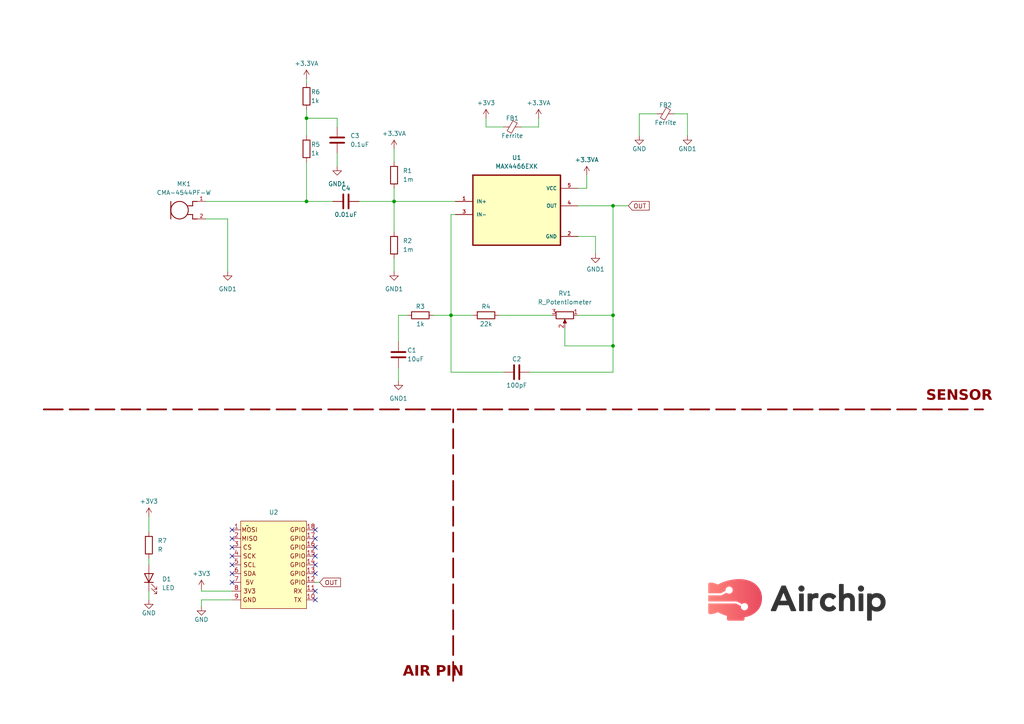
<source format=kicad_sch>
(kicad_sch (version 20230121) (generator eeschema)

  (uuid fe4f5b37-a74a-4cf3-938f-e1a8e5f5b93d)

  (paper "A4")

  (lib_symbols
    (symbol "CMA-4544PF-W:CMA-4544PF-W" (pin_names (offset 1.016)) (in_bom yes) (on_board yes)
      (property "Reference" "MK" (at -2.5409 3.8113 0)
        (effects (font (size 1.27 1.27)) (justify left bottom))
      )
      (property "Value" "CMA-4544PF-W" (at -2.5411 -6.3527 0)
        (effects (font (size 1.27 1.27)) (justify left bottom))
      )
      (property "Footprint" "MIC_CMA-4544PF-W" (at 0 0 0)
        (effects (font (size 1.27 1.27)) (justify bottom) hide)
      )
      (property "Datasheet" "" (at 0 0 0)
        (effects (font (size 1.27 1.27)) hide)
      )
      (property "MF" "CUI Inc." (at 0 0 0)
        (effects (font (size 1.27 1.27)) (justify bottom) hide)
      )
      (property "DESCRIPTION" "9.7 mm, Omnidirectional, PCB Mount, 3.0 Vdc, Electret Condenser Microphone" (at 0 0 0)
        (effects (font (size 1.27 1.27)) (justify bottom) hide)
      )
      (property "PACKAGE" "6-DIP-6 CUI" (at 0 0 0)
        (effects (font (size 1.27 1.27)) (justify bottom) hide)
      )
      (property "PRICE" "None" (at 0 0 0)
        (effects (font (size 1.27 1.27)) (justify bottom) hide)
      )
      (property "CUI_PURCHASE_URL" "https://www.cui.com/product/audio/microphones/electret-condenser-microphones/cma-4544pf-w?utm_source=snapeda.com&utm_medium=referral&utm_campaign=snapedaBOM" (at 0 0 0)
        (effects (font (size 1.27 1.27)) (justify bottom) hide)
      )
      (property "MP" "CMA-4544PF-W" (at 0 0 0)
        (effects (font (size 1.27 1.27)) (justify bottom) hide)
      )
      (property "AVAILABILITY" "Unavailable" (at 0 0 0)
        (effects (font (size 1.27 1.27)) (justify bottom) hide)
      )
      (symbol "CMA-4544PF-W_0_0"
        (polyline
          (pts
            (xy -2.54 2.54)
            (xy -2.54 -2.54)
          )
          (stroke (width 0.254) (type default))
          (fill (type none))
        )
        (polyline
          (pts
            (xy 3.81 -2.54)
            (xy 3.81 -1.27)
          )
          (stroke (width 0.254) (type default))
          (fill (type none))
        )
        (polyline
          (pts
            (xy 3.81 -1.27)
            (xy 2.2352 -1.27)
          )
          (stroke (width 0.254) (type default))
          (fill (type none))
        )
        (polyline
          (pts
            (xy 3.81 1.27)
            (xy 2.2352 1.27)
          )
          (stroke (width 0.254) (type default))
          (fill (type none))
        )
        (polyline
          (pts
            (xy 3.81 2.54)
            (xy 3.81 1.27)
          )
          (stroke (width 0.254) (type default))
          (fill (type none))
        )
        (polyline
          (pts
            (xy 5.08 -2.54)
            (xy 3.81 -2.54)
          )
          (stroke (width 0.254) (type default))
          (fill (type none))
        )
        (polyline
          (pts
            (xy 5.08 2.54)
            (xy 3.81 2.54)
          )
          (stroke (width 0.254) (type default))
          (fill (type none))
        )
        (circle (center 0 0) (radius 2.54)
          (stroke (width 0.254) (type default))
          (fill (type none))
        )
        (pin output line (at 7.62 2.54 180) (length 2.54)
          (name "~" (effects (font (size 1.016 1.016))))
          (number "1" (effects (font (size 1.016 1.016))))
        )
        (pin power_in line (at 7.62 -2.54 180) (length 2.54)
          (name "~" (effects (font (size 1.016 1.016))))
          (number "2" (effects (font (size 1.016 1.016))))
        )
      )
    )
    (symbol "Device:C" (pin_numbers hide) (pin_names (offset 0.254)) (in_bom yes) (on_board yes)
      (property "Reference" "C" (at 0.635 2.54 0)
        (effects (font (size 1.27 1.27)) (justify left))
      )
      (property "Value" "C" (at 0.635 -2.54 0)
        (effects (font (size 1.27 1.27)) (justify left))
      )
      (property "Footprint" "" (at 0.9652 -3.81 0)
        (effects (font (size 1.27 1.27)) hide)
      )
      (property "Datasheet" "~" (at 0 0 0)
        (effects (font (size 1.27 1.27)) hide)
      )
      (property "ki_keywords" "cap capacitor" (at 0 0 0)
        (effects (font (size 1.27 1.27)) hide)
      )
      (property "ki_description" "Unpolarized capacitor" (at 0 0 0)
        (effects (font (size 1.27 1.27)) hide)
      )
      (property "ki_fp_filters" "C_*" (at 0 0 0)
        (effects (font (size 1.27 1.27)) hide)
      )
      (symbol "C_0_1"
        (polyline
          (pts
            (xy -2.032 -0.762)
            (xy 2.032 -0.762)
          )
          (stroke (width 0.508) (type default))
          (fill (type none))
        )
        (polyline
          (pts
            (xy -2.032 0.762)
            (xy 2.032 0.762)
          )
          (stroke (width 0.508) (type default))
          (fill (type none))
        )
      )
      (symbol "C_1_1"
        (pin passive line (at 0 3.81 270) (length 2.794)
          (name "~" (effects (font (size 1.27 1.27))))
          (number "1" (effects (font (size 1.27 1.27))))
        )
        (pin passive line (at 0 -3.81 90) (length 2.794)
          (name "~" (effects (font (size 1.27 1.27))))
          (number "2" (effects (font (size 1.27 1.27))))
        )
      )
    )
    (symbol "Device:FerriteBead_Small" (pin_numbers hide) (pin_names (offset 0)) (in_bom yes) (on_board yes)
      (property "Reference" "FB" (at 1.905 1.27 0)
        (effects (font (size 1.27 1.27)) (justify left))
      )
      (property "Value" "FerriteBead_Small" (at 1.905 -1.27 0)
        (effects (font (size 1.27 1.27)) (justify left))
      )
      (property "Footprint" "" (at -1.778 0 90)
        (effects (font (size 1.27 1.27)) hide)
      )
      (property "Datasheet" "~" (at 0 0 0)
        (effects (font (size 1.27 1.27)) hide)
      )
      (property "ki_keywords" "L ferrite bead inductor filter" (at 0 0 0)
        (effects (font (size 1.27 1.27)) hide)
      )
      (property "ki_description" "Ferrite bead, small symbol" (at 0 0 0)
        (effects (font (size 1.27 1.27)) hide)
      )
      (property "ki_fp_filters" "Inductor_* L_* *Ferrite*" (at 0 0 0)
        (effects (font (size 1.27 1.27)) hide)
      )
      (symbol "FerriteBead_Small_0_1"
        (polyline
          (pts
            (xy 0 -1.27)
            (xy 0 -0.7874)
          )
          (stroke (width 0) (type default))
          (fill (type none))
        )
        (polyline
          (pts
            (xy 0 0.889)
            (xy 0 1.2954)
          )
          (stroke (width 0) (type default))
          (fill (type none))
        )
        (polyline
          (pts
            (xy -1.8288 0.2794)
            (xy -1.1176 1.4986)
            (xy 1.8288 -0.2032)
            (xy 1.1176 -1.4224)
            (xy -1.8288 0.2794)
          )
          (stroke (width 0) (type default))
          (fill (type none))
        )
      )
      (symbol "FerriteBead_Small_1_1"
        (pin passive line (at 0 2.54 270) (length 1.27)
          (name "~" (effects (font (size 1.27 1.27))))
          (number "1" (effects (font (size 1.27 1.27))))
        )
        (pin passive line (at 0 -2.54 90) (length 1.27)
          (name "~" (effects (font (size 1.27 1.27))))
          (number "2" (effects (font (size 1.27 1.27))))
        )
      )
    )
    (symbol "Device:LED" (pin_numbers hide) (pin_names (offset 1.016) hide) (in_bom yes) (on_board yes)
      (property "Reference" "D" (at 0 2.54 0)
        (effects (font (size 1.27 1.27)))
      )
      (property "Value" "LED" (at 0 -2.54 0)
        (effects (font (size 1.27 1.27)))
      )
      (property "Footprint" "" (at 0 0 0)
        (effects (font (size 1.27 1.27)) hide)
      )
      (property "Datasheet" "~" (at 0 0 0)
        (effects (font (size 1.27 1.27)) hide)
      )
      (property "ki_keywords" "LED diode" (at 0 0 0)
        (effects (font (size 1.27 1.27)) hide)
      )
      (property "ki_description" "Light emitting diode" (at 0 0 0)
        (effects (font (size 1.27 1.27)) hide)
      )
      (property "ki_fp_filters" "LED* LED_SMD:* LED_THT:*" (at 0 0 0)
        (effects (font (size 1.27 1.27)) hide)
      )
      (symbol "LED_0_1"
        (polyline
          (pts
            (xy -1.27 -1.27)
            (xy -1.27 1.27)
          )
          (stroke (width 0.254) (type default))
          (fill (type none))
        )
        (polyline
          (pts
            (xy -1.27 0)
            (xy 1.27 0)
          )
          (stroke (width 0) (type default))
          (fill (type none))
        )
        (polyline
          (pts
            (xy 1.27 -1.27)
            (xy 1.27 1.27)
            (xy -1.27 0)
            (xy 1.27 -1.27)
          )
          (stroke (width 0.254) (type default))
          (fill (type none))
        )
        (polyline
          (pts
            (xy -3.048 -0.762)
            (xy -4.572 -2.286)
            (xy -3.81 -2.286)
            (xy -4.572 -2.286)
            (xy -4.572 -1.524)
          )
          (stroke (width 0) (type default))
          (fill (type none))
        )
        (polyline
          (pts
            (xy -1.778 -0.762)
            (xy -3.302 -2.286)
            (xy -2.54 -2.286)
            (xy -3.302 -2.286)
            (xy -3.302 -1.524)
          )
          (stroke (width 0) (type default))
          (fill (type none))
        )
      )
      (symbol "LED_1_1"
        (pin passive line (at -3.81 0 0) (length 2.54)
          (name "K" (effects (font (size 1.27 1.27))))
          (number "1" (effects (font (size 1.27 1.27))))
        )
        (pin passive line (at 3.81 0 180) (length 2.54)
          (name "A" (effects (font (size 1.27 1.27))))
          (number "2" (effects (font (size 1.27 1.27))))
        )
      )
    )
    (symbol "Device:R" (pin_numbers hide) (pin_names (offset 0)) (in_bom yes) (on_board yes)
      (property "Reference" "R" (at 2.032 0 90)
        (effects (font (size 1.27 1.27)))
      )
      (property "Value" "R" (at 0 0 90)
        (effects (font (size 1.27 1.27)))
      )
      (property "Footprint" "" (at -1.778 0 90)
        (effects (font (size 1.27 1.27)) hide)
      )
      (property "Datasheet" "~" (at 0 0 0)
        (effects (font (size 1.27 1.27)) hide)
      )
      (property "ki_keywords" "R res resistor" (at 0 0 0)
        (effects (font (size 1.27 1.27)) hide)
      )
      (property "ki_description" "Resistor" (at 0 0 0)
        (effects (font (size 1.27 1.27)) hide)
      )
      (property "ki_fp_filters" "R_*" (at 0 0 0)
        (effects (font (size 1.27 1.27)) hide)
      )
      (symbol "R_0_1"
        (rectangle (start -1.016 -2.54) (end 1.016 2.54)
          (stroke (width 0.254) (type default))
          (fill (type none))
        )
      )
      (symbol "R_1_1"
        (pin passive line (at 0 3.81 270) (length 1.27)
          (name "~" (effects (font (size 1.27 1.27))))
          (number "1" (effects (font (size 1.27 1.27))))
        )
        (pin passive line (at 0 -3.81 90) (length 1.27)
          (name "~" (effects (font (size 1.27 1.27))))
          (number "2" (effects (font (size 1.27 1.27))))
        )
      )
    )
    (symbol "Device:R_Potentiometer" (pin_names (offset 1.016) hide) (in_bom yes) (on_board yes)
      (property "Reference" "RV" (at -4.445 0 90)
        (effects (font (size 1.27 1.27)))
      )
      (property "Value" "R_Potentiometer" (at -2.54 0 90)
        (effects (font (size 1.27 1.27)))
      )
      (property "Footprint" "" (at 0 0 0)
        (effects (font (size 1.27 1.27)) hide)
      )
      (property "Datasheet" "~" (at 0 0 0)
        (effects (font (size 1.27 1.27)) hide)
      )
      (property "ki_keywords" "resistor variable" (at 0 0 0)
        (effects (font (size 1.27 1.27)) hide)
      )
      (property "ki_description" "Potentiometer" (at 0 0 0)
        (effects (font (size 1.27 1.27)) hide)
      )
      (property "ki_fp_filters" "Potentiometer*" (at 0 0 0)
        (effects (font (size 1.27 1.27)) hide)
      )
      (symbol "R_Potentiometer_0_1"
        (polyline
          (pts
            (xy 2.54 0)
            (xy 1.524 0)
          )
          (stroke (width 0) (type default))
          (fill (type none))
        )
        (polyline
          (pts
            (xy 1.143 0)
            (xy 2.286 0.508)
            (xy 2.286 -0.508)
            (xy 1.143 0)
          )
          (stroke (width 0) (type default))
          (fill (type outline))
        )
        (rectangle (start 1.016 2.54) (end -1.016 -2.54)
          (stroke (width 0.254) (type default))
          (fill (type none))
        )
      )
      (symbol "R_Potentiometer_1_1"
        (pin passive line (at 0 3.81 270) (length 1.27)
          (name "1" (effects (font (size 1.27 1.27))))
          (number "1" (effects (font (size 1.27 1.27))))
        )
        (pin passive line (at 3.81 0 180) (length 1.27)
          (name "2" (effects (font (size 1.27 1.27))))
          (number "2" (effects (font (size 1.27 1.27))))
        )
        (pin passive line (at 0 -3.81 90) (length 1.27)
          (name "3" (effects (font (size 1.27 1.27))))
          (number "3" (effects (font (size 1.27 1.27))))
        )
      )
    )
    (symbol "MAX4466EXK:MAX4466EXK" (pin_names (offset 1.016)) (in_bom yes) (on_board yes)
      (property "Reference" "U1" (at 0 15.24 0)
        (effects (font (size 1.27 1.27)))
      )
      (property "Value" "MAX4466EXK" (at 0 12.7 0)
        (effects (font (size 1.27 1.27)))
      )
      (property "Footprint" "SOT65P210X110-5N" (at 0 0 0)
        (effects (font (size 1.27 1.27)) (justify bottom) hide)
      )
      (property "Datasheet" "" (at 0 0 0)
        (effects (font (size 1.27 1.27)) hide)
      )
      (symbol "MAX4466EXK_0_0"
        (rectangle (start -12.7 -10.16) (end 12.7 10.16)
          (stroke (width 0.41) (type default))
          (fill (type background))
        )
        (pin input line (at -17.78 2.54 0) (length 5.08)
          (name "IN+" (effects (font (size 1.016 1.016))))
          (number "1" (effects (font (size 1.016 1.016))))
        )
        (pin power_in line (at 17.78 -7.62 180) (length 5.08)
          (name "GND" (effects (font (size 1.016 1.016))))
          (number "2" (effects (font (size 1.016 1.016))))
        )
        (pin output line (at 17.78 1.27 180) (length 5.08)
          (name "OUT" (effects (font (size 1.016 1.016))))
          (number "4" (effects (font (size 1.016 1.016))))
        )
        (pin power_in line (at 17.78 6.35 180) (length 5.08)
          (name "VCC" (effects (font (size 1.016 1.016))))
          (number "5" (effects (font (size 1.016 1.016))))
        )
      )
      (symbol "MAX4466EXK_1_0"
        (pin input line (at -17.78 -1.27 0) (length 5.08)
          (name "IN-" (effects (font (size 1.016 1.016))))
          (number "3" (effects (font (size 1.016 1.016))))
        )
      )
    )
    (symbol "moduler_pin:air" (in_bom yes) (on_board yes)
      (property "Reference" "U" (at 7.62 2.54 0)
        (effects (font (size 1.27 1.27)))
      )
      (property "Value" "" (at 0 0 0)
        (effects (font (size 1.27 1.27)))
      )
      (property "Footprint" "" (at 0 0 0)
        (effects (font (size 1.27 1.27)) hide)
      )
      (property "Datasheet" "" (at 0 0 0)
        (effects (font (size 1.27 1.27)) hide)
      )
      (symbol "air_1_1"
        (rectangle (start -1.905 1.27) (end 17.145 -24.13)
          (stroke (width 0) (type default))
          (fill (type background))
        )
        (text "3V3" (at 0.635 -19.05 0)
          (effects (font (size 1.27 1.27)))
        )
        (text "5V" (at 0.635 -16.51 0)
          (effects (font (size 1.27 1.27)))
        )
        (text "CS" (at 0 -6.35 0)
          (effects (font (size 1.27 1.27)))
        )
        (text "GND" (at 0.635 -21.59 0)
          (effects (font (size 1.27 1.27)))
        )
        (text "GPIO" (at 14.605 -16.51 0)
          (effects (font (size 1.27 1.27)))
        )
        (text "GPIO" (at 14.605 -13.97 0)
          (effects (font (size 1.27 1.27)))
        )
        (text "GPIO" (at 14.605 -11.43 0)
          (effects (font (size 1.27 1.27)))
        )
        (text "GPIO" (at 14.605 -8.89 0)
          (effects (font (size 1.27 1.27)))
        )
        (text "GPIO" (at 14.605 -6.35 0)
          (effects (font (size 1.27 1.27)))
        )
        (text "GPIO" (at 14.605 -3.81 0)
          (effects (font (size 1.27 1.27)))
        )
        (text "GPIO" (at 14.605 -1.27 0)
          (effects (font (size 1.27 1.27)))
        )
        (text "MISO" (at 0.635 -3.81 0)
          (effects (font (size 1.27 1.27)))
        )
        (text "MOSI" (at 0.635 -1.27 0)
          (effects (font (size 1.27 1.27)))
        )
        (text "RX" (at 14.605 -19.05 0)
          (effects (font (size 1.27 1.27)))
        )
        (text "SCK" (at 0.635 -8.89 0)
          (effects (font (size 1.27 1.27)))
        )
        (text "SCL" (at 0.635 -11.43 0)
          (effects (font (size 1.27 1.27)))
        )
        (text "SDA" (at 0.635 -13.97 0)
          (effects (font (size 1.27 1.27)))
        )
        (text "TX" (at 14.605 -21.59 0)
          (effects (font (size 1.27 1.27)))
        )
        (pin input line (at -4.445 -1.27 0) (length 2.54)
          (name "" (effects (font (size 1.27 1.27))))
          (number "1" (effects (font (size 1.27 1.27))))
        )
        (pin input line (at 19.685 -21.59 180) (length 2.54)
          (name "" (effects (font (size 1.27 1.27))))
          (number "10" (effects (font (size 1.27 1.27))))
        )
        (pin input line (at 19.685 -19.05 180) (length 2.54)
          (name "" (effects (font (size 1.27 1.27))))
          (number "11" (effects (font (size 1.27 1.27))))
        )
        (pin input line (at 19.685 -16.51 180) (length 2.54)
          (name "" (effects (font (size 1.27 1.27))))
          (number "12" (effects (font (size 1.27 1.27))))
        )
        (pin input line (at 19.685 -13.97 180) (length 2.54)
          (name "" (effects (font (size 1.27 1.27))))
          (number "13" (effects (font (size 1.27 1.27))))
        )
        (pin input line (at 19.685 -11.43 180) (length 2.54)
          (name "" (effects (font (size 1.27 1.27))))
          (number "14" (effects (font (size 1.27 1.27))))
        )
        (pin input line (at 19.685 -8.89 180) (length 2.54)
          (name "" (effects (font (size 1.27 1.27))))
          (number "15" (effects (font (size 1.27 1.27))))
        )
        (pin input line (at 19.685 -6.35 180) (length 2.54)
          (name "" (effects (font (size 1.27 1.27))))
          (number "16" (effects (font (size 1.27 1.27))))
        )
        (pin input line (at 19.685 -3.81 180) (length 2.54)
          (name "" (effects (font (size 1.27 1.27))))
          (number "17" (effects (font (size 1.27 1.27))))
        )
        (pin input line (at 19.685 -1.27 180) (length 2.54)
          (name "" (effects (font (size 1.27 1.27))))
          (number "18" (effects (font (size 1.27 1.27))))
        )
        (pin input line (at -4.445 -3.81 0) (length 2.54)
          (name "" (effects (font (size 1.27 1.27))))
          (number "2" (effects (font (size 1.27 1.27))))
        )
        (pin input line (at -4.445 -6.35 0) (length 2.54)
          (name "" (effects (font (size 1.27 1.27))))
          (number "3" (effects (font (size 1.27 1.27))))
        )
        (pin input line (at -4.445 -8.89 0) (length 2.54)
          (name "" (effects (font (size 1.27 1.27))))
          (number "4" (effects (font (size 1.27 1.27))))
        )
        (pin input line (at -4.445 -11.43 0) (length 2.54)
          (name "" (effects (font (size 1.27 1.27))))
          (number "5" (effects (font (size 1.27 1.27))))
        )
        (pin input line (at -4.445 -13.97 0) (length 2.54)
          (name "" (effects (font (size 1.27 1.27))))
          (number "6" (effects (font (size 1.27 1.27))))
        )
        (pin input line (at -4.445 -16.51 0) (length 2.54)
          (name "" (effects (font (size 1.27 1.27))))
          (number "7" (effects (font (size 1.27 1.27))))
        )
        (pin input line (at -4.445 -19.05 0) (length 2.54)
          (name "" (effects (font (size 1.27 1.27))))
          (number "8" (effects (font (size 1.27 1.27))))
        )
        (pin input line (at -4.445 -21.59 0) (length 2.54)
          (name "" (effects (font (size 1.27 1.27))))
          (number "9" (effects (font (size 1.27 1.27))))
        )
      )
    )
    (symbol "power:+3.3VA" (power) (pin_names (offset 0)) (in_bom yes) (on_board yes)
      (property "Reference" "#PWR" (at 0 -3.81 0)
        (effects (font (size 1.27 1.27)) hide)
      )
      (property "Value" "+3.3VA" (at 0 3.556 0)
        (effects (font (size 1.27 1.27)))
      )
      (property "Footprint" "" (at 0 0 0)
        (effects (font (size 1.27 1.27)) hide)
      )
      (property "Datasheet" "" (at 0 0 0)
        (effects (font (size 1.27 1.27)) hide)
      )
      (property "ki_keywords" "global power" (at 0 0 0)
        (effects (font (size 1.27 1.27)) hide)
      )
      (property "ki_description" "Power symbol creates a global label with name \"+3.3VA\"" (at 0 0 0)
        (effects (font (size 1.27 1.27)) hide)
      )
      (symbol "+3.3VA_0_1"
        (polyline
          (pts
            (xy -0.762 1.27)
            (xy 0 2.54)
          )
          (stroke (width 0) (type default))
          (fill (type none))
        )
        (polyline
          (pts
            (xy 0 0)
            (xy 0 2.54)
          )
          (stroke (width 0) (type default))
          (fill (type none))
        )
        (polyline
          (pts
            (xy 0 2.54)
            (xy 0.762 1.27)
          )
          (stroke (width 0) (type default))
          (fill (type none))
        )
      )
      (symbol "+3.3VA_1_1"
        (pin power_in line (at 0 0 90) (length 0) hide
          (name "+3.3VA" (effects (font (size 1.27 1.27))))
          (number "1" (effects (font (size 1.27 1.27))))
        )
      )
    )
    (symbol "power:+3V3" (power) (pin_names (offset 0)) (in_bom yes) (on_board yes)
      (property "Reference" "#PWR" (at 0 -3.81 0)
        (effects (font (size 1.27 1.27)) hide)
      )
      (property "Value" "+3V3" (at 0 3.556 0)
        (effects (font (size 1.27 1.27)))
      )
      (property "Footprint" "" (at 0 0 0)
        (effects (font (size 1.27 1.27)) hide)
      )
      (property "Datasheet" "" (at 0 0 0)
        (effects (font (size 1.27 1.27)) hide)
      )
      (property "ki_keywords" "global power" (at 0 0 0)
        (effects (font (size 1.27 1.27)) hide)
      )
      (property "ki_description" "Power symbol creates a global label with name \"+3V3\"" (at 0 0 0)
        (effects (font (size 1.27 1.27)) hide)
      )
      (symbol "+3V3_0_1"
        (polyline
          (pts
            (xy -0.762 1.27)
            (xy 0 2.54)
          )
          (stroke (width 0) (type default))
          (fill (type none))
        )
        (polyline
          (pts
            (xy 0 0)
            (xy 0 2.54)
          )
          (stroke (width 0) (type default))
          (fill (type none))
        )
        (polyline
          (pts
            (xy 0 2.54)
            (xy 0.762 1.27)
          )
          (stroke (width 0) (type default))
          (fill (type none))
        )
      )
      (symbol "+3V3_1_1"
        (pin power_in line (at 0 0 90) (length 0) hide
          (name "+3V3" (effects (font (size 1.27 1.27))))
          (number "1" (effects (font (size 1.27 1.27))))
        )
      )
    )
    (symbol "power:GND" (power) (pin_names (offset 0)) (in_bom yes) (on_board yes)
      (property "Reference" "#PWR" (at 0 -6.35 0)
        (effects (font (size 1.27 1.27)) hide)
      )
      (property "Value" "GND" (at 0 -3.81 0)
        (effects (font (size 1.27 1.27)))
      )
      (property "Footprint" "" (at 0 0 0)
        (effects (font (size 1.27 1.27)) hide)
      )
      (property "Datasheet" "" (at 0 0 0)
        (effects (font (size 1.27 1.27)) hide)
      )
      (property "ki_keywords" "global power" (at 0 0 0)
        (effects (font (size 1.27 1.27)) hide)
      )
      (property "ki_description" "Power symbol creates a global label with name \"GND\" , ground" (at 0 0 0)
        (effects (font (size 1.27 1.27)) hide)
      )
      (symbol "GND_0_1"
        (polyline
          (pts
            (xy 0 0)
            (xy 0 -1.27)
            (xy 1.27 -1.27)
            (xy 0 -2.54)
            (xy -1.27 -1.27)
            (xy 0 -1.27)
          )
          (stroke (width 0) (type default))
          (fill (type none))
        )
      )
      (symbol "GND_1_1"
        (pin power_in line (at 0 0 270) (length 0) hide
          (name "GND" (effects (font (size 1.27 1.27))))
          (number "1" (effects (font (size 1.27 1.27))))
        )
      )
    )
    (symbol "power:GND1" (power) (pin_names (offset 0)) (in_bom yes) (on_board yes)
      (property "Reference" "#PWR" (at 0 -6.35 0)
        (effects (font (size 1.27 1.27)) hide)
      )
      (property "Value" "GND1" (at 0 -3.81 0)
        (effects (font (size 1.27 1.27)))
      )
      (property "Footprint" "" (at 0 0 0)
        (effects (font (size 1.27 1.27)) hide)
      )
      (property "Datasheet" "" (at 0 0 0)
        (effects (font (size 1.27 1.27)) hide)
      )
      (property "ki_keywords" "global power" (at 0 0 0)
        (effects (font (size 1.27 1.27)) hide)
      )
      (property "ki_description" "Power symbol creates a global label with name \"GND1\" , ground" (at 0 0 0)
        (effects (font (size 1.27 1.27)) hide)
      )
      (symbol "GND1_0_1"
        (polyline
          (pts
            (xy 0 0)
            (xy 0 -1.27)
            (xy 1.27 -1.27)
            (xy 0 -2.54)
            (xy -1.27 -1.27)
            (xy 0 -1.27)
          )
          (stroke (width 0) (type default))
          (fill (type none))
        )
      )
      (symbol "GND1_1_1"
        (pin power_in line (at 0 0 270) (length 0) hide
          (name "GND1" (effects (font (size 1.27 1.27))))
          (number "1" (effects (font (size 1.27 1.27))))
        )
      )
    )
  )

  (junction (at 114.3 58.42) (diameter 0) (color 0 0 0 0)
    (uuid 026c2919-2b30-4963-bb1a-0fef8dc75c66)
  )
  (junction (at 177.8 100.33) (diameter 0) (color 0 0 0 0)
    (uuid 0ac23bac-1193-4d38-9e18-1b0ef5eb40a6)
  )
  (junction (at 177.8 59.69) (diameter 0) (color 0 0 0 0)
    (uuid 38444ff8-a720-4068-802a-9d001a8bd921)
  )
  (junction (at 88.9 58.42) (diameter 0) (color 0 0 0 0)
    (uuid 8b76124c-1622-4d08-882c-9e81a2cba29e)
  )
  (junction (at 130.81 91.44) (diameter 0) (color 0 0 0 0)
    (uuid 990ed54d-ecf3-42b9-acbf-0df6e23072ce)
  )
  (junction (at 88.9 34.29) (diameter 0) (color 0 0 0 0)
    (uuid ad3223de-704d-4c4a-a230-acbd31787439)
  )
  (junction (at 177.8 91.44) (diameter 0) (color 0 0 0 0)
    (uuid ce0bdf2e-b106-4423-b33d-d41607ab5dbc)
  )

  (no_connect (at 91.44 166.37) (uuid 00af0a75-5d6f-4b42-bb9c-914230948567))
  (no_connect (at 91.44 163.83) (uuid 0771f167-1371-415d-97f3-e65866a8aab3))
  (no_connect (at 91.44 153.67) (uuid 14fa109e-2dbd-4045-9fca-1ad54d5c45a5))
  (no_connect (at 67.31 156.21) (uuid 27818f7b-1899-4b23-9c0a-6670360137d3))
  (no_connect (at 91.44 158.75) (uuid 2930ee78-680a-404d-bdc8-bc113b89a348))
  (no_connect (at 67.31 161.29) (uuid 3aeb497e-3ac8-40bc-ba39-f93215df09aa))
  (no_connect (at 67.31 158.75) (uuid 53ce8306-2dac-46c3-9cb1-1fb40c75e784))
  (no_connect (at 91.44 161.29) (uuid 586476a1-1910-4996-bbc6-9acbbfef60fc))
  (no_connect (at 91.44 173.99) (uuid 6644cc61-cea9-48c8-bacc-207ebf32487a))
  (no_connect (at 91.44 156.21) (uuid 77790154-d8e3-4ee6-8c02-29b3efcca4bb))
  (no_connect (at 67.31 163.83) (uuid 92e8421b-a58a-4240-9414-3bba7e3b41b2))
  (no_connect (at 67.31 153.67) (uuid a40a1173-8ce0-406f-9a25-9ba5deb11edb))
  (no_connect (at 91.44 171.45) (uuid a705dc08-c062-4320-92f6-28ad1e133b43))
  (no_connect (at 67.31 166.37) (uuid a7bcd992-b766-433b-b888-856bc14e1a55))
  (no_connect (at 67.31 168.91) (uuid ab9792e4-1ed3-439d-a082-39ac911fd043))

  (wire (pts (xy 177.8 91.44) (xy 177.8 59.69))
    (stroke (width 0) (type default))
    (uuid 074798ca-632e-4699-bce6-7d140aff5674)
  )
  (wire (pts (xy 163.83 95.25) (xy 163.83 100.33))
    (stroke (width 0) (type default))
    (uuid 0ab1a675-581b-47bc-b6e0-987e60a27058)
  )
  (wire (pts (xy 114.3 58.42) (xy 114.3 54.61))
    (stroke (width 0) (type default))
    (uuid 0cf9e03c-21c3-47bc-b7ce-af753ee240be)
  )
  (wire (pts (xy 88.9 46.99) (xy 88.9 58.42))
    (stroke (width 0) (type default))
    (uuid 14d507d9-4833-4f3e-90c8-d0b23891fb4d)
  )
  (wire (pts (xy 43.18 161.925) (xy 43.18 163.83))
    (stroke (width 0) (type default))
    (uuid 18c25f84-08f5-40fe-82a1-a5c46a233754)
  )
  (wire (pts (xy 58.42 170.815) (xy 58.42 171.45))
    (stroke (width 0) (type default))
    (uuid 29aa0790-a6a2-4b33-ad79-92103282ef8d)
  )
  (wire (pts (xy 156.21 36.83) (xy 151.13 36.83))
    (stroke (width 0) (type default))
    (uuid 2ae42e8e-cd6d-453b-9dd7-e1c6c5569db0)
  )
  (wire (pts (xy 88.9 58.42) (xy 96.52 58.42))
    (stroke (width 0) (type default))
    (uuid 37254408-b8f0-431d-9762-0db16e02fbbf)
  )
  (wire (pts (xy 153.67 107.95) (xy 177.8 107.95))
    (stroke (width 0) (type default))
    (uuid 38d71a52-57c8-4fd3-9d96-6707119eaa9b)
  )
  (wire (pts (xy 195.58 33.02) (xy 199.39 33.02))
    (stroke (width 0) (type default))
    (uuid 3abce8c3-3a51-4321-96ff-f7bdffe76610)
  )
  (wire (pts (xy 58.42 171.45) (xy 67.31 171.45))
    (stroke (width 0) (type default))
    (uuid 3c0a9ce4-b8de-4924-8b52-bc946d280786)
  )
  (wire (pts (xy 88.9 22.86) (xy 88.9 24.13))
    (stroke (width 0) (type default))
    (uuid 422599e4-367d-4e87-8df8-e0d9f75641d4)
  )
  (wire (pts (xy 177.8 107.95) (xy 177.8 100.33))
    (stroke (width 0) (type default))
    (uuid 4e426d1f-c480-4976-811e-3a8a36c5f1b3)
  )
  (wire (pts (xy 170.18 54.61) (xy 167.64 54.61))
    (stroke (width 0) (type default))
    (uuid 53459f21-d07c-442d-ba1b-ac3a5e55b170)
  )
  (wire (pts (xy 132.08 62.23) (xy 130.81 62.23))
    (stroke (width 0) (type default))
    (uuid 571bd0aa-0948-4ad5-9c18-7e6cdef59d85)
  )
  (wire (pts (xy 118.11 91.44) (xy 115.57 91.44))
    (stroke (width 0) (type default))
    (uuid 5757ca91-795a-4f55-aa42-07960c4aac30)
  )
  (wire (pts (xy 88.9 31.75) (xy 88.9 34.29))
    (stroke (width 0) (type default))
    (uuid 5787cad1-da6b-4f75-82eb-f9431da3766b)
  )
  (wire (pts (xy 144.78 91.44) (xy 160.02 91.44))
    (stroke (width 0) (type default))
    (uuid 5ae10deb-8e68-4f04-ad59-a6a0135d19db)
  )
  (wire (pts (xy 115.57 91.44) (xy 115.57 99.06))
    (stroke (width 0) (type default))
    (uuid 5c4b0bfe-02dd-4f85-849d-c83aa1b45800)
  )
  (wire (pts (xy 114.3 58.42) (xy 114.3 67.31))
    (stroke (width 0) (type default))
    (uuid 5dd4b1a1-db6b-49b2-b935-22e0177a6c62)
  )
  (wire (pts (xy 156.21 34.29) (xy 156.21 36.83))
    (stroke (width 0) (type default))
    (uuid 5e42e5ca-70ef-4e19-9548-eb3677eeb156)
  )
  (wire (pts (xy 185.42 33.02) (xy 185.42 39.37))
    (stroke (width 0) (type default))
    (uuid 61e38f9b-f1b3-4f8e-8eb9-ddc91e7c729b)
  )
  (wire (pts (xy 125.73 91.44) (xy 130.81 91.44))
    (stroke (width 0) (type default))
    (uuid 6411786f-67e4-4106-a868-b66fdc3a6564)
  )
  (wire (pts (xy 130.81 91.44) (xy 137.16 91.44))
    (stroke (width 0) (type default))
    (uuid 646d1a93-51e5-4f3e-a624-4627262d7fd5)
  )
  (wire (pts (xy 177.8 59.69) (xy 182.245 59.69))
    (stroke (width 0) (type default))
    (uuid 6fbe396c-3a91-48ba-aace-f716459425e4)
  )
  (polyline (pts (xy 12.7 118.745) (xy 285.115 118.745))
    (stroke (width 0.5) (type dash) (color 132 0 0 1))
    (uuid 6fe0cc6e-71da-4ae6-8c29-259083481a58)
  )

  (wire (pts (xy 130.81 62.23) (xy 130.81 91.44))
    (stroke (width 0) (type default))
    (uuid 75f9166b-96b1-4c26-8b29-3a193dec5246)
  )
  (wire (pts (xy 59.69 63.5) (xy 66.04 63.5))
    (stroke (width 0) (type default))
    (uuid 7fb7e802-bf04-417e-a9d9-40eba165a469)
  )
  (wire (pts (xy 58.42 175.895) (xy 58.42 173.99))
    (stroke (width 0) (type default))
    (uuid 8274e79d-f090-4b2b-a90c-3ca7ea78bb02)
  )
  (wire (pts (xy 114.3 43.18) (xy 114.3 46.99))
    (stroke (width 0) (type default))
    (uuid 89330c9a-2994-47fd-9dcb-4b801061f481)
  )
  (wire (pts (xy 43.18 173.99) (xy 43.18 171.45))
    (stroke (width 0) (type default))
    (uuid 8af83f34-1242-46b2-a644-2863012aff03)
  )
  (wire (pts (xy 59.69 58.42) (xy 88.9 58.42))
    (stroke (width 0) (type default))
    (uuid 8dd1c5a8-ea24-4919-a8c2-c1394e006224)
  )
  (wire (pts (xy 177.8 100.33) (xy 177.8 91.44))
    (stroke (width 0) (type default))
    (uuid 8ec53833-508a-49cd-9746-8f9b82258ac7)
  )
  (wire (pts (xy 199.39 33.02) (xy 199.39 39.37))
    (stroke (width 0) (type default))
    (uuid 9121da23-f889-4a41-9341-863b70a8328d)
  )
  (wire (pts (xy 43.18 149.86) (xy 43.18 154.305))
    (stroke (width 0) (type default))
    (uuid 93459e30-dc48-4d5b-92c9-1492407651a2)
  )
  (wire (pts (xy 132.08 58.42) (xy 114.3 58.42))
    (stroke (width 0) (type default))
    (uuid 943c0d92-1237-464a-86bd-75b3012c8484)
  )
  (wire (pts (xy 88.9 34.29) (xy 88.9 39.37))
    (stroke (width 0) (type default))
    (uuid 963cb0ff-b4d4-45bb-b101-f2da27555a9c)
  )
  (wire (pts (xy 92.71 168.91) (xy 91.44 168.91))
    (stroke (width 0) (type default))
    (uuid 96e8ea5d-cda3-4685-b499-dda6850fe586)
  )
  (wire (pts (xy 130.81 107.95) (xy 146.05 107.95))
    (stroke (width 0) (type default))
    (uuid 99167cbc-f68a-49a1-a0f3-e370bf5c0b9e)
  )
  (wire (pts (xy 58.42 173.99) (xy 67.31 173.99))
    (stroke (width 0) (type default))
    (uuid a263fc70-f247-4b14-b680-2d9b6a6fe0ad)
  )
  (wire (pts (xy 177.8 59.69) (xy 167.64 59.69))
    (stroke (width 0) (type default))
    (uuid a8f7ebff-07a2-44f5-9060-d7da29244d67)
  )
  (wire (pts (xy 66.04 63.5) (xy 66.04 78.74))
    (stroke (width 0) (type default))
    (uuid ada80512-b34e-428a-8aab-273a0da42d3b)
  )
  (wire (pts (xy 170.18 50.8) (xy 170.18 54.61))
    (stroke (width 0) (type default))
    (uuid ae04640c-c6e2-47a1-b9ff-380ac7458d06)
  )
  (polyline (pts (xy 131.445 197.485) (xy 131.445 118.745))
    (stroke (width 0.5) (type dash) (color 132 0 0 1))
    (uuid ae99a9ab-b7e8-4d4f-9634-43f121a12c55)
  )

  (wire (pts (xy 163.83 100.33) (xy 177.8 100.33))
    (stroke (width 0) (type default))
    (uuid b15e9d98-23ed-4594-8428-6b364bf31709)
  )
  (wire (pts (xy 167.64 91.44) (xy 177.8 91.44))
    (stroke (width 0) (type default))
    (uuid b8640412-d691-4f9e-8ddb-06de16122866)
  )
  (wire (pts (xy 97.79 44.45) (xy 97.79 48.26))
    (stroke (width 0) (type default))
    (uuid ba0760ff-26e4-4d7a-b09e-edc8506bb205)
  )
  (wire (pts (xy 130.81 91.44) (xy 130.81 107.95))
    (stroke (width 0) (type default))
    (uuid bdd52579-582a-472c-9c80-a62bc602a60d)
  )
  (wire (pts (xy 140.97 34.29) (xy 140.97 36.83))
    (stroke (width 0) (type default))
    (uuid c93cbd7c-add7-44e9-83dc-e4ea49206f5f)
  )
  (wire (pts (xy 88.9 34.29) (xy 97.79 34.29))
    (stroke (width 0) (type default))
    (uuid d2968bf1-1aa3-4364-b083-8d730f25ea90)
  )
  (wire (pts (xy 114.3 74.93) (xy 114.3 78.74))
    (stroke (width 0) (type default))
    (uuid de8c5ca1-5027-48ec-9ae0-dd5af249cdc2)
  )
  (wire (pts (xy 140.97 36.83) (xy 146.05 36.83))
    (stroke (width 0) (type default))
    (uuid dec30251-9f6d-4b9e-8770-eefb1883fac0)
  )
  (wire (pts (xy 104.14 58.42) (xy 114.3 58.42))
    (stroke (width 0) (type default))
    (uuid e8b5a4f0-e608-4dc2-a6d2-41d6cc04cbac)
  )
  (wire (pts (xy 172.72 68.58) (xy 167.64 68.58))
    (stroke (width 0) (type default))
    (uuid ebd650c4-b02e-4b59-908e-313af3deb234)
  )
  (wire (pts (xy 172.72 73.66) (xy 172.72 68.58))
    (stroke (width 0) (type default))
    (uuid fbfda5d5-7410-4848-8878-abc38a7fa18d)
  )
  (wire (pts (xy 115.57 106.68) (xy 115.57 110.49))
    (stroke (width 0) (type default))
    (uuid fbff5ace-6a54-4eec-a7f5-6b2022a409ec)
  )
  (wire (pts (xy 97.79 36.83) (xy 97.79 34.29))
    (stroke (width 0) (type default))
    (uuid fcfaceef-14aa-4529-be17-46027bd8f7eb)
  )
  (wire (pts (xy 190.5 33.02) (xy 185.42 33.02))
    (stroke (width 0) (type default))
    (uuid ff06edcc-8491-49f1-b7dd-2dd471d31433)
  )

  (image (at 231.14 173.99) (scale 0.303838)
    (uuid 869a9698-0531-4b60-a1c4-dbd48545ff4b)
    (data
      iVBORw0KGgoAAAANSUhEUgAAB9AAAAHVCAYAAACpJWDwAAAABHNCSVQICAgIfAhkiAAAIABJREFU
      eJzs3XeYnGW9//F3SEKyCS0hARUVBCSKYvuiqKiAokRasKAeRUn4WSghFUTNsYAiICGNA6gQEBso
      TfEg6hFE8KjouRFsIAgiiEJCEwhJKJnfH88sKdtmdmfmnvJ+XddcuzzPPfd8dpjMzj6fpwxDkjrQ
      ox+ZPhzYnBKbA5sDW5S/dt82BbqATSkxFugqwSbl5SOBzYqZSpsAI4CNgTHFIjYFNuo3QKnXpSuB
      J8oDHgWeLsHjwBOUeILi+5XACuAx4N/l77tvD5eXPUiJh4AHgYc2P//MFZU+L5IkSZIkSZIkSZ1s
      WO4AklQLj3706E2BZ1NiIvAcYCKw5Tpft4TS+PL3W1GU4X0V2esrrfel95UDLKp+TGn9YZXM2ff8
      TwIPQel+4F5gObAMuJcS3cvuA+4G7tv862c9XeWjSZIkSZIkSZIktQULdElN7bGPHb0J8FxKbAPP
      3J4LbFOCZwFbU3wdDQxQNA+t7G7hAr3vhT0XPV0qCvV/lG/3UBTrdwJ3UOLOLb5x1oNVppEkSZIk
      SZIkSWoJFuiSsnnsYzOGUZTf2wLbQWnb8vfdt+fRfar0SntqC/R+xleWtYKn8BHgb8CdULoduLV8
      u22Lb3z5H1XllCRJkiRJkiRJaiIW6JLq6rHDZ4wCdijftn/m+xI7AC+guHZ4WT/VrQV6depboPe3
      YAUlbgP+AtwC/An4I3DbFt/88lP9TS1JkiRJkiRJkpSbBbqkIVtxxIzhJXg+8CJgJ0pMAiYBO1Gc
      br2nattvC/Tq5CvQ+5rgSYpC/Q/An4GbgN9t8c0v39Pfw0mSJEmSJEmSJDWSBbqkiq04YubGFCX5
      zlDaGXgp8EJgp9K6R5IPukC2QN9wQBsV6H1ZTokbgN+VKL4Ct4/71per/YklSZIkSZIkSZKGzAJd
      Ug8rjpw5HNgReDnwUkq8FNi5vGx4MWr9frPU53/0wQK9ogEdUKD39vw+BKXfAL8Grgd+M+5bX3mg
      ylklSZIkSZIkSZKqZoEudbgVR84cR1GUvxx4WfnrzkDXM4MqKGMt0Ac350ADOrRA722S2yhxPfAL
      4FrglnHf/opHqUuSJEmSJEmSpJqyQJc6yIqjZj4LCOAVQFBiV+B5A97RAr2foRbo1U3Q95wDFOgb
      Lrof+F/gOopC/Xfjvv2Vp6p8ZEmSJEmSJEmSpPVYoEttasVRs7YCXg2l3Vhbmj9nvUGVFp0W6P0M
      tUCvboK+56yyQN/QI8DPgauAqyjxp3EXeIS6JEmSJEmSJEmqjgW61AYenz5rLMUR5bsBrwZeU4Jt
      i7XVldKVj7NAr8WcAw2wQB/kvCXuo7tMhx+Nu+Ar/6wylSRJkiRJkiRJ6kAW6FILenz6rB2B1wOv
      A3YHXgJstG7BWOrlux4s0C3Q27dA39BNULoCuBL41bgLvvp0FbNJkiRJkiRJkqQOYYEuNbnHp88a
      TXFUeXdh/npgYq+DLdAt0Psd39EF+roLHwZ+AlxeKnHF+Au/+nAVM0uSJEmSJEmSpDZmgS41mceP
      nrUZRUn+Jkq8CdgVGFXRnS3QLdD7HW+B3mNJiacorp3+PeD74y/86t1VPIokSZIkSZIkSWozFuhS
      Zo8fPXs88CZgTyi9AXglsBEwpNLUAn0ok/Q+xgK9t5UtX6BvKAEXAxeNv/Crt1fxiJIkSZIkSZIk
      qQ1YoEsN9viM2ZsDb6TEXsBbgJfxzL/FDdo8C/R+V1mgVzu/BXqPJf3PeQNwEXDB+Au/+vcqHl2S
      JEmSJEmSJLUoC3SpzlbOmD26BG+kKMv3ojgl+0YVFXwW6P2uskCvdn4L9B5LKp/zeuACSlww/jtf
      XVZFEkmSJEmSJEmS1EIs0KUaWzlj9jCKo8rfVr69oQSjewy0QK8ukAV6dSzQK1pYRYHePcVTwP8A
      3wC+N/47X11Z5QySJEmSJEmSJKmJWaBLNbBy5uxnUWIfisL8rcDEdddXXvRaoFcz3gK92vkt0Hss
      Gdrz+ihwMZTOG/+ds6+rciZJkiRJkiRJktSELNClQVg5c/Zw4HXAZGBf4JVV99QW6NUFskCvjgV6
      RQuHWKCvu/BW4Bzg/PHfOdtTvEuSJEmSJEmS1KIs0KUKrZw5ZyLw9uJWmgxssd4AC/Tq5rVAr2iA
      Bfog5218gd7tKeByYCnwo/HfOXtNlY8gSZIkSZIkSZIyskCX+rFy1pyXAAdS4gDgtTzzb6a6cs8C
      fXBzDrTKAr3a+S3Qeyyp1/NauIMSZwHnjv/u2Q9W+UiSJEmSJEmSJCkDC3RpHStnzRkJvAk4AJgC
      bAcMuTS0QB/cnAOtskCvdn4L9B5L6lugd69aBVwInDH+u2f/X5WPKEmSJEmSJEmSGsgCXR1v5aw5
      YyhOzX4QRXG+eY9BFugDLrRAH9ycAw2wQB/kvM1VoK/r1yVYAFy25XfPfqrKR5ckSZIkSZIkSXVm
      ga6OtHLWnPHAfsA7gcnA6H7vYIE+4EIL9MHNOdAAC/RBztu8BXr3or8Di4ClW3737EerTCFJkiRJ
      kiRJkurEAl0dY+XsOVtRFObvosSewIiK72yBPuBCC/TBzTnQAAv0Qc7b/AV6t0cocTawaMuLzv5H
      lWkkSZIkSZIkSVKNWaCrra2aPXc8lN4BHFyCvYHhQA3KSAt0C/TazDnQAAv0Qc7bOgV694IngfOB
      U7a86Oy/VplKkiRJkiRJkiTViAW62k5RmvMO4GDgLVAaAYMoePsdb4FugV6bOQcaYIE+yHlbr0Dv
      tga4CEonbXnROTdVF06SJEmSJEmSJA2VBbrawqo5c7uAAynxfoprmm+8du0GRWSP/6iABfqACy3Q
      BzfnQAMs0Ac5b+sW6Osu/D5w/JYXnfO7irJJkiRJkiRJkqQhs0BXy1o1Z+4IitOyf4DiiPOx/ZVb
      FuiVZqh0nAV6LeYcaIAF+iDnbY8CvZtFuiRJkiRJkiRJDWKBrpazas7cXYEPAe8DJq630gK9l28t
      0KufpPcxFui9rbRAb0CB3u0y4D+3vOicP/f9gJIkSZIkSZIkaSgs0NUSVs2Zuw3FkeaHAjv3OdAC
      vZdvLdCrn6T3MRbova20QG9ggV6sKPFN4DNbXnzOnX0/sCRJkiRJkiRJGgwLdDWtVXPnjqHEQRSl
      +d7ARgPeyQK9l28t0KufpPcxFui9rbRAb3CB3r3qSeAM4MQtLz7n/r4HS5IkSZIkSZKkaligq+ms
      mjs3gP8HvJ8Sm1d1Zwv0Xr61QK9+kt7HWKD3ttICPVOB3u0R4FRgwZYXn/N433eSJEmSJEmSJEmV
      sEBXU1g195hxUDqEojh/+TMralhuWaBXmqHScRbotZhzoAEW6IOct3MK9G73AMcB397y4nOq/akk
      SZIkSZIkSVKZBbqyWTX3mGHAHsBHgXdCaVSPQRbo1bFAt0Dvd7wFeo8l7VOgd7semLXlxef8ut9R
      kiRJkiRJkiSpVxboarjVxxwzHvhQqcTHgBetXVO7Iq63hRbolWaodJwFei3mHGiABfog5+3cAr3b
      tynx8S0vOeeeikZLkiRJkiRJkiTAAl0NtPqYY14LHA68B+jqWVxZoFugW6BvOMACfZDzWqBDiceA
      40uwaMIl5zxV4b0kSZIkSZIkSepoQyrQ1xz/qS1KJV4KTAK2ADZdZ/VqYOUG3z9MiVXl7x8CHgAe
      HH78F1eitrT6mGO6gPcDR7Putc3prbiyQLdAt0DfcIAF+iDntUBf93n9E3DUhEvO+XmF95QkSZIk
      SZIkqWNVXaCvOf5TOwAfBPYHXlUqVTlH70XBKuBBYBlwLyXuBu4F/gncDdwJ/G34CSc9Xm1e5bH6
      mGO2A44EPgyM622MBXoFCy3Q+11lgV7t/BboPZZ0RoHe7ZvA3AmXnLOswhkkSZIkSZIkSeo4FZff
      a46ftxuU/pOiOH9GXcqHvue8F7ijBHcAtwA3A3+mxO0jPn/Sk1UmUY2tPuaYYcCewAzgQGCj/sZb
      oFew0AK931UW6NXOb4HeY0lnFehQ7Kw2F0rnT7hkabU/vSRJkiRJkiRJbW/AAn3N8fMmAqcChzas
      fBhgzl7Kh6eAW4Eby7ffQemGEZ8/+cEq02kQVh97zCjgEErMBl5S6f0s0CtYaIHe7yoL9Grnt0Dv
      saTzCvTulVcBH51wydI7KpxNkiRJkiRJkqSO0G+Bvub4eXsAFwDPLpY0bYHe16i7gV+Xb78Cbhjx
      +ZNXDxxSlVh97DETKE7TfhSwVbWlmQV6BQst0PtdZYFe7fwW6D2WdG6BDrAS+AywcMIlS5+ucFZJ
      kiRJkiRJktpanwX6muPnTQWWst5puFuuQN/QE8ANlPg5cA3wixFfOPmx/h9NG1p97LEvgtJs4EPA
      6GdWWKBXfvdKF1qg97vKAr3a+S3Qeyzp7AK92/XAoRMuWfqXCmeWJEmSJEmSJKlt9Vqgrzlh3uGU
      OKvnmpYv0Ddc9TTwf8DVwI+BX474wsleS70Pq4899nXAJ4H9odTztWOBXvndK11ogd7vKgv0aue3
      QO+xxAK920pKfApYMuHSpWsqfARJkiRJkiRJktpOjxJ0zQnz3gV8l9K6R553a7sCfUOPAj+lKNN/
      OOILJ9/df5L2t/rYY4cBkymK8zeuXTP00swCvYKFFuj9rrJAr3Z+C/QeSyzQN1x0LTB1wqVL/1bh
      o0iSJEmSJEmS1FbWK9DXnDDvhcDvgLFZy4d8BfqG424AvleC74088eQ/VHivtrD648eOoMTBwCeA
      l/UcYYFe2WP3s8oCvbpAFujVsUCvaKEFeq+LHgOmT7h06fkVPpIkSZIkSZIkSW3jmQJ9zQnzhgO/
      BnYF8pYPzVOgr/vlDihdClw48sRTUoUztJzVHz92Y+CDwCcpsUPfIy3QK3vsflZZoFcXyAK9Ohbo
      FS20QO930XeAwydcuvThCh9RkiRJkiRJkqSWt26BfhTwX8+ssUDvpXx45rvbKIqFb4888ZSbK5yt
      qZWL88OATwHPA+pTRK473AJ94IUW6P2uskCvdn4L9B5LLNAHmvcu4JAJly69rsJHlSRJkiRJkiSp
      pQ0DWHPCvC7gb8DWz6yxQO+vQF/X74CvUZTp91c4c9N44uPHdgEfKcExdBfn3SzQ+xlvgW6BXps5
      BxpggT7IeS3Qa/m6XQN8Hvj8hEuXPl3ho0uSJEmSJEmS1JK6C/TpwOnrrbFAr7RA7/YkJS6nKNOv
      HPnFU5q6ZHiiOOL8YxRHnD+rYUXkusMt0AdeaIHe7yoL9Grnt0DvscQCvZp5r6bEByZctvTeChNI
      kiRJkiRJktRyugv03wGvWG+NBXq1Bfq6q/8BnA2cPfKLp/yrwkdriCeOO3YEJaYBn2adI84t0Kud
      1wLdAr02cw40wAJ9kPNaoNfrdXsf8N4Jly39eYUpJEmSJEmSJElqKcPWnDBvEnBLjzUW6EMp0Ls9
      BXwfOHPkF0+5usJHrYsnjjt2I+AQ4DOU2GHD9Rbo1c5rgW6BXps5BxpggT7IeS3Q6/m6XQN8Fjhx
      wmVLq30GJUmSJEmSJElqasN6PX07WKCvM24IBfq6/gAsoMS3R550yhMVJqiJJ4479h3AicCLgbxF
      5LrDLdAHXmiB3u8qC/Rq57dA77HEAr26edcf8wPgkAmXLX2kwkSSJEmSJDWliBgBvACYAIzKHKfb
      CuDelNLduYNIktRphq05Yd4FwPt6rLFAr3WB3j3mPuC/gC+PPOmU+ytMMihPHPfxNwCnQOn1G2To
      JVYvLND7GW+BboFemzkHGmCBPsh5LdAb9br9C3DQhMuW9jyTjSRJkiRJTS4i9gSmA5OBsXnT9Ole
      4BJgUUrpr7nDSJLUCYatOWHejcDLe6yxQK9Xgd5tBXAOcOrIk065p8JEFXniuI/vDJwMHNBrMAt0
      C/Rq57dA72eoBXp1E/Q9pwX64Ofsb1wDXrePAodOuGzpZZUFkyRJkiQpr4gYT7Ft9h25s1ThSeAk
      4ISU0tO5w0iS1M6GrTlh3oPAuB5rLNDrXaB3exJK5wGnjjzpS0Pag/CJ4z6+HfBp4FBgeJ8PaoFu
      gV7t/Bbo/Qy1QK9ugr7ntEAf/Jz9jWvc67b0WeDzEy47t9pnVZIkSZKkhomI5wI/A3bMnWWQvge8
      J6X0ZO4gkiS1q2FrTphX8bZ1C/S6FOjdC9cAl1Oc3v1nI0/60poKZuOJT3x8I2B3SnwY+ADrFed9
      PKgFugV6tfNboPcz1AK9ugn6ntMCffBz9jeugQU6wIXAtAmXnbuqgtkkSZIkSWqoiOgCrgd2yZ1l
      iM5KKR2ZO4QkSe3KAr2CB2pQgb6uB0rwI+CXlLgFuJPilO9PABOArYGXArsB+wDPrqrxskC3QK92
      fgv0foZaoFc3Qd9zWqAPfs7+xjW4QAe4vgQHTbzs3HsrmFGSJEmSpIaJiJOAT+TOUSN7p5Suyh1C
      kqR2ZIFewQNlKNCrL80s0PsZb4FeyfhK5+1roQX64OYcaIAF+iDntUDPWaBTgruAAyZedu7vK5hV
      kiRJkqS6i4hxwN3A2NxZauR/U0pvyB1CkqR2tFHuAJIkqe08H7hu+UGH7Z07iCRJkiRJZe+mfcpz
      gN0jYvvcISRJakcW6JIkqR42A364/KDDDskdRJIkSZIk4E25A9TBHrkDSJLUjizQJUlSvYwEvrH8
      oMPa5fpykiRJkqTWtWPuAHXwgtwBJElqRxbokiSp3k5aftBhpy8/6LBhuYNIkiRJkjpWV+4AdbBZ
      7gCSJLUjC3RJktQI0ymORh+RO4gkSZIkSZIkSX2xQJckSY3yAeDS5Qcd1o57/UuSJEmSJEmS2oAF
      uiRJaqQDgCuWH3TY5rmDSJIkSZIkSZK0IQt0SZLUaHsBP7FElyRJkiRJkiQ1Gwt0SZKUw2uwRJck
      SZIkSZIkNRkLdEmSlMtrgGuWTzlsYu4gkiRJkiRJkiSBBbokScrrFcDVluiSJEmSJEmSpGYwIncA
      SZLU8V5KUaK/ceL3z304dxhJklSZiNgaeBEwCdgR2AzYpHwDeKx8ewS4DbgVuCWldF/j00qSJKmV
      RcSmwE4Unz93AsYDmwJblIesZu1nz7uAvwC3AH9PKT3d8MCSWpoFuiRJagYvBX68fMphb5v4/XP/
      nTuMpPYSEeOA/wAmA7sA4/ImesYqig07vwC+lVJKmfNI/YqI5wBvA/YE9ga2GeQ89wA/Ba4BfpxS
      +leNIkqSJKlNRMRYYC/gLeWvLwOGDWKqRyPiWuBq4Kcppd/XLqWkdjVszQnzSr2u6XVpz4Wl3u/d
      t0rmHWDOHqsrzFrp/BuOK224YCjzVvq8VjPngOMGfn6rfQorn6SfGSr5H1nD11dpwHHVzFtd1sqf
      3+r+LfR394pet0N6fZX6/q8a/lvob1XDXrc93gtqN+dAA6p+L+h3fGVZq3sKa/fvtp9XVPXz5vwd
      NsCqfL/DBphkyK/bXt51Bvce87/A2yZ+/9zHK7y3JPUpIoYBc4BPA5tnjlOJK4DpKaU7cweRukXE
      JsA7gA9RbLwczEbL/pQoyvRvAJemlFbUeH5JkgCIiBuBl+fOUWOLU0qzcoeQaiUiNqLYWfNDwLtY
      e2ajWroZ+DrwzZTSP+owv6Q24DXQJUlSM9kd+O/lUw7ryh1EUmuLiDHAfwPzaY3yHGA/4IaI2Ct3
      ECkiJkTEicA/KDYw7k3ty3PKc761/Bj3RMQXImJCHR5HkiRJTSoiRkbEVIpTrl8FHEp9ynOAFwMn
      AXdFxIURsUudHkdSC7NAlyRJzWYv4ILlUw4bnjuIpNZUPvL8ImDf3FkGYRxweUS029FRahERsUVE
      zAfuBD5FY3dA2RyYB9wZEadGxBYD3UGSJEmtKyI2iogPA7cD5wEvbODDDwPeC/w+Ir4XES9u4GNL
      anIW6JIkqRlNAb66fMq0ehzpJqn9HUVrlufdNgEujIiNcwdR54iIYRFxKHAbMBcYmzHOWOAY4LZy
      JkmSJLWZiNgV+C1wNvC8zHGmAH+IiNPK116X1OEs0CVJUrM6DDgxdwhJrSUiNgU+lztHDbyI4n1Q
      qruIeDZwJfA1oJlOnz4B+FpEXFnOKEmSpBZXPl37F4FfA6/KnWcdw4E5wB8jYvfcYSTlZYEuSZKa
      2SeXT5k2K3cISS3l/wFb5g5RI3Mjwr/ZVFcR8RbgJmCf3Fn6MRm4KSLenDuIJEmSBi8ingtcB3yS
      orBuRtsB10bEJ8uXB5PUgdwYI0mSmt3C5VOmvTt3CEnNLyKGAzNz56ihHSmKQ6kuIuJo4CfAxNxZ
      KjAR+J+ImJ47iCRJkqoXEbsBCdgtd5YKbAR8EfhORHTlDiOp8SzQJUlSK/jG8inTXpc7hKSmN4Xi
      aIF2MiN3ALWf8vXOvwQsobW2C2wEnB4Rp3g0kCRJUuuIiAOAnwFb5c5SpYOBqyJi89xBJDVWK/2h
      LEmSOtdo4PLlB07bPncQSU1tTu4AdbBPREzKHULto1w8nwkcmzvLEHwcONMSXZIkqflFxIHAJUCr
      Hsn9OuBqS3Sps1igS5KkVjEB+OHyA6eNzx1EUvOJiF2B3XPnqBNPWa1aOgU4PHeIGjgcOCl3CEmS
      JPUtIiYDFwMjc2cZolcBP4mIsbmDSGoMC3SpuTwN3Az8ADgdmAccAUwD3gt8sPz9TOBE4Dzg58C/
      coSVpAwmARcvP3DaiNxBJDWd2bkD1NHUiNgsdwi1vvI1z1v5yPMNHec10SVJkppTRLwSuIjWL8+7
      vQa4MCKG5w4iqf7c+Czl9SjwU4oS/JfA78ecvmj1YCZ6fPqsrYAA9gD2Al4NeEpDSe1oL2ARHpEp
      qSwitgHekztHHW1CsRPl4txB1Loi4s0Uvz/bzeKI+FNK6We5g0iSJKkQEVsC36P4W6ad7E9xYNsn
      cgeRVF/D1pwwr9Trml6X9lxY6v3efatk3gHm7LG6wqyVzr/huNKGC4Yyb6XPazVzDjhu4Oe32qew
      8kn6maGS/5E1fH2VBhxXzbzVZd1g1b+BSyhxIXDNmNMXPlllmoqsOGrW1sCBUHo/Ranes0wf0uur
      1Pd/1fDfQn+rGva67fFeULs5BxpQ9XtBv+Mry1rdU1i7f7f9vKKqnzfn77ABVuX7HTbAJEN+3fby
      27L+v8M+OvHy886u8FEktbGIOIn234DxV2BSSmlN7iBqPRHxbOAmYGLuLHWyHNglpXRf7iCSpOYV
      ETcCL8+do8YWp5Rm5Q4hrSsihgE/BCbnzlJHB6aUfpA7hKT68Qh0qXFuoDgt+3fHLFn4eL0fbOwZ
      i+4DzgbOXnHUzO2BjwIfAbx2sKR2ccbyA6fdMvHy867LHURSPhExBvhY7hwNsCPFBqgf5g6ilnQu
      7VueQ/GznQfsmzuIJEmSOJr2Ls8BlkbES1JKy3MHkVQfXgNdqr9rgb3HLFkYY5Ys/FojyvMNjT1j
      8R1jz1j8CWBbYC6wrNEZJKkORgIXLztw2ja5g0jK6lBgXO4QDTIjdwC1nog4lPbfgAnw9oj4UO4Q
      kiRJnSwitgO+mDtHA0ykOFhOUpuyQJfq5xZg/64lC/cYs2ThVbnDAIw9Y/FjY89YvADYATgeWJk5
      kiQN1VbARcsOnDYydxBJjVc+NWAnnbJyn4iYlDuEWkdEbA6cmjtHA80v/8ySJEnKYxEwNneIBnlv
      RLwldwhJ9WGBLtXeKoprcO7StWThFbnD9KZcpH8O2Bm4MnMcSRqq1wHzc4eQlMW+wE65QzTY9NwB
      1FI+SXufun1DEyn+FpMkSVKDRcQewJTcORpsQXnHbkltxgJdqq3fAi/rWrLwlK4lC5/KHWYgY89c
      fOfYMxfvC0wDHsmdR5KGYMayA6e9N3cISQ03O3eADKZGxGa5Q6j5RcQEOnOHi6PLP7skSZIa67O5
      A2TwMjpvpwGpI1igS7VzKvD6riULb8sdpFpjz1z8NeBVwA2Zo0jSUCxdduC0F+UOIakxImIXoBNP
      l7cJxc6P0kBm0Dmnz1zXWDpzxwFJkqRsIuK1wF65c2QyL3cASbVngS4N3Urg3V1LFn68FY4678vY
      MxffDuwOfDN3FkkapLHAhcsOnDY6dxBJDdGJR593mx4R/i2nPkXEGIoCvVPNioiu3CEkSZI6yCdz
      B8hoV6+FLrUfN7pIQ3Mf8MauxQsvyR2kFsaeuXjV2DMXf5DOPN2OpPbwcrweutT2ImIr4P25c2S0
      IzA5dwg1tYOAzXOHyGhz4B25Q0iSJHWCiJgI7Js7R2ZTcweQVFsW6NLg3QO8oWvxwpQ7SK2NPXPx
      CcBRuXNI0iAdtezAaQflDiGpro4ERuUOkVknH12sgR2aO0AT+GDuAJIkSR3i/cCI3CEye2dEbJI7
      hKTasUCXBuce4E1dixf+NXeQehl75uIzKTZOS1IrOnfZgdOelzuEpNqLiFHAEblzNIF9ImJS7hBq
      PhGxNbB37hxN4G3ls1VIkiSpvj6QO0ATGAO8M3cISbVjgS5V735gz67FC+/IHaTexp65+Czg2Nw5
      JGkQxgFfW3bAtGG5g0iquQ8AlmKF6bkDqCm9Ff/Wh+I5eFvuEJIkSe0sIrYEds2do0n42VNqI/5R
      LVVnFTClnY8839DYMxfPB07PnUOSBuHNeIpjqR3Nyh2giUyNiM1yh1DT2St3gCayZ+4AkiRJbW4v
      wIMXCm/JHUBS7VigS9X5aNfiBb/MHSKD2cBVuUNI0iCcsuyAaS/OHUJSbUTE3sAuuXM0kU2AablD
      qOm44W4tT2UvSZJUX+68udazIuJFuUNIqg0LdKlyZ3UtXvCN3CFyGHvW4qeB91Fc+12SWsko4JvL
      Dpg2MncQSTXh0ec9TY8I/64TABExHtg2d44msm1EjMsdQpIkqY15+vb1+XxIbcINLVJl/gTMyR0i
      p7FnLb4fOAQo5c4iSVV6FTAvdwhJQxMRk4B9c+doQjsCk3OHUNPwiJeefE4kSZLqZ1LuAE1mp9wB
      JNWGBbo0sKeBD3UtXrAqd5Dcxp61+BpgSe4ckjQIn1x2wLSX5g4haUhJ6ZcxAAAgAElEQVRm4rX1
      +jIjdwA1DTdg9uRzIkmSVAcRsTWwee4cTcadN6U2YYEuDWxB1+IFN+QO0UQ+BdyVO4QkVWlj4Lxl
      B0wbnjuIpOqVT0t9aO4cTWyf8hH60va5AzShF+QOIEmS1KZ2zB2gCfl5XGoTFuhS//4FnJA7RDMZ
      e9bix4G5uXNI0iDsSodfjkNqYR8FxuQO0eSm5w6gprBp7gBNyKOiJEmS6sPPnj352VNqExboUv/m
      dS1a8FjuEM1m7FmLLwZ+kTuHJA3C8csOmOoe0lILiYiRWA5XYmpEbJY7hLLbIneAJuRGTEmSpPrY
      JHeAJuROBVKbsECX+nYr8I3cIZrYvNwBJGkQuoAzc4eQVJWDgW1yh2gBmwDTcodQdm7E7MnnRJIk
      qT78nNWTz4nUJizQpb6d2LVowVO5QzSrsWctuRa4LncOSRqEty47YOp7c4eQVLHZuQO0kOkR4d94
      nW1N7gBNyOdEkiRJjeJnT6lNuHFF6t0/gQtzh2gBp+QOIEmDtGjZAVM91bHU5CLiDcCuuXO0kB2B
      yblDKCsvP9WTz4kkSVJ9PJI7QBN6NHcASbVhgS717uyuRQueyB2iBVwJ/C13CEkahGcBJ+YOIWlA
      s3IHaEEzcgdQVm7E7MmNmJIkSfXh56ye3HlTahMW6FJPJWBp7hCtYOxZS9bgcyWpdR257ICpL88d
      QlLvIuIFwDty52hB+0TEpNwhlM2DuQM0oQdyB5AkSWpT7rzZ079zB5BUGxboUk8/61q04O7cIVqI
      p7qX1Ko2AhbnDiGpT0fj3yuDNT13AGVzR+4ATcgzZkmSJNXHrbkDNCGfE6lNuEFK6uni3AFaydiz
      ltwO/DZ3DkkapD2WHTD14NwhJK0vIjYDPpw7RwubWn4O1Xluzh2gCfmcSJIk1UFK6SFgee4cTcYC
      XWoTFuhST1fkDtCCfpg7gCQNwanL9p/alTuEpPUcBmyaO0QL2wSYljuEsrgtd4Am5EZMSZKk+vlL
      7gBN5pbcASTVhgW6tL6buxYtuCt3iBb049wBJGkItgXm5g4hqRARw4GZuXO0gekR4d97HSal9Ahu
      tFvXn1NKj+YOIUmS1Mauzx2gyfwmdwBJteEGFWl91+UO0KJ+C6zMHUKShuATy/afunXuEJIAmAJs
      lztEG9gRmJw7hLK4KneAJvKz3AEkSZLanJ+31rojpXRn7hCSasMCXVrfr3IHaEVjz1ryFF4HXVJr
      Gwt8JncISQDMyR2gjczIHUBZuBFzLXcmkCRJqq+fA0/nDtEk/BwutRELdGl9N+YO0MJuyh1Akobo
      Y8v2n/rC3CGkThYRuwK7587RRvaJiEm5Q6jhfgo8kTtEE3gCuDp3CEmSpHaWUnoMz+ra7YrcASTV
      jgW6tNYa4M+5Q7SwP+YOIElDNBw4KXcIqcPNzh2gDU3PHUCNlVL6N3B57hxN4Pvl50KSJEn19fXc
      AZrAQ8APc4eQVDsW6NJa93QtWuCRGoN3R+4AklQD71q2/9TdcoeQOlFEbAO8J3eONjQ1IjbLHUIN
      50ZMnwNJkqRGuRhYmTtEZhemlFbnDiGpdizQpbXuzh2gxd2VO4Ak1cjxuQNIHWo6MCJ3iDa0CTAt
      dwg13I+Ae3OHyOhfwI9zh5AkSeoEKaVHgYty58js3NwBJNWWBbq0VidvYKqFZbkDSFKN7LNs/6mv
      zR1C6iQRMQb4WO4cbWx6RPi3XwdJKT0JnJI7R0ZfKj8HkiRJaoxTgFLuEJn8JKX0f7lDSKotN6JI
      az2SO0Ar2+SsJQ/TuR+SJLWfk3MHkDrMocC43CHa2I7A5Nwh1HDnAA/kDpHBA8BXc4eQJEnqJCml
      PwOX5s6RyUm5A0iqPQt0aa1/5w7QBtwJQVK72GPZ/lP3zB1C6gQRMQyYlTtHB5iRO4AaK6X0GPCl
      3DkyOCWl9HjuEJIkSR3oC3TeAVbXpJSuyR1CUu1ZoEuSJPXus7kDSB1iX2Cn3CE6wD4RMSl3CDXc
      EuBvuUM00N8ofmZJkiQ1WErpRmBp7hwNVAJm5w4hqT4s0KW1xuQO0AZ8T5HUTvb0WuhSQ7jBoXGm
      5w6gxkoprQKOzJ2jgY5IKa3OHUKSJKmDfQK4P3eIBjm9vNOApDZk2SWtNTZ3gDawae4AklRjn8od
      QGpnEbEL8JbcOTrI1IjYLHcINVZK6UfAeblzNMB5KaUf5w4hSZLUyVJKDwBH5M7RALcD83KHkFQ/
      FujSWhboQ/DYETM2z51BkurggGX7T31Z7hBSG/Po88baBJiWO4SymEmxka9d/RWYkTuEJEmSIKV0
      Me29A+eTwAdSSo/lDiKpfizQpbW2yh2gxT03dwBJqpNP5g4gtaOI2Ap4f+4cHWh6RPh3YIdJKT0K
      vBN4PHeWOngceKcbMCVJkprKUcBNuUPUydyU0vW5Q0iqLzecSGttnztAi3te7gCSVCcHL9t/6ra5
      Q0ht6EhgVO4QHWhHYHLuEGq8lNLvgUOANbmz1NAaiqN//pA7iCRJktZKKa0EDgTuzZ2lxr6SUjo9
      dwhJ9WeBLq219cpZc7yG9+BZoEtqV8OBo3OHkNpJRIyiM66L16w81XWHSildBkzPnaOGjkopfS93
      CEmSJPWUUroLeDvwSO4sNXI5xZH1kjqABbq0vh1zB2hhu+QOIEl19JFl+091Jyupdj6Al8/JaZ+I
      mJQ7hPJIKZ0FfCJ3jho4NqX05dwhJEmS1LeU0o3A22j9Ev0HwMEppadzB5HUGBboUuFfFEdBeeq/
      wds1dwBJqqPNgP+XO4TURmblDqC2OgpZVUopnQIcTmuezn0NcHhKaX7uIJIkSRpY+XrhewHLcmcZ
      pIuBd6eUnsgdRFLjWKCr0z0AfBzYoWvRgi93LVrwVO5ArWjFETNGAK/MnUOS6mzWsv2nDs8dQmp1
      EbE3nrmmGUyNiM1yh1A+KaWvAAcBj+XOUoXHgCnl7JIkSWoRKaUbgNcCN+fOUqUvAe+xPJc6jwW6
      OtUK4ASK4vzUrkULVuYO1OJeAYzOHUKS6mxbYL/cIaQ24NHnzWETYFruEMorpfQDYDdaY0Pmn4HX
      pJT+O3cQSZIkVS+l9DfgNcBFubNU4FHgvSml41JKpdxhJDWeBbo6zWpgMbBd16IFn+1atODfuQO1
      if1zB5CkBjkidwCplZWvu71v7hx6xvSI8G/CDpdS+jPF5ZjOyJ2lH2cAu6aUWqHolyRJUh9SSo+l
      lN4DHEZRUjejXwCvSCl9N3cQSfm4sUSd4mlgKbBT18IFs7oWLbg/d6A2MyV3AElqkH2W7T91h9wh
      pBY2ExiWO4SesSMwOXcI5ZdSejylNB3YA/hT7jzr+CPwppTS9JSSZw2TJElqEyml84AXA5fmzrKO
      h4HpwB4ppTtyh5GUlwW6OsF3gZ27Fi74cNfCBXflDtNuVhwx43kUp3CXpE4wDDg8dwipFUXEeODQ
      3DnUw4zcAdQ8UkrXUny2Pxy4O2OUu8sZXplSui5jDkmSJNVJSumelNK7gL2AazNGWQEsBHZMKZ2R
      UlqTMYukJmGBrnb2I+BVoxcueO/ohQtuzR2mjU3NHUCSGuyw+/abOip3CKkFfRQYkzuEetinfGp9
      CYCU0lMppa8AOwDTgEb+LXVr+TG3Tyl9JaX0VAMfW5IkSRmklK5JKe1BcTakHzXwoR8Gvghsl1Ka
      k1J6oIGPLanJjcgdQKqDXwCfGr3wNI9UqLMVR8zYCPhw7hyS1GDjgYOA7+QOIrWKiBhJcSo8Nafp
      wNG5Q6i5pJSeBL4WEecDrwM+BLwX2KLGD/UwcCHwjZTSL2s8tyRJklpE+WxI10bEdsAHy7cX1vhh
      nqIo6b8OXJ5SWl3j+SW1CQt0tZMbgXmjF572w9xBOsi+wPNzh5CkDA7DAl2qxsHANrlDqE9TI2Je
      SumR3EHUfFJKJeCXwC8jYgbwGuAtFKfa3BUYW+WUjwEJuLp8+01K6YnaJZYkSVIrSyndCXwe+HxE
      vJjis+eewBuArauc7ingFuAq4BrgZymlf9cqq6T2ZYGudnAb8BngO6MXnlbKHabDHJM7gCRl8tb7
      9pv6/K2v+NpduYNILWJ27gDq1yYUp81enDuImlu56P5F+XY8QEQ8F9iJ4uigTSleT91HqT9MUZg/
      SvF3260ppX80OLYkSZJaVErpZuBm4L8AImILYFL5Np7ic+cmFF3XCtZ+9ryLojj/W/nMSpJUFQt0
      tbK7gROAr41ecJrXxmuwFUfM2JPiujSS1ImGAVMpfg9J6kdEvIHiKFU1t+kRcXpKaU3uIGot5UL8
      HxRHk0uSJEl1k1J6GLi+fJOkutkodwBpEB4A5gCTRi847RzL82xOzB1AkjI79L79pg7LHUJqAbNy
      B1BFdgQm5w4hSZIkSZKUm0egq5U8AiwAThu94LTHcofpZCuOmHkQlF6fO4ckZbY98FrgV7mDSM0q
      Il4AvCN3DlVsBvDD3CEkSZIkSZJyskBXK1gFnAGcPHrBaffnDtPpVhwxc1NgSe4cktQkPoAFutSf
      o/GsV61kn4iYlFL6S+4gkiRJkiRJubgxS83saeArwA6jF5x2jOV50/g88LzcISSpSbznvv2mjswd
      QmpGEbEZ8OHcOVS16bkDSJIkSZIk5WSBrmZUAi4AXjR6wWmHj15w2j9zB1JhxREzd6c4kkySVJgI
      7J07hNSkDgM2zR1CVZta3vlBkiRJkiSpI3kKdzWbHwCfHn3aaTflDqL1rThi5jjgW7jjjSRt6P3A
      lblDSM0kIoYDM3Pn0KBsAkwDFucOIkmSJEmSlINFmJrFz4HXjz7ttAMtz5vPiiNmbkRRnm+bO4sk
      NaED79vv0I1zh5CazBRgu9whNGjTI8K/FSVJkiRJUkfyCHTldgPwqdGnzf9x7iDq18nA23OHkKQm
      tRnwZuBHuYNITWRO7gAakh2Bt+H7miRJkiRJ6kAeVaBcbgbeDexqed7cVhw5czpwbO4cktTkDs4d
      QGoWEbErsHvuHBqyGbkDSJIkSZIk5WCBrka7m+Kaii8bfdr8S0afNr+UO9BgrZw5e1TuDPW24siZ
      HwBOz51DklrAgfftd+jw3CGkJjE7dwDVxOSIeGHuEJIkSZIkSY1mga5GuQ+YBew4av78r42aP/+p
      3IEGa+XMObFy5uwfA79bOXP2c3PnqZcVR878EPD13DkkqUVMAN6UO4SUW0RsA7wndw7VxDBgeu4Q
      kiRJkiRJjWaBrnr7N/CfFMX54lHz5z+RO9BgrZw5Z+eVM+dcDPwfxTUhXwz8fOXM2ZPyJqu9FUfO
      nAucj+8RklSNA3IHkJrAdGBE7hB19tXcARpoWkRsmjuEJEmSJElSI7X7xi3lswpYDJwyav78h3KH
      GYqVs+Y8nxInAIcAG56ed3vgVytnzn5n1+KF1zQ8XI2tOHLmSGAJcHjuLJLUgvYH5uQOIeUSEWOA
      j+XOUWd/AGYC7wK2zJylETYFpuIlfSRJkiRJUgfx6FLV2pPAmcD2o+bP/0Qrl+crZ83ZeuWsOYuB
      vwKH0rM87zYO+OnKGbOPXTlj9rCGBayxFUfO3Aa4CstzSRqsF96336FeL1id7FCKz0Xt7KyU0iqK
      M/V0iukR0bKfcSVJkiRJkqrlEeiqlaeBbwHHj5o//47cYYZi5aw5WwDHUhxdNLbCuw0HvgTstXLG
      7A93LVn4z3rlq4cVR848GDiLzjiSSpLqaX9gYe4QUqOVC9ZZuXPU2WPAN8vfn0XnnHFiJ2Af4Ee5
      g0hSpSJic+A5FDt2jQPGU/zdPgroAh4FnqK47NwT5a//BO5JKbXspedUfxHxzGsopfR07jxSq4iI
      EcBWwERgc2Cz8teR5SFblL+uBFaXv19B8f78b+Bh4IGU0v2NyixJtRIRmwFbU7zXbV7+ukl59ejy
      7Qng8fKyFRQHq64EHuy+pZRa9oDVVmSBrqF6iOIInMWj5s+/M3OWIVk5a04XRWl+HGs/tFXr7cAf
      Vs6YfSxwXteShaVa5auHFUfOfDbFBuApubNIUpuwQFen2peiaG1nX08pPQqQUvprRFwNvDlzpkaZ
      gQW6pCYTESOBXYCXAS8GJgEvBJ7P2g2Sg5n3PuBu4HbgT8BNwG9SSvcONbOaQ0SMBp63zu25wLNZ
      u8PFurdRFNtPexxgEREAJeCR8qLHWLuR+4Hy14eAfwB3AX8H7kopPVCfn0zKKyImUrwvTwJ2KN+2
      o9ihaasaPcZqih2e/gXcAdwK3Fb++qeU0up+7i5JdVHeSWgnis+kLyzfXgBsQ/E5Y0yNHqcE3M/a
      zxbdt78DfwFucWfQ2hm25oR5vRd8vS7tubBUbT1YybwDzNljdYVZK51/w3GlDRcMZd5Kn9dq5hxw
      3MDPb4WxngbuA/4Ipd9RbES7btSp81t6j9uVs+ZsDHwY+DTwrF4HVfKi67nol8DsriULfzO0hLW3
      4qiZXcBRlPhPij2e+lfBC6TU96pBzznQqmqnqHyS3sdU/GY56J+/54Cq3wv6HV9Z1uqewkH+/L2M
      7+cVVf28OX+HDbAq3++wASYZ8uu2l9+WOX+H9bty6K/bnq+dZxasBsZvfcX5j284QmpnEfFT4C25
      c9TZLimlP3b/R0S8C7g4Y55GKgGTUkq35Q4iqXNFxJbAG4E9gd0pivONGxjh78A1wNXAlSml5Q18
      bA1CRDyXYkP2hreaFHlD8DjFDhp/Lt/+WP7615TSUzmDtbuIuBF4ee4cNbY4pdTwM0FFxARgN+B1
      wKspntetG51jA08BNwO/A34D/AL4Q0ppTdZUktpKRAwHXkLx/rcbxfvfSyh2usvtaYpLEnd/vrgR
      +FVK6V9ZU7WoYWtOmNf7kbYW6Bbo6y98ctSpp66oME1LWDlrzkbAIcDnKPYG6tvQSsOLS3DimCUL
      b6wuYe2tOGrmCGAqxc+8zdBeXxbotZhzoAEW6IOc1wLdAr3flXUt0AH22fqK839S3YxS64qIXYDf
      585RZ9ellN607oLykY93k39DYaMsSSnNzB1CUueIiI0oSpn9KM50EnkTrWcN8CtgKXBBSmlV5jwd
      r1zm7Qq8pnx7NfmL8mqtAm6geG39BvhlSukfeSO1Fwv0wYuIcRQ7ML2F4ixML673Y9bII8B1wE+A
      H6aU/po5j6QWU/5M+kqK97+9KYrzQZ/tKJO7gV8D1wPXAsmdiwY2LHcAqdFWzp4zjBJTgBOBnSu6
      0xBLw/KqK4EzgCvHLFnY0DenFUfN3Br4WPn2nA2DDcgCvZ+hFujVTdD3nBbog5+zv3EW6BUurG2B
      ftrWV5x/THUzSq0rIs4FpuXOUWf/kVK6cMOFEfF54D8z5MnhUWCb7tPYS1I9RMQwiiN5Dgb+g+K0
      2s3uTuCjKaX/yR2kk0TEeOBNFBuy96LS7Tut51/AVcBPgf9JKf0zc56WZoFenYjYnuKyjwcCb6A9
      Lgd7O/B94CLg+pRStVuGJHWA8jXLJ1O8B04GxudNVHMPUpxV6ScUny/uzBunOVmgq6OsnD3nLcCJ
      lNitqjvWpkDvdhdwASW+Peb0hXU7WmvFUbM2BfaD0juBg4CRAwXrkwV6P0Mt0KuboO85LdAHP2d/
      4yzQK1xY2wL9pq2vOP8V1c0otaaI2Iris00znKqsXpYBz+vtOmIRsS3FtRc3aniqPGaklE7PHUK1
      VS4s96TYOPQqiiM2R+fMtI5VFP8Gb6DY2H1Nu23oLp+W/H0UBeALgC3zJlrPgxSnLb8a+G5K6b56
      PVBEPAc4lGKHrBfW63HqaA1weErp7NxB2llEvIpi+8a+FEeCdcrv33X9kaJM/2+K98SWvqxio1mg
      D6z8fvy+8u3VtZq3Sd0NfBs4N6V0a+4wnSQiXkjxGns98Dya52jep4EHgFuAHwOXppRW5o1UWxGx
      MbA/8HZgF4rPnj17gzxWAP+kOFL64pTSTY188IjYlOJzxgcoPps38lJBuf0R+B7FZ/4/5A7TLCzQ
      1RFWzZ6zWwm+SHGKoRqUkUMq0NddeDfFteSvAX4x5vSFd1WZ7BmPT5/VRYmg+ODxphK8Fdi4lkVc
      fwst0Ac350ADLNAHOa8FugV6vyvrXqADbLX1Fed7XUy1vYj4HPDZ3Dnq7IsppXl9rYyIH1BsgOgE
      twIvarcCs5NFxO7AfwGtsuPXjcD0lNL/5g4yVBExmuL9cxbNs8NCf1YDZwKfTinV7PJuEfFG4Gjg
      ncDwWs2bSQk4KKV0ee4g7aJ8jdE9KXbwOYiiZNFay4HLgYuBq1JKT2bO0/Qs0HsXESMoPs9+lOJI
      y07sDK4FzqYoj3rsOKvaKO+gsZDiTDOt8Dp7gOKMY19ph7+BIuJ9wJdond+nV1LsxF23Sy+UT8++
      D8VOnAfQGp/L6+12is8W30wp/TF3mJxa4U1KGrRVs+fuDKUvAlOqLnj7HV+zAn3DhQ9RXEP0NuAu
      SvwT+DfwMPBUedAmwKbARGA7YPvy15dQWnsqpV6qrKoyV5C17/+yQK94zoEGWKAPcl4LdAv0flc2
      pEA/eOsrzr+4ulml1hIRoyiOPm+164tWYw2wfUrp730NiIj9gR80LlJ2b08p/Sh3CA1dRMwG5tN6
      R3CuAeamlBblDjJY5Y3H/01xBG2ruZnifaDP98WBlDdUTqHYIP2qWgVrEvcDO6WUHsodpJVFxMuB
      D1IcAfaszHFaxUMUp6Q+L6X069xhmpUF+voiYgJwOHAkrXHJjEb4F8XOhV9OKT2YO0w7iYjXU5xR
      aELuLINwKfDBlNLjuYMMRnmHtLOAj+TOMgiPAe9LKV1Ry0kjYhvg/5Vvz6/l3G3m/4BzgQtSSg/n
      DtNoFuhqS6tmz90e+BxwCJSGwSAK3n7H161Ar3jOgR7IAn0ok/Q+xgK9t5UW6BboPVdaoAOwZOsr
      zp9Z3axSa4mIw4CluXPU2eUppSn9DSgXQX+jc/7ovjKltG/uEBqaiJgOtPrp+I9KKZ2ZO0S1ImJz
      4FfAi3NnGYLbgdemlO6v5k7lywW8F/gMrf3zD+TzKaXP5A7RasrXNJ8KfIj2Kzgb7c8UG7u/kVJa
      ljtMM7FAL0TEjsCxFP/ePNqydysoivT51f6+U0/lHaOuBTbLnWUIfkBxppk1uYNUKyLOBj6cO8cQ
      PAlMTildPdSJImJXijNAvYfmOXV9K1hFsSPJkpTS9bnDNEqr7Wku9WvV7LnPXjV77hkU1yn5IO4k
      IknKY4/cAaQGqNm1FpvYWQMNKG9A+WoDsjSLyeVrFqpFlTdgLsydowYWRcTLcocYhP+i9cvjHYBz
      qrlDROxDcS37C2j9n38gh+UO0Eoi4uURsRT4B3Aa7Vdu5rAzxRlG7omIb5XLAomI2DEivkax3fSj
      WJ73ZyxwHHBnRJxU3gFOg1A+c9l3ae3yHIrTe8/OHaJa5dO2t3J5DkXRfUFEjBvsBBHxtoj4GfBb
      ijPcWJ5XZzTwfuDXEfG/EfHu8uU/2poFutrCqjlzx62aM/dkij3hj8Q3QElSXrvct++h/oGtthUR
      ewO75M5RZ3cAP6lw7FLWXm6n3Q0DpucOoSH5EtAOGztGUvwsLSMiXg0ckjtHjUyJiD0HGhQRkyLi
      SuBHwCvqnqo5bFM+ulN9iIiNyhterwVupNjpoCtzrHY0gmJj928j4tqIOKh85hx1mIjYOiLOpCjO
      DwWGZ47USsYCnwBui4iPlU+FreocAeyUO0SNfC4itsgdolIRsTEt9nm5H1sBn6z2ThExOSJ+DfwY
      2LPWoTrU6ykuG/PXiJgZEW37Gc4PTWppq+bM3WTVnLnzKE6beRz+wSVJag4bAbvnDiHVUSccff7l
      Sk/Pl1K6F/henfM0k2kRsWnuEKpeROwEvC13jhrap8WKyiNyB6ixo/paERFjIuJk4A/A5MZFahov
      yh2gGUXEiIh4P/BHig2vb8wcqZO8EbgM+EtETO2Eo8ZUHPkbEZ8C/krxO8jyd/AmAl8GboiI1+YO
      02L6/LzQgjahuPRBq5gCPC93iBr6SPmMBgOKiNeVd9S7EtitvrE61rbAIuCOiDiqvMNGW7FAV0ta
      NWfuxqvmzJ1B8QHwC4BH+UmSms3rcweQ6iEiJgHtfg3s1RTXDq3Gl+sRpEltSnGdWrWediwyW+n9
      qJWyVmKf3o7Ei4g3A7+n2Mm9U88OZzm5jnJxPpXi6Ndv0f6n8W9mOwLnAbdExH94RHr7Kp8x6g/A
      iRSln2rj/7N332F6lmXC/7+BAFLSUBMU1gWpouDqiR1XVkUQdLGyP+UVk4DApiCQuLr2vuvaXpUk
      hJqgFNeugIqi2MB2oaCCBRSwICIliUCo+f1xT3xDSJlJ5rnPu3w/xzGHJjPzPF/S5pn7vK/r2hu4
      JCI+EhH+uq7H0NFPbbrZcTja9Hru+dkBo2wisM4bWCLi0RHxWeASvFGvLttRHVN1dUQc06Wb9HyR
      pFZZfsKcsctPmDOVanD+EWBKbpEkSWv15OwAaUBeS7WNd5d9spRy8wg/5xvAbwYR01CzIqLrfw66
      6HHZAQPQiv+miHg43fv+dRyw48ofRMSWETEPuIjqnHSJiDiEasX5Gfjnokl2Bs4Gfh4RL8uO0eiJ
      iIdGxCeArwG7Zvd01BjgWKq/Pw7o1m3v7IABaNNRZq14nTxCj13TTw7tfvRO4ErgxfUmacg/AAuA
      n0VEJ27ecICuVlh+wpwxy0+Y81Kqu9jPoFtbj0iSuunJNx70aodL6pSI2Jbq3MSuWzDSTyilrAAW
      DqClqXYDDsiO0Ig9PDtgAB6WHTBM22YHDMg4gIh4AnAZMCM3pzH+lh2QLSKeFBHfoTriZPfsHq3V
      Y4BPRcTFEfH47BhtnIg4mOra6WHZLT3xj8DFEfGOLq24HGVdPPapTa/puvja/0H/TUPD2quAtwDD
      2uJdA7UHcEFEnD+0g2FrOUBX4y0/Yc4BwI+AT+M2X5Kk9piAFwvVPUcBW2VHDNhPSynf38DPPYNq
      +/e+ODY7QCPWxRu72nJdY8vsgEGJiKOAS/Hc71Utzw7IEhFTht0bTjMAACAASURBVFa//hDYN7tH
      w/YsqrOdTxraMUMtMnTW+YnAecAjs3t6ZhPgrcA3I2K77BjV4iHZASPQxdf+f/9vGtpx40zgAuBR
      eUlai4Oodup4X0S06e/N37XlG0310PI5c562/IQ5FwNfASI5R5KkDfGU7ABptETEZsCs7I4azNvQ
      Tyyl3AJ8ahRbmu7AoXMNJfXXR6l233C1zwP1bgV6RGwSEUdTnXPu6td22gQ4Gvh1RBzpUS2t8Wjg
      B8DM7JCe2xcoEeE1AKkGQztu/AJ4VXaL1mks8B9U27o/KztmpBygq3GWz5mz9/I5c74IXEJ1B6wk
      SW21T3aANIpeDmyfHTFgS4BzNvIxRrz9e4uNoR83VUhaO89+XbPbswPqFBF7A98FTgImJudo400E
      TgG+FhE7ZcdovV4IuP1+MzwS+HZEONCTBuchq+y4MSU7RsO2C9WRFydFxPjsmOFygK7GWD5nzi7L
      58w5G/gp1Ys/SZLa7p+yA6RRdHx2QA0Wl1I2auhRSrkE+Pko9bTBtIjo4tmGkrQxerGFe0RsGhFv
      oDp272nZPRp1z6FaMfbaiPAasjQ8mwNnRsR/ZodIHfU63HGjzY4GroiIp2eHDIcvfpRu+Zy5j1w+
      Z+5JVNt8vYJuns0hSeqnx9940Kv9uqbWi4h96ceOCqO1erxPq9DHAVOzIySpYZZlBwza0MrkbwH/
      RTUwUjdtDfxf4KKI8GxtafjeGxEf8ygEadQ502y/f6TareNNEbFpdsy6+IdNaZbPmfuw5XPmvh+4
      hurOk0b/ZZEkaQOMozqTTmq747IDavDNUsovR+mxPkG/tu+d5cVBSXqATn8NiIhpwBXAM7JbVJv9
      qFaMHZwdIrXILGC+r5Ml6UE2Bd5NdYPeDtkxa+MAXbW7a+7ciXfNnft2qsH5XOAhuUWSJA2U27ir
      1YZWmL04u6MG80frgUopS4GzR+vxWmA34IDsCElqiPtLKfdkRwxCRDwkIk4HTge2ye5R7R4KnBcR
      H4oIdx2QhucYYEHTV1lKUpJnASUinpkdsiYO0FWbu+bOfejQ4Pxa4G3A+NQgSZLq8fjsAGkjzab7
      3zfcAHxhlB/zpFF+vKY7NjtAkhqik9u3R8SjgUuBadktSnc81darj8gOkVriaPr3vYEkDddkqpXo
      R2eHrK7rF8LUAHfNnfuUu+bOXQT8kWpwPiG3SJKkWu2ZHSBtqIgYDxyZ3VGDk0d7tWAp5TLgR6P5
      mA13YETsmh0hSQ3Que3bh7btLrizkv6fpwA/ioh9skOkljgyIt6eHSFJDbUZcFJELGjSLjdjswPU
      PXfNnTuG6puqlwCvAHbOLZIkKdVjsgOkjTAdGJcdMWD3AacM6LFPAp40oMdumjFU5zy+NjtEkpLd
      lR0wmiJiNvB/cRGOHmx74DsRMb2Uck52jNQCb4uIP5RSTs0OkaSGOgbYJSJeOnQ0XioH6Npod71u
      7lhgL1bwFOAZwPOotl2QJEmw640HvXrslAsW35sdIo3E0Dl9fRiGfrGU8scBPfa5wIfozw5M0yLi
      zaWUTm5fLEnDlH6xbzQMvQ74EB7RoXV7CHB2ROwJvLWUsiI7SGq4hRHxu1LKRdkhktRQzwW+GRHP
      L6X8JTNk7P3vfNOL1vieNb7cefBPrhjpy6LhPO56HvNB7x5m63Aff/WPW7H6T2zM4w7313Ukj7ne
      j1v/r+8wssZQXfjbDHg4rHgksAOwO7AL3owhSdLabEb1tfKX2SHSCB0C7JgdUYP5g3rgUsodEbGY
      /gwfxgFTgY8ld0hSpjuyAzZWRGxFdRPYC7Nb1BpvBnaIiNeUUrxxWFq7TYBPRkSUUq7LjpGkhnoi
      cElEHFBKuSYrYizwuawnlyRJ6onH4ABd7XNCdkANfg0MevXHQvozQAeYFREnugJNUo8tzw7YGBEx
      ATifaodBaSSmAg+NiH8rpdyZHSM12EOBz0bEvv5dkaS12hn4XkTsX0r5WUaA5xdJkiQN3i7ZAdJI
      RMQ+9OPC+YJBD3pLKVcC3x7kczTMbsAB2RGSlKi1W7hHxMOBC+nHawANxguB8yNiXHaI1HBPBD6c
      HSFJDTcF+EZE7JXx5A7QJUmSBm/n7ABphI7PDqjBncDimp5rYU3P0xR9WnEvSatr5RbuETEZ+Abw
      5OwWtd6/AF8f2s1A0todHREvyI6QpIZ7GElDdAfokiRJg+cAXa0REdsDh2Z31ODcUsqtNT3Xp4Gb
      anquJjgwInbNjpCkJHdlB4zU0Mrz7wCPy25RZzwZuDAitskOkRrutKEbmCRJa7dyiL5HnU/qAF2S
      JGnwHKCrTWYBY7MjajCvricqpdwNLKrr+RpgDNWfI0nqoyXZASMxtEr461RHcEij6cnAFyNiq+wQ
      qcEmAwuyIySpBR4GfC0idqjrCR2gS5IkDd6jbjzo1ZtlR0jrM3SB8+jsjhr8qJRSan7Ok4CBnrfe
      MNM8/1RST92ZHTBcQ1/3vwLsnd2izvoX4JyI2DQ7RGqwl7iVuyQNyw7ABXUdE+MAXZIkafA2pXqR
      JzXdq4FJ2RE1mF/3E5ZSfku1wq8vxgFTsyMkKcHy7IDhiIjNgS8BT81uUef9K/Ce7Aip4U50twZJ
      Gpa9gM8PvZYdKAfokiRJ9XCArkaLiDHAcdkdNbgVODfpuWsf3CebNfTnSpL6pC1buJ8KPDs7Qr0x
      NyL2zI6QGuwfgbdkR0hSS+wHLB709QYH6JIkSfVwgK6mO4h+nH96Rikla3XgecCfkp47w27AAdkR
      klSzxm/hHhFvAl6V3aFe2RSYmx0hNdxxEfEP2RGS1BL/H/Cfg3wCB+iSJEn18BthNd3x2QE1WZD1
      xKWUe4FTsp4/ybHZAZJUs0Zv4R4RhwLvzu5QL700IsZmR0gN9hDgXdkRktQi74qI5w/qwR2gS5Ik
      1WP77ABpbSJiL+A52R01uLCUcnVyw2nAfckNdTowInbNjpCkGjV2C/eI2AdYnN2h3hoP+JpAWrfD
      I2Lv7AhJaolNgLMjYpdBPbgkSZIG75HZAdI6uPq8JqWU31Nt5d4XY4BZ2RGSVKNGrkCPiEnAp6hW
      OEpZJmcHSA03BnhrdoQktchE4PMRseVoP7ADdEmSpHo4QFcjRcRk4JXZHTX4A/Cl7IghC7MDajYt
      IsZlR0hSTRo3QI+IMcCZwI7JKdIW2QFSC7wkIh6THSFJLfJY4EOj/aAO0CVJkurxsOwAaS1m0I+L
      mSeXUpqydfpXgd9lR9RoHDA1O0KSanJbdsAavB54QXaEBNyYHSC1wBiqf7clScN3TEQcMpoP6ABd
      kiSpHm5XqMaJiC2Af8/uqME9wCnZESuVUu4HTs7uqNmsoRWQktR1jVqBHhHPAN6d3SEBfwOuzI6Q
      WuKwiNghO0KSWub0iNh+tB7MAbokSVI9Jt540Ks3y46QVnMY/bi543OllD9nR6zmdKrBfl/sBhyQ
      HSFJNWjMAD0itgEWA5tmt0jAF0opfXrtI22MscBR2RGS1DLbAotG6+Z9B+iSJEn1mZAdIK3muOyA
      mizIDlhdKeUvwGezO2p2bHaAJNWgSVu4vx/YOTtCAlYAH8yOkFrmNRHhTfiSNDLPBaaPxgM5QJck
      SarP+OwAaaWIeC6wV3ZHDa4spVycHbEWJ2UH1OzAiNg1O0KSBuyu7ACAiDgAOCa7Qxoyr5Tyk+wI
      qWW2A16UHSFJLfTBiHjExj6IA3RJkqT6bJMdIK3C1ef5vgX8MjuiRmOAWdkRkjRIpZQ7sxsiYjzV
      USFSE3wDmJMdIbXUEdkBktRCE4D5G/sgDtAlSZLqs3V2gAQQEbsDB2V31OB24MzsiLUppawAFmZ3
      1GxaRIzLjpCkAVmaHTDkXcAjsyMk4EvAC0spd2eHSC21f0RMzo6QpBZ6UUS8ZGMewAG6JElSfVyB
      rqZ4LdVq4K47q5TSlGHG2iwG0lcr1mgcMDU7QpIGZHl2QEQ8AZiZ3SEBZwAvLqXckR0itdgmwKHZ
      EZLUUh+MiC039JMdoEuSJNXHAbrSRcS2wKuzO2qy0Vt2DVop5Vbgf7M7ajYrIvpwA4ek/km9ISoi
      NqE6umTTzA4J+B/giFLKfdkhUgcclh0gSS21I3DChn6yA3RJkqT6OEBXExwFbJUdUYNLSimXZ0cM
      U5PPaR+E3YADsiMkaQCWJD//kcBTkhukE0oprx86qkbSxntqRDwiO0KSWuqNEbH9hnyiA3RJkqT6
      uBpIqSJiM2BWdkdNWjOULqX8AGjLsH+0HJsdIEkD8NesJ46IbYB3Zj2/BNwDvKqU8uHsEKmDDs4O
      kKSW2gr47w35xLGjHCJJkqS1cwW6sr0c2KA7b1vmr8CnsiNGaAFwUnZEjQ6MiF1LKb/JDpGkUXRF
      4nPPBaYkPr/67U7gpaWUL2eHKNUtwJ+Am4BbgWWrvX9LYDyw3SpvGp4XAKdmR0gakfuAG4Abqf5N
      vBW4Yw0fNw6YCEwCHkH1es4jz0bXYRHxP6WUn43kkxygS5Ik1ccV6Mp2fHZATU4rpdyVHTFCZwMf
      oD832oyh2g3htdkhkjSKzst40ojYjmqArg33J+Ay4Brg2qG331Fty78EWF5K+fsZ9xGxBTCB6mL3
      JOAfht52Bh4DPBaYXFt9rpuBF5RSvp8dotrcDRTgUuCnwC+AX5VSbh/JgwztnPEY4HHAM4D9qP4O
      6cH2j4gtWvg9jtQHd1PtKPcj4Mqht98AN5RS7hvpgw3tHLg91dFne1K9pnjK0P/3uuKGGQO8C3jR
      SD7JAbokSVJ9tswOUH9FxL7APtkdNVgBLMyOGKlSyrKI+Djw79ktNZoWEW8upay+OkmS2uiXwDeT
      nvutwNZJz91Wvwa+AnwH+E4p5caRfPLQEOsvQ28ADxoeR8Q/Ak8H9gWeD+y0McEN9QfgeaWUq7JD
      NHB/Bj4NfBm4uJSyplWUI1JK+RvVwOlHwBkAEfFo4FDgMKrBuipbAU8DLk7ukFRdc7gU+BpwEfDD
      0by5pZRyD//vZr4LV/58RGxN9briucDzgH8arefsiUMi4omllMuG+wkO0CVJkuqzRXaAeu247ICa
      fLmU8rvsiA10Mv0aoI8DpgIfS+6QpNFwfCnl/rqfNCIeBbym7udtqcuBc4HP1HGESCnlOuA64ByA
      iNiD6jidw4DdB/38NbiKanj+h+wQDcy9wBepXqN+fUNWUo5UKeW3VGfV/ndEPA34D+AQ3M4Y4Jk4
      QJcyfYdq57jPjfTGu9EwtMvH14beXh8ROwIvpXpd8YS6e1rqvcCBw/1gB+iSJEn12Tw7QP0UETsB
      L87uqMmC7IANVUr5aURcSrW6pC9mRcSJpZQV2SGStBHeV0r5StJzvwGv763LHcCZwKmllJIZUkr5
      JdX2oe+KiKcCM4B/o53fI3yfatv2m7NDNBDLgVOAD5RSrs+KKKVcCrw4IvYE3g8clNXSEM+i+jdE
      Un1uodrh7rRSyjXZMasqpVwLfBD4YETsDRwDHI67Eq3LARHxpFLKj4bzwb7AliRJkrpvNrBJdkQN
      rgUuyI7YSAvp1wB9N+AAqm10JWkk7qM6o3rlmdV/otpO+6ah990G3A8sHfr4zam2wH0YsAPVdto7
      UW0RvDFba78P+M+N+PwNFhGPAKZlPHcL3Ax8GDipiUPeofPCvx8Rr6c6v/5o2nPB+8vAy0ZjC281
      0mLgLaWU32eHrFRKuRI4OCJeBJwETElOyvL0iBhbSrk3O0Tqgd8D/wUsKqXcmR2zPqWUK4AZEfEm
      qtcUc4GH5lY11uuojgpZLwfokiRJUodFxHjgyOyOmizM2D53lH2S6oL/pOyQGh2LA3RJ63cV8F2q
      la+XAVeWUu4ejQeOiElUW1/uAzyDapvc9f07fBXVtu1fHY2GDXQ88JDE52+iO4APAB8spSxd3wdn
      K6XcAMyJiPcB76Dajn/T3Kp1+jhwxND5rOqWXwJHllK+lx2yNqWUz0fEJcBZVGcA982WwN5UXwMl
      DcZfgLdTrTgfldeZdSql3Ep1BMaJwGupdiraJreqcV4SETsN5+g/B+iSJEn18dw2ZZhOddZ0190N
      nJ4dsbFKKcsjYjH9ObMe4MCI2LWO82gltcq9wEXAp4GvDPKc5aGLjd8YeiMiNqEaUjwLeCrwaGAL
      qm08rwDOBy7KvGlraOg/I+v5G+ps4D9KKX/MDhmpUspfgH+PiI9RHUfzz8lJa/JhYI7HrnTSPGBu
      KWV5dsj6lFL+EhEHAh8BZmb3JHgCDtClQbiX6uvcu9twA976lFL+BrwnIk6jWkk/NbeoUTYFTqDa
      qXGdHKBLkiTVpy3bMqojImJTqruO++BTQxefu+Ak+jVAHwPMoj9/ViWt26+ojrP4eCnlrxkBQ4Px
      nw69fSSjYRim4WvLlX4PHJV4Dv2oKaVcGRH7Ue0e9AFgfG7R3/1HKeX92REadXcAU0spn8oOGYlS
      yn3ArIhYStIRGomeCJyWHSF1TKHaXeXy7JDRVkr5MzAtIs4ETgZ2SU5qimkR8bZSyi3r+qA+nIMo
      SZIk9dUhwI7ZETVZkB0wWkopvwIuzu6o2bSI6MNOCZLW7gfAvwKPKaV8OGt43gZDK+T7uPJyTf4X
      2LsLw/OVSikrSimnAI8HLknOuR+Y5vC8k24EntG24fmqSilvBD6U3VGzJ2YHSB1yP/Be4KldHJ6v
      qpTyTaodLFq/a98o2Ro4fH0f5ABdkiRJ6q4TsgNqckWTz2vcQJ25IWCYxuG2clJf/RZ4KfC0UsqX
      3B56WA6g2la+z+4BZpZS/q2Uclt2zCCUUq6l2sr9PUkJdwKHlFIWJT2/Bue3wL6llJ9mh4yCucAX
      siNq9LjsAKkj/go8r5TyplLKvdkxdSil/K2UcgRwGNXX+L47cn0f4ABdkiSpPn/LDlB/RMQ+wDOy
      O2rSxWHz56lWBvXJrIgYkx0hqTb3Ua36eVwp5bMOzkdkVnZAsr8CzymlzM8OGbRSyn2llDcDLwaW
      1fjUtwH7l1LOq/E5VY8/AgeUUq7ODhkNQ187XgVck91Sk20i4pHZEVLLXQ48qZRyUXZIhlLK2cDT
      geuzW5I9NiKevq4PcIAuSZIkddPx2QE1WQZ8IjtitJVS7qZ/26vtRrWqUlL3XQf889CqH1fAjEBE
      /CPw/OyORNdRrZz9TnZInUopnweeSj0Xu/8IPLODu/sIllDdGNGJ4flKpZRlwCuptmPug12zA6QW
      u4jqNei12SGZhnYgeTrws+yWZEet650O0CVJkqSOiYjtgUOzO2pyZimlq7s7nAz0bUXmsdkBkgbu
      YiBKKdlnO7fVYUBfd+u4hmp4/qvskAyllCuphuiXDfBpfk11LvbPB/gcynEf8NJSylXZIYNQSvkh
      8NHsjprslh0gtdSXgINKKUuzQ5qglPJH4JnAD7NbEh0aEdus7Z0O0CVJkqTumQWMzY6oSRe3bwf+
      fvbpV7I7anZgRLiqRuquc6m2Dr45O6TFXpUdkOQaYL9Syh+yQzKVUm4Ang18cwAP/yOqGxSuG8Bj
      K9+be7Bd8duBPnx92SU7QGqhLwEvG9rpTUNKKUuA59HfIfqWVMfkrJEDdEmSpPrcnh2g7ouIrYCj
      sztq8u1Syi+yIwbspOyAmo3Bs32lrjoT+D9euNxwEfEkYI/sjgQ3Ud140evh+UpDF7tfAFwwig97
      IfAvpZSbRvEx1RxfB96XHTFoQ3833p3dUYMdsgOklvk6Ds/XapUhetevrazN/7e2dzhAlyRJqk9f
      zmRTrlcDk7IjajI/O6AG5wN9GxhMi4hx2RGSRtVngemllPuyQ1ru/2QHJLiTarvVa7JDmqSUcgfV
      iqkvjcLDfRJ4YSnFm327aQkwtZTSl2OBFtL9VeiPyA6QWuRyHJ6v19AQ/UDgj9ktCZ4XEduu6R0O
      0CVJkupzR3aAui0ixgDHZXfU5Ebgc9kRgzY0bDo5u6Nm44Cp2RGSRk2hWnnu8HwjRMQmwKHZHQmO
      KqX8ODuiiYaGAS9j47Zz/yjwCgcLnfaGoXNue6GUcicwL7tjwLbPDpBa4q/AIUPDYa3H0E4/LwLu
      ym6p2Vjg5Wt6hwN0SZKk+rgCXYN2ELBbdkRNTu3Rxd7TgL4NnmYN3RAiqd1uAV48NNDQxnkSsF12
      RM1OLKV8IjuiyYZeC70A+OoGfPobSymv7dHK5D66jP7diAlwKt3+3tsBurR+9wOHllKuyw5pk6Gb
      Fo/J7kiwxnPQHaBLkiTVx20RNWjHZwfU5H6q7Rl7oZTyJ+AL2R01243qHDZJ7XZkKeX32REdcUh2
      QM1+DrwuO6INhrZzfwHV2c/3DONTbgD+tZTyXwMNUxPMKaV0eZC8RkNfdy7K7higrSNi8+wIqeHe
      XUrZmB1aequUsgg4K7ujZvtFxNar/6QDdEmSpPq4hbsGJiL2Ap6T3VGTL/VwINObGwZWMSs7QNJG
      OauU0vmjNmrUpwH6vcBhpZTl2SFtUUq5t5TyFmB3qkH6r4BVV5bfBXyL6qif3Uopo3F2uprta6WU
      i7MjEn0yO2DAJmYHSA32Q+Bd2REtNwO4NjuiRlsAz139J8cmhEiSJPWV25dqkPqy+hxgQXZAgq8B
      1wA7Z4fU6OCI2LmUck12iKQRuw04ITuiKyJiV2DP7I4avb+UckV2RBuVUn4HvAV4S0RsQbXt/13A
      LT06+kaVd2YHJPsS1U0kXT0SaALwl+wIqYHuBqaVUu7NDmmzUsrSiDiaDTsipq0OZrWd/1yBLkmS
      VB9XoGsgImIy8MrsjppcQzVM7pWh80n7tgp9DK5Cl9rqPaUUL+yPnudnB9Tod7hqbFSUUu4qpVxX
      Svmzw/PeubSU8t3siExDX4Muy+4YIFegS2v2P6WUK7MjuqCUciH92sr9oNV/wgG6JElSfTwDXYMy
      g2rLqT5Y0MezHIecQXVHfZ9Mj4htsiMkjcjvgROzIzrm2dkBNfqPUoq7Nkkb56PZAQ3R5fOPH3RW
      ryR+D7w3O6JjXkd/rmVuHxF7rPoTDtAlSZLqsyw7QN0ztD3nv2d31OQuqiFyL5VS/gp8OrujZuOB
      w7MjJI3IBzy7evRExCbAP2d31ORS4DPZEVLL3QR8NjuiIbq8Cr8vN09LI/Gf3oQ3ukopNwDvy+6o
      0X6r/sABuiRJUn2WZAeokw4DJmdH1OTcUsot2RHJTsoOSDA7Irp6fqXUNTcDp2RHdMwTgUnZETV5
      y9CRJZI23Cfcsv/vfpQdMEBbZgdIDfNT4OzsiI76MNVr/D7Yb9UfOECXJEmqjyvQNQjHZQfUaEF2
      QLZSyneAX2R31GwPYP/sCEnDcoYrf0bdftkBNflBKeWi7AipAxwgDSml/An4a3aHpFq8w5vwBqOU
      8jfgA9kdNXnmqj9wgC5JklSfpdkB6paIeC6wV3ZHTS4rpfwgO6IhFmYHJJidHSBpWE7ODuigZ67/
      QzrBM0uljXdNKeXH2REN8/PsgAEZmx0gNcgvgS9kR3TcicBt2RE1eGRE7LLyBw7QJUmS6nHzlAsW
      358doc7p0+rz+dkBDXImcEd2RM0OjoidsyMkrdMPSim/yY7ooKdkB9TgOuC87AipA76YHdBAv80O
      GJBtsgOkBvmIq88Ha2gVel9ulP37a28H6JIkSfX4S3aAuiUidgcOyu6oyRLgnOyIpiilLAHOze6o
      2RhgVnaEpHU6KzugayJie2BKdkcNTiqleKOptPG+lB3QQFdnB0gaqNuobjDX4M0D+vB6LVb+Hwfo
      kiRJ9fhTdoA657VUQ8U+WFRK6duK6/Xp43nw0yPC1TZSc7nycfT1YfX5/cCi7AipA+4Evpcd0UB+
      Hy5129leK6hHKeV64MLsjhrss/L/OECXJEmqx43ZAeqOiNgWeHV2R436OCxep6HzLS/L7qjZeODw
      7AhJa3RFKeW67IgOivV/SOt9vZTy5+wIqQO+V0q5Ozuigfz3Req207MDeqYPv95PiIhNwAG6JElS
      Xf6YHaBOOQrYKjuiJt8opfwqO6Kh+ngu/OyI6MvOC1KbfC07oKP2Wf+HtJ5b/0uj49vZAQ11U3aA
      pIH5VSmlZEf0zHnA7dkRA7YNsBs4QJckSarLDdkB6oaI2Ix+nQU9Lzugwc4FlmVH1GwPYP/sCEkP
      cnF2QEc9JjtgwO6nuhAraeP9IDugoZZmB0gamM9mB/RNKeVO+vHabU9wgC5JklSX67MD1BkvB7bP
      jqjJn/BM3bUqpdwOLM7uSDA7O0DSg3w3O6BrImIb4B+yOwbsu6WUW7IjpI74YXZAQzlAl7rLAXqO
      z2QH1GB3cIAuSZJUFwfoGi3HZwfU6JRSyr3ZEQ13cnZAgoMjYufsCEl/9+tSym3ZER20e3ZADc7P
      DpA64nr/HV4rz4WXuukm4LLsiJ76OtUuQl22O8DY7ApJkqSecICujRYR+9KP81BXeltEvC07Qo0z
      huoYgz7dTCI12Y+zAzpqz+yAGnwjO0DqiCuyAySpZheWUro+xG2kUsqtEfED4GnZLQPkCnRJkqSa
      3DXlgsU3ZkeoE47LDpAaYvrQ9saS8v0sO6Cjur4CfRnwk+wIqSN+mR3QVK7Mlzrrm9kBPXdxdsCA
      7QEO0CVJkurw2+wAtV9E7AS8OLtDaojxwOHZEZIAuDI7oKN2yg4YsEtLKfdlR0gd8evsAEmq2SXZ
      AT333eyAAZsYERMdoEuSJA3eNdkB6oTZeAOstKrZETEmO0KSA/QB2SE7YMDc+l8aPX6/KalPbsWd
      N7Jdmh1Qg+29ACdJkjR4V2cHqN0iYjxwZHaH1DB7APtnR0g9dz9wXXZER3V9gF6yA6QO+VN2gCTV
      6CellBXZEX1WSrkVuDa7Y8B2cIAuSZI0eA7QtbGmA+OyI6QGmp0dIPXc70sp92RHdFTXB+iXZQdI
      HXJjdoAk1ejy7AAB3f99cIAuSZJUAwfo2mARsSnw2uwOqaEOjoidsyOkHrshO6CLImIKsHl2xwAt
      x50LpNFy99BKQEnqi59lBwjo/u/D9mPxBaukbtoc2Gro9KmHMQAAIABJREFUf7dMbpGkq7ID1GqH
      ADtmR0gNNQaYBRyfHSL11E3ZAR21XXbAgP3GrVelUeO/w5L6xkUqzdD134dHjN3kre/ZMbtCkgZp
      2Wtmbw08Etge2J3qvMwnAE+iGrJL0iDdPuWCxddnR6jVTsgOkBpuekS8pZTyt+wQqYfcNngwHpod
      MGC/yQ6QOsSdQCT1ja8jmqHrA/SJY7MLJGnQxp3ysdupvrD+Brh45c8ve82sTYHHA88DDgT2BTZN
      SJTUba4+1waLiH2AZ2R3SA03HjgcmJ8dIvXQzdkBHTUpO2DArs0OkDrkr9kBklSju0spf86OEAC/
      yw4YsEkO0CX11rhTTrwPuGzo7b+XHTlrMvASqguwT8tsk9QpDtC1MdyWWhqe2RGxwC2Bpdo5uBmM
      rg/QXTErjZ67sgMkqUa+hmiOvwArqI5V66KJm2QXSFJTjDv1xL+MO/XEk8adeuLTqVamLwSWJ2dJ
      ar+fZweonSJie+DQ7A6pJfYA9s+OkHrIAfpgdH2A/ofsAKlD7skOkKQaOUBviFLKvVRD9K6a5ABd
      ktZg3KknXjHu1BOPAR4NfAC4PTlJUntdnh2g1poFuGOUNHyzswOkHvL7pMHo+gC9yxdbpbr577Ck
      PrkpO0AP0OWbaV2BLknrMu7UE28Yd9qJrwN2Bj6Kd/ZKGrmfZgeofSJiK+Do7A6pZQ6OiJ2zI6Se
      8fujwdgqO2DAbs0OkDrk/uwASarRkuwAPUCXfz+2cIAuScMw7rQTbxx/2omvBXYBFgP3JSdJaocb
      p1yw+MbsCLXSq+n+6jNptI2h2rlBUn3uzQ7oqK6eJbnSbdkBUocszQ6QpBp1eWDbRp3+/XCALkkj
      MP60E68ff9qJU4G9gc8k50hqPlefa8QiYgxwXHaH1FLTI2Kb7AipR/6WHdBRE7IDBqzTF1slSdLA
      ePNms9ydHTBA4xygS9IGGH/aiVeOP+3ElwH7ABdm90hqrJIdoFY6CNgtO0JqqfHA4dkRkqR1ckc3
      SZK0Ibx5s1nuyg4YoE0coEvSRhh/2rwy/rR5BwD/Anw/u0dS4/wwO0CtdHx2gNRys4d2cpA0eF7E
      HIxNswMGqZTiCnRJkrQhXIHeLHdmBwySA3RJGgXjT5t38fjT5j0NOAS4IrtHUmP8ODtA7RIRewHP
      ye6QWm4PYP/sCKknvIg5GOOyAyRJkqQ+c4AuSaNo/Gnzvgg8ATgMuCY5R1KuP025YPEfsyPUOq4+
      l0bH7OwASdoIy7MDJEmSGmiL7AA9QKdv+nSALkmjbPzp8+4ff/q8s6lWP/07cENykqQcbt+uEYmI
      ycArszukjjg4InbOjpCkDeQAXZIk6cG2zA7QA3T52KF7HKBL0oCMP33eveNPn3cSsDPwOuDm5CRJ
      9fpudoBaZwbeTS2NljHArOwISdKDRUSXL7ZKkqTBeUh2gB5gq+yAAbrDAbokDdj40+fdOf70eR+g
      GqS/E7g9OUlSPb6XHaD2iIgtqHYtkTR6pkfENtkRkrQBuv49Y6e3+5QkSQMzPjtAD9Dp3w8H6JJU
      k/Gnz1sy/vR5bwN2BD6C2/JJXbYcuCw7Qq1yGDA5O0LqmPHA4dkRkrQB7skOGLAJ2QGSJKmVfA3R
      LF3+/bjTAbok1Wz86fP+Ov6MeccBuwOnAfclJ0kafT+acsHiu7Mj1CrHZQdIHTU7IsZkR0jSCHX9
      deTE7ABJktRKD88O0AN0+ffjVgfokpRk/Bnzrh9/xrwjgT2B/83ukTSqvp0doPaIiOcCe2V3SB21
      B7B/doQkjdCt2QED5q47kiRpQ+yQHaDK0FGED83uGKDbHKBLUrLxZ8z79fgz5v0b8ETgy9k9G+ku
      4E/Ab4HLgZ8D1wE3Afcndkl1uyg7QK3i6nNpsGZnB0jSCHV9gP7I7ABJktRKkyNi0+wIAfCI7IAB
      u3VsdoEkqTL+jHk/AQ5aOm3mM4H3AvsmJ63LzcClVGc8XwFcA/x24sdPWrq2T7jt/xwzBtgOeDSw
      K/AEYB8ggC0GHSzV6C6qvx/SekXE7sBB2R1Sxx0cETuXUq7JDpGkYer6AH377ABJktRKmwL/AFyb
      3CHYKTtgwG5zgC5JDTP+jHnfAZ65dNqMg4D3AP+UnASwAvgecB7VKvmfTfz4ghUjeYCJnzhpBXDD
      0Nv3gEUAtx12zEOApwH/OvT26FGrlnJ8f8r5i5dnR6g1Xgt4PrM0WGOAWcDx2SGSNExdH6Dvmh0g
      SZJaa2ccoDfBLtkBA+YKdElqqvFnzL9gybQZXwb+DXgnORcZfgecCnxi4pkLrh/EE0w866TlwDeH
      3o6/9bBjnga8GjgM2GYQzykN2DeyA9QOEbEt1b93kgZvekS8pZTyt+wQSRoGB+iSJElrtjsendgE
      u2cHDNgfPQNdkhpswhnzV0w4Y/65wJ7Aa4Df1/TU36VaDb7LxDMXvHdQw/M1mXTWSZdOOmvhMVTb
      +s2hOlNdapOvZAeoNY4CtsqOkHpiPHB4doQkDdMN2QED9pjsAEmS1Fp7ZQcI6P7vw5/G3v/ON719
      je9a48a8D/7JFSPawHeYj7uex3zQu4fZOtzHX/3jVqz+ExvzuMP9dR3JY67349b/6zvSX8LhP8g6
      HmE4v5Gj+OdrxXo/biSPO7LW4f/6juzvwro+fVh/bjfqz9eKtf9oFP8urOtd63mIu4AlwF+AnwFX
      jzvlY/cNo6yRJiyafy9w6pKpM84CjgHeBDx0AE/1I+A/J565IP0uvklnLVwKfOjWw44+kWrI9Fbg
      4blV0nrdDPw4O0LNFxGbUW0pLak+syNiQSllpK+yJaluNwD3UZ3z2UXbRsSjSim13agtSZI6ownH
      nar7vw9/HAu8LbtCkmpwx7LXzPo68Hngs+NOOXFJdtCGmLBo/p3Ah5dMnXEK1ersE6hWVG2sG4HX
      UW3V3qiLypPOWng3cOKtrzz6TKoh+nF090KS2u9rU85ffH92hFrh5VQ7bUiqzx7A/sCF2SGStC6l
      lPsi4gZgh+yWAdoHcIAuSZJGau+IGFtKuTc7pK8iYntgcnbHgP3BLdwl9cVWVFuSnw78ftlrZn1w
      2WtmPSq5aYNNWDT/bxMWzX8HsDPwQWD5RjzcImCPCWcu+PiEhg3PVzXp7IVLJ529cC4QwOXZPdJa
      fDU7QK1xfHaA1FOzswMkaZj+kB0wYE/ODpAkSa20FfCE7Iie2zc7oAa/d4AuqY/GUa3c/tWyI2d9
      eNmRsx6WHbShJiya/9cJi+bPBXYBFlJt8zdctwIvmXDmgmkTzlxw20ACB2DS2Qsvp7rY8r7sFmk1
      K4AvZ0eo+SJiX6pVV5Lqd3BE7JwdIUnDcF12wIDtlx0gSZJa6xnZAT339OyAAbuplHK7A3RJffYQ
      qu3Ar1125Kx3LDty1oTsoA01YdH8P05YNP8Yqq1Jz2H9J9FfBjxhwpkLPjfwuAGYdPbCuyedvfAN
      wAuB1gz/1Xnfn3L+4huzI9QKrj6X8owBZmVHSNIwdH2Avk9EjMuOkCRJrfTs7ICee052wID9EsAB
      uiTB1lRna1+z7MhZc5cdOWvL7KANNWHR/KsnLJr/SqptbM5by4d9Bth3wuIFrb8gM+nshecBTwN+
      l90isfa/c9LfRcROwIuyO6Semx4R22RHSNJ6/DI7YMA2pfsXXyVJ0mA8OyI2z47oo4jYAXhsdseA
      /QYcoEvSqh4KvB+4etmRs45ZduSssdlBG2rC4vmXT1g8/4VU29l8a5V3fQw4dMLiBXfmlI2+SWcv
      /CXwFOCn2S3qvS9kB6gVjsXX4FK28cDh2RGStB5XZQfU4AXZAZIkqZW2Bv45O6KnDswOqMFV4MU7
      SVqTRwILgF8uO3LWK5cdMau1/1ZOWDz/kgmL5+9H9YVt7oTFC46dsHjB/clZo27S2QtvojpD74fJ
      Keqv3045f/EvsiPUbBExHjgiu0MSALMjYkx2hCStQ9dXoAP8a0Rsmh0hSZJa6WXZAT3Vh1/3X4MD
      dElal52Bs4CfLDti1guzYzbGhMXzvzph8YIPZncM0qSzFy4Bngdcnt2iXvpUdoBa4QjAsz6lZtgD
      2D87QpLWppRyG3BDdseAPRx4bnaEJElqpUMiwhlnjSJiW/pxBM/PwQG6JA3H3sAXlx4x69KlR8za
      LztGa7fKEP3a5BT1jwN0rdPQ6qpjszskPcDs7ABJWo8+bOP+yuwASZLUStvhTdF1+zegtcfeDtOt
      pZTfggN0SRqJpwLfXHrErK8uPWJWZMdozSadvfAvwEHAkuwW9cb1U85fXLIj1HgvAnbMjpD0AAdH
      xM7ZEZK0Dj/ODqjByyNiYnaEJElqpenZAT3Th1/vv1/jdYAuSSP3PODHS4+Y9emlR8zcMztGDzbp
      nIVXAVOzO9Qbn84OUCscnx0g6UHGALOyIyRpHfowQN8SODw7QpIktdKLImJydkQfRMQ/Aftkd9TA
      AbokjYKXAlcsPWLmoqVHzHxUdoweaNI5Cz8PfCi7Q71wdnaAmi0ingQ8I7tD0hpNj4htsiMkaS1+
      kB1Qk9meYSpJkjbA5sAx2RE9cVx2QE1+svL/+OJUkjbOpsCrgauXHjHzI0uPmDklO0gP8Ebg59kR
      6rRfTTl/kdu3a3368k2G1EbjceWjpIYqpVwP/CW7owa7AC/OjpAkSa00IyK2zI7osoh4BPCK7I6a
      /P0GVgfokjQ6NgOOBa5ZOn3mu5dOn+kZbg0w6ZyFdwHTgPuzW9RZrj7XOkXEDsCh2R2S1ml2RIzJ
      jpCktfhRdkBN3uy/xZIkaQNMAY7Ojui411Ot9u+660op1678gQN0SRpdWwNvAn63dPrMNyydPtO7
      35JNOmfhj4H52R3qLAfoWp+ZwNjsCEnrtAewf3aEJK3Ft7IDavJPwEuyIyRJUiu93lXogzG0+rwv
      Nyg84HW3A3RJGoyJwH8Bv106feaMpdNn9uEOrSZ7K3BbdoQ655Ip5y+6OjtCzRURW9OfbzKktpud
      HSBJa/HN7IAavTci/N5ZkiSN1HbAa7MjOurtwEOyI2rynVV/4ABdkgZrO2AecNXS6TMPXzp9pv/u
      Jph0zsJbgXdnd6hzzsgOUOMdDkzKjpA0LAdHxM7ZEZK0BpcBt2ZH1GQ3vKFJkiRtmDdGxOTsiC6J
      iL2AI7M7anTxqj9wkCNJ9Xg0sBj42dLpM1+0dNpMz3ar33zg5uwIdcYdwP9mR6i5ImIT4LjsDknD
      NgaYlR0hSasrpdxPf7ZxB3hbRGyfHSFJklpnHPCB7IiuiIgxVAsD+zJHvq6U8oCdRvvyHy5JTbEn
      8Dng0qXTZj47O6ZPJp1z8p3Ah7I71BmfmXL+oqXZEWq051OtopLUHtMjYpvsCElag4uyA2o0Djgp
      O0KSJLXSqyJi/+yIjjgKeGZ2RI3OX/0nxmZUSJJ4CnDR0mkzvwG8cfwZ836QHdQTJ1Odh75Fdoha
      7/TsADXe8dkBCQ4rpZydHaHRERGfBw7J7qjZeKqjF+Znh0jSas4HPpYdUaMXRMSrSymLs0PaKCIe
      TvX17ABgL2BL4B7gGuCbwKJSyq/yCiVJGqhTI2LvUsqS7JC2iogdgf/J7qjZgwborkCXpFzPBr6/
      dNrMzy+dNnPP7Jium3TOyX/Fbbe18a6iX9toaoSGzoh6TnZHzW4GPpMdoVF1cnZAktlDW9VJUmOU
      Un4HXJHdUbN5EbFrdkSbRMTYiHgrcC3VFrb7A9sBE4CHUd3I/wbgqog4IyImZbVKkjRAjwIWZEe0
      VURsCpxFdYN5X9xJdZPhAzhAl6RmOAT4+dJpMxcvnTbz0dkxHffx7AC13slTzl+0IjtCjdbH1eeL
      Syl3ZUdoVH0F+F12RII9qAYOktQ0n88OqNnWwKciYqvskDaIiAnAhcA7gPX9mo0BpgKXRcQuA06T
      JCnDKyLiqOyIlnov8PTsiJp9vZRy5+o/6QBdkppjDNU2a79cOm3GvKXTZjwiO6ijLgL+nB2h1roT
      ODM7Qs0VEZOBw7I7EvR1tXJnlVLuB07N7kgyOztAktbgC9kBCR5PtQ2rO4OsQ0RsDnwO+JcRfuqO
      wMUO0SVJHXViRDwtO6JNIuJlwH9kdyRY442qDtAlqXk2A2YA1yyZNuO/l0ybMTE7qEsmnXPy/cB5
      2R1qrf+dfN6iW7Ij1GgzgM2zI2r2Lc/R7KzTqM5M7ZuDI2Ln7AhJWlUp5TLg99kdCV4BvD07oqki
      YhOqbVZHOjxfaXscokuSumkz4At+bzc8Qzcb9HHR0N2s5UhCB+iS1FxbAq8Hrl0ydcablkydsU12
      UIdckB2g1vpIdoCaKyK2oBqg942rzzuqlHIj/dsyGKpdgWZlR0jSGpydHZDkrRFxdHZEQ30MeNlG
      PoZDdElSVz0c+HJEPDw7pMkiYlfgi1TziL75cillyZre4QBdkppvAvBu4OolU2ccu2TqjL6tbByE
      bwGeYa2R+u7k8xb9JDtCjXYY1TdnfXIza7lTV52xIDsgyfSI8OZFSU3Tx1VBK82PiD4ek7NWEfHf
      jN7Nmw7RJUldtSvwDYfoazb0tf+bwMOyW5Kcu7Z3OECXpPaYQrX69TdLps6YumTqjE2zg9pq0jkn
      3wL8IrtDrePqc63P8dkBCRaXUu7KjtBAXQz8OjsiwXjg8OwISVpVKeVKoGR3JNkEODMijsgOyRYR
      Y4aG568f5Yd2iC5J6qrHUQ3Rt8sOaZKI2IPqe/7tk1Oy3E618n6NHKBLUvs8CjgD+NmSqTP8xnbD
      9fXCkzbM9fRzG2MNU0Q8l+obsr5x+/aOK6WsAE7K7kgyOyLGZEdI0mo+nh2QaBPg1Ih4U3ZIlojY
      lOrr8mgPz1faHvhuROw1oMeXJCnL44BLvFGsEhFPBb5Lf4fnAJ8spdyxtnc6QJek9noMsEV2RIv9
      NDtArfLRyectujc7Qo3Wx9Xn3yql/Co7QrVYDPRxp4E9gOdmR0jSas4G7smOSPbuiDg9Inp1vFlE
      bAV8EjhqwE81hWqVnkN0SVLX7AT8ICKenR2SKSJeCXwDeGh2S7KF63qnA3RJaq8VwNXZES3mr52G
      awnreUGlfouI3YHnZ3ckcPV5T5RSbqG6YN9Hs7IDJGlVpZSbgE9ldzTANOBbEbFDdkgdIuKRwLeB
      l9b0lA/DIbokqZu2BS6MiDl923EsIjaLiA8CZwFbZvcku7yU8sN1fYADdElqr99PWDS/j6vBRstv
      swPUGvMnn7fob9kRarTjgF590wXcDHwmO0K16uuNRC+MiJ2yIyRpNR/LDmiIpwJXRMSLskMGKSKe
      A1wGRM1P7RBdktRVmwIfAC6IiMnZMXWIiF2BS4ETslsaYr2LQhygS1J7XZ8d0HI3ZgeoFe4CPpod
      oeaKiG2Bw7M7EiwupXgTV4+UUi4BrsjuSDAGV6FLaphSyveBkt3REJOAz0XEJyKiU9uQRsQWEfEu
      4EKqbdUzOESXJHXZgcBVEdHZ6zoRsWlEzAEup/6b8Zrqb8An1vdBDtAlqb2WZAe02aRzTr4ZuC+7
      Q423aPJ5i/6cHaFGOxrYKjsigdu391NfV6FPj4itsyMkaTWuQn+gw6gugB8ZEa2/3hkR+1DdJPFm
      8q/fOkSXJHXZtsDiiLgoIvbOjhlNEfHPwI+pVtv3fcv2VZ1cSlm6vg/KfgEmSdpwt2cHdIDbcmtd
      7gHemx2h5oqIzYCZ2R0JvlVK+VV2hFJ8gn5+7ZwIvCo7QpJWcy7gjZ4P9HDgFODHEXFgdsyGiIjJ
      EbEQ+CHw2OyeVThElyR13bOBn0TEKRHxqOyYjRERe0bEp4FvAf+U3dMw9wIfGc4HOkCXpPZygL7x
      7s8OUKN9fPJ5izwqQetyKLB9dkQCV5/31NAd2udkdySZHRFjsiMkaaWho1Tel93RUE8AvhwRl0TE
      C9rw73dETIyItwO/AY6iOkKkaRyiS5K6bhPgSODqiDg5IvbMDhqJiHhqRPwv8HPgpdk9DfXJUsqw
      rvc6QJek9nL78Y3nr6HW5j7gv7Ij1HjHZQckuBn4THaEUi3IDkiyJ9WKBElqklOovjZrzZ4GfIlq
      a/fZEbFtdtDqImLniPgQcC3wNmB8btF6OUSXJPXBZsBrgF9ExIUR8bKI2CI7ak0iYlxETI+IHwCX
      Ai+nmTfiNcX7h/uBYwdZIUkaqM2yAzrAX0OtzScmn7fo6uwINVdE7Avsk92RYPHQijf1VCnlJxHx
      I+BJ2S0JjgUuyo6QpJVKKbdHxAfwxs/12R34KPCBiPg81c2AF5RSUo4liYgJwIuBVwLPpX0XuVcO
      0Z9dSvlZdowkSQO2/9DbLRHxGeCzwDczr41ExDbAAcBLgBcBW2W1tMwXSimXD/eDHaBLUnv5hXHj
      +WuoNbkHeEd2hBrv+OyAJG7fLqhWofdxgP7CiNiplPK77BBJWsV84PXAxOyQFtic6gieQ4HlEfEd
      4KtU54P+tJRy7yCeNCLGAnsD+wEHAc8camkzh+iSpL7ZlmpV+muAZRHxbeDrwHeBy0sp9wzqiSNi
      S6ojap4FPAfYF2jkiviGG9H1XgfoktRek7MD2uzWVxw1ccUKV6BrjU6ffN4ihyNaq4jYieoO3775
      VinlV9kRaoRPAh8GJmSH1GwMMAuYkx0iSSuVUpZGxHsYwXaUAuAh/L8VZQB3RsRPgJ8BVwK/Bq4H
      rh/uSvWIGAf8A/AoYGeq4z/2AoJu3rztEF2S1FfjgIOH3gDuiojLgV9QvY74DfAH4A+llBuH84AR
      sQkwhep1xA5UO+jsQXUT3uOATUfzP6CHPllK+clIPsEBuiS115TsgJbz109rshxXn2v9jgU2yY5I
      4OpzAVBKuSMiFlP9Xeib6RHx1lLK7dkhkrSKj1Hd4POP2SEttiXw9KG3B4iIu4FbgNuB1YfpE4Ct
      gUn08zqrQ3RJkqrV4E8eenuAiAC4FVhK9Tpi1R1vNqd6HTERGD/wyv66D3jnSD+pjxf+JKkrHr1k
      6oy2nZXWJLtlB6iR5k0+b9EN2RFqrogYDxyR3ZHgZqrzQqWVFmYHJJkIvCo7QpJWNXQG55uyOzps
      c2A7qlXlj1/tbUfg4fRzeL7SyiH6XtkhkiQ11CSqGx0fywNfRzyGasW5w/PBWlxKuXKkn+QAXZLa
      a3Oq7eG0YXbPDlDj3Aq8JztCjXcE1VZdfXPG0MV5CYChbz6/nd2RZHZEeBOjpKY5GyjZEeoth+iS
      JKmJlrGBN5o6QJekdnt8dkCLPSY7QI3znsnnLbo1O0LNFRGb0s8tq6G/q421bn39c7En8OzsCEla
      VSllBf19naJmcIguSZKa5t2llD9vyCc6QJekdntidkCLRXaAGuU64MTsCDXei6i26eybb5RSrs6O
      UCN9BrgpOyKJQypJjVNKuQQ4JbtDveYQXZIkNcXVwP/d0E92gC5J7fbM7IA2uvUVR20L7J3doUb5
      z8nnLXJ7aq3P8dkBSfq6yljrMbSt/6LsjiQvjIidsiMkaQ3eQH9vblIzOESXJElNcFwp5e4N/WQH
      6JLUbk9fMnXGFtkRLfTPgGeXaqXvAedmR6jZIuJJwDOyOxLcBHw+O0KNdjKwIjsiwRhgVnaEJK2u
      lHILMCe7Q73nEF2SJGX6ZCnl/I15AAfoktRuWwLPyo5ooedmB6gxVgDHTj5vUR+HPxqZ47IDkiza
      mLt11X1D2/t/PbsjyfSI2Do7QpLW4BPAhdkR6r2VQ/Sds0MkSVKv3AzM3tgHcYAuSe13SHZAm9z6
      iqM2AV6S3aHGOGPylxZdlh2hZouIHYBDszuSnJwdoFY4KTsgyUTgVdkRkrS6UsoKYDpwa3aLeu9h
      wOciYvPsEEmS1BuvLaVs9JFGDtAlqf1evmTqjM2yI1pkP+AR2RFqhCXAG7Mj1AozgbHZEQm+MbS6
      WFqfLwI3ZEckmR0RHgsjqXFKKX8EZmR3SMBe9Hc3J0mSVK8LSilnjcYDOUCXpPZ7OHBAdkSLvCI7
      QI3xpslfWnRjdoSabWh75qOzO5IszA5QO5RS7gVOze5Isifw7OwISVqTUsq5wLnZHfr/27vzMLnq
      Ot/j70ASEhglZLtedVCv3HFQ3O5xYRx11FEQ3HB0FAgkLqMxkTUkgKCOgCwJJlFQCQlJcBJkNwsq
      GAQ3UBG+CrLpCIgg+4ROsyUdkq77x2kkZOlUpav7W8v79Tz1hJxT/atPmqqu0/U5v98R8HlPOJMk
      Sf3sYcpVmOrCAl2SWoMzC6rQccBnRwLjsnOoIQRwVnYINYXxwC7ZIRI8AizNDqGmMg/ozg6R5LDs
      AJLUi8nA3dkh1PZ2Bf5fdghJktTSJkRE3SZLWaBLUmt4b+cnJv9Ddogm8FlgeHYIpasAk8Zedm67
      Fj2qUlEU29G+y02eGxFrs0OoeUTEvcAPsnMk+UBRFC/LDiFJmxMRHcBHga7sLGp7b8gOIEmSWtas
      iLiingNaoEtSaxgEfCE7RCPrOOCzQ4FDsnOoIXx77GXnXp8dQk1hH6BdT06amx1ATWlOdoAkg/AY
      Q1IDi4gADs3Oobb3wuwAkiSpJQX90I1YoEtS6xjX+YnJzn7assnAi7JDKN29wHHZIdQ0jswOkOTq
      iLgjO4Sa0hXAX7JDJPlUURQ7ZYeQpC2JiHnAudk51NZc3UiSJNXb/wAf6Y9VFC3QJal1DAFOzQ7R
      iDoOmDgC+GJ2DjWEyWMvO/ex7BBqfEVRvBr41+wcSc7ODqDmFBHdtO/qBSOAg7NDSNJWTAauyw6h
      tlW3a5JKkiQB64B/j4h+OZHfAl2SWsvHOz8x+S3ZIRrQccCo7BBKd8HYyxZ+PzuEmka7zj5/BFia
      HUJNbQHwdHaIJIcWRTEoO4QkbUlErAY+CNydHEXt6WfZASRJUkuZEhE/7a/BLdAlqfWc3Tlh8pDs
      EI2i44CJrwemZOdQuv8BDssOoeZQFMVYYFx2jiTn9seyV2ofEfEg7XsSxiuBd2WHkKTeRMTDwL5A
      Z3YWtZXbI+JP2SEkSVLLmB8RZ/bnA1igS1Lr2QPIsN9ZAAAgAElEQVQ4PjtEI+g4YOIQYCGwfXYW
      pZs49rKFj2SHUNOYDAzNDpGkXZffVn3NyQ6QyJO1JDW8iLgd+Ajtu2KIBt4p2QEkSVLLuByY2N8P
      YoEuSa3pi50TJu+ZHaIB/Cfw2uwQSvfdsZct/F52CDWHoih2oCzQ29HVEXFHdgi1hJ8A/50dIskH
      iqJ4WXYISdqaiLgKOBDozs6ilncFcF52CEmS1BKuAz4aEev7+4Es0CWpNW0PXNg5YfLI7CBZOg6Y
      +D6ciS+4H2cDqjbjgDHZIZKcnR1ArSEiKrTv82kQcEh2CEmqRkRcAnwiO4da2q3AuJ5jA0mSpL74
      E/CBiHhqIB7MAl2SWteuwAWdEya33fLlHQdMfDmwODuHGsKnxl62cGV2CDWVI7MDJHmE9r1utfrH
      uUBXdogknyqKYqfsEJJUjYhYRPuuvqP+9WfgvRHxaHYQSZLU9O4D3h0RA3aJTgt0SWpt7wG+nR1i
      IHUcOHEM8ANgRHYWpTtj7GULf5QdQs2jKIp3A3tk50hybkSszQ6h1tHzYflF2TmSjAAOzg4hSdWK
      iLOAI7JzqKXcB+wVEX/NDiJJkprefcA7IuKegXxQC3RJan2f7Zww+cTsEAOh48CJzwd+CLwiO4vS
      3Qwckx1CTaddZ58DzM0OoJY0JztAokOLohiUHUKSqhUR3wA+g9dEV9898yH3HdlBJElS00s7rrBA
      l6T28KXOCZOOzQ7RnzoOnPh3lMsPvyE7i9J1AePGLl+4JjuImkdRFK8A9snOkeRqP+BUf4iIX1Ke
      0NSOXgm8KzuEJNUiIs4BxgFPZ2dR07I8lyRJ9XI3iccVFuiS1D5O7Zww6eTsEP2hZ9n2q4B3ZmdR
      Qzhi7PKF7VrYaNsdAbTrbNGzswOopbXzLPTDsgNIUq0i4gLgI8Dq7CxqOncC/2x5LkmS6uBG4J8y
      jyss0CWpvRzXOWHSuZ0TJg3NDlIvHQdOfAnwM+BN2VnUEC4cu3xhO5c12gZFUYwExmfnSPII5eod
      Un9ZDDyVHSLJB4qieFl2CEmqVURcBrwNeDA7i5rGjZTl+V+yg0iSpKZ3FeXM89RjUQt0SWo/E4Ar
      OydMekF2kL7qOHDie4AAds/OooZwF+V1G6VaTQR2zA6R5NyIWJsdQq0rIh4DzsvOkWQQcEh2CEna
      FhERlCcp35SdRQ1vBeWH3A9lB5EkSU3vImDfiOjMDmKBLknt6e3A7zrHT2rKa3N2HDhx+44DJ34J
      uAIYlZ1HDaEL+NjY5Qsfzw6i5lIUxRDg89k5Es3NDqC20M6XCfhUURQ7ZYeQpG0REfcCbwW+n51F
      DeubNMiH3JIkqemdAOzfKBM9LNAlqX29ALiqc/ykr3eOn9Q0My87Dpy4O3AtcCK+j+lZk8cuXxjZ
      IdSUPga8KDtEkqu9RqUGQs8sxuuzcyQZARycHUKStlVEPAF8CPgy0J0cR41jHTApIg6NiPXZYSRJ
      UlN7AtgvIr4SEZXsMM+weJAkHQ7c3jl+0gezg/Sm48CJwzsOnPhlymurvTk7jxrKvLHLFy7IDqGm
      dUR2gERnZQdQW2nnWeiHFkUxKDuEJG2riOiOiJOAvYBHsvMo3Upg74iYkx1EkiQ1vT8Bb46IZdlB
      NmaBLkkC2BVY1jl+0tWrxk8qssNsqGPcxO07xk38NOWb6QnA0ORIaizXA4dmh1BzKorircAbsnMk
      eQhouF9O1NLOB9p1eddXAk152RxJ2lBEXAW8jnJFMLWnnwOvjYirs4NIkqSmdyHwxoi4LTvI5lig
      S5I29E7ghlXjJ12xavykt2cG6Rg3cXjHuImfBW4BzqF9l1jWlj0EfGTs8oVd2UHUtI7MDpBoQUQ8
      nR1C7SMingIWZedIdFh2AEmqh4i4H/gX4FigIa5PqQHRDZwEvCsi7ssOI0mSmtqTwCcjYv+IaNgT
      7QdnB5AkNaS9gb1XjZ/0e2AucMGI/zpr5UA8cMe4z+0BlYOAzwAjB+Ix1ZTWAv82ZvnCe7ODqDkV
      RfFiYL/sHEkqlCcmSQPtLOCQ7BBJPlAUxd9HhO9bkppezzWvpxdFcTnwX8BrkyOpf90PjO9ZgUCS
      JKkvAtg/Iu7IDrI1FuiSpN68Bvgm8PVV4yddSYXlwBUjFp11d70eYNW4zw0GXleBfYCPAXvUa2y1
      tM+NWb7wl9kh1NQ+RvuuxvTjiLgrO4TaT0TcVhTFNcBbs7MkGAR8HPhadhBJqpeI+H1RFG8GvgQc
      DQxJjqT6OweYFhGrsoNIkgScAbyA8jMdNZcu4ETg9GZZEdECXZJUjcGUBfc+AKsOnvQX4Fqo/A64
      CbgTuGfEojnrehtk1UGf2xH4B+AVwO7AnlR4K7BTP2ZX65k1ZvnChdkh1PTekh0g0dnZAdTWzqI9
      C3SAf8YCXVKLiYgu4ItFUXwX+BbwjtxEqpO7gYkRsSI7iCRJG+iIiMOLovghcCbwvOxAqsovgM9E
      xB+zg9TCAl2StC1e0nM7cINt3asO/txKKqykPKPsMcr3mR17bi/Agxr13WWUs1ukvto1O0CSh4Dl
      2SHU1i6lnDUwKjtIghdnB5Ck/tKzysi7gIMoTxYamxxJ22Y9ZSHxpYh4IjuMJEmbExHfKYriJ5Qn
      aO+bnUdbtAo4FpgbEZXsMLWyQJck1ct2wJiem9QffgscMGb5wvXZQdQShmYHSLKgWZbKUmuKiK6i
      KBYA07KzJGiEpY17XS2oSTXLzzSLKLW8ng9GFxVFcRlwPHAIMCw3lWqwAjgiIm7PDtKPurMD9IO1
      2QGUwuOKPE9mB1ApIu4B3lcUxThgNn4m3UjWU57c8JWIWJkdZlu163UfJUlSc7kXeP+Y5Qv9RUX1
      8mB2gAQVyutYStnmZgdI8lB2AFrzZ1+z/JseyQ7QT/4nO4AaT0SsiohplJfu+g7lMYga1x3AByNi
      7xYvzwEeyA7QDxrh+KLRNW1504tmOa5oxeOEh7MD6Lki4jzKY44zKYtb5boCeHVEHNrM5TlYoEuS
      pMb3GLDvmGULW/HDDuWJ7AAJfhwRd2WHkCLiDuDK7BwJGuHnzu+yA/SDpvg3RUQncGd2jjp7KCL+
      mh1CjSsi7omITwCvA5Ylx9Gm7gUmAa+KiMuywwyQpnjPqFEjHF80uhuyA9RZN3Bjdogqtdr3HsrV
      EdVgIqIjIg6jPOb4cXaeNnUdsHdE7NMqJ+RZoEuSpEa2BvjAmGULb8kOopazJDtAgjnZAaQNtOPz
      sRF+7nyf1pqVsY7y39QslmYHqDMLUVUlIn4fEfsBrwYupDWX0W4mf6UszneLiDkR0U5LgLfaz+GV
      wLXZIZpAq71f/aTnxLyGFxEPAr/JzlFnjXBMry2IiFsi4j3Au2nNEzga0XXAPhGxZ0SsyA5TTxbo
      kiSpUXUD48YsW/jz7CBqPRFxA3BNdo4BdDut94GhmttSyudlu7g2Iq7PDhERDwGLs3PU0eKIaKZl
      NM+kea7ZvjXdwDeyQ6i59HyovT/lMqsLKE+W1cD5IzAZ+Ic2LM6Bv/0O8LPsHHV0ZkS0yvtKf1pE
      ay0lPjM7QI1mZQeoo3uBi7NDaOsi4irgTcCHaZ4VG5rNVTxbnF+RHaY/WKBLkqRGNXnMsoXfyw6h
      lnYo0C4fHB4aEc72UsPoeT4eQntcF/dp4LDsEBs4DujIDlEHHZT/lqYREX8BTsnOUSdfj4jbskOo
      OUXEHRHxaeDFwDHA3bmJWt6PgfcDu0fEWRGxOjtQssNpjd8B7gBOzw7RDCLiCeDI7Bx1sjwiLs8O
      UaOLKIu2VnBYO5581KwiohIRSyPi9cA+uGJHPXRRngT5moh4d6sW58+wQJckSY3oC2OWLTg7O4Ra
      W0TcSDkLp9V9oefsa6mhRMTVwLHZOQbA5yOiYa6VGBH3Ax+nuWdCPw18LCIeyA6yDU4CfpAdoo9+
      AnwhO4SaX0SsjIgZwMuBDwE/pLUuM5HpUeBblB9wvycifhAR7XDS2lZFxE3A57Jz9NFjwIcj4qns
      IM0iIhZTviaa2W3AJ7ND1KrnZ89BwJ3ZWfrotIhwVbcmFRFXRMRbgTdSrsjVzL8LZbgL+CKwa0R8
      OiJuzg40ECzQJUlSo5k+ZtmC07JDqD1ExHzgYMqzaFvNeuDIiPD1pIbVU5wcQXkt61bTBUyIiHnZ
      QTYWEVdSzsJYmZ1lG6ykXCrwx9lBtkVErAf+jeZdSn8J8H5nX6meIqI7IpZHxPuAF1HOFG2YE4+a
      SDdwOfDvwAsj4pB2+YC7VhGxkPJ3gGa8jMDdwNsj4pbsIE3oUKBZfze6FnhHRDyaHWRb9FwL/R1A
      JEfZFt3AlyLCkwdbQETcEBEHA7tSrmbV7Cd29Kcnge8A/wLsFhEnN9nls/psUPeJx2/+7MPNbt10
      Y6XWcxerGXcrY26yu8qs1Y6/8f0qG2/oy7jVfl9rGXOr99v697fWb2H1g/QyQjX/I+v4/Kps9X61
      jFtb1uq/v7W9Fnr78qqet316flW2/Lc6vhZ62zVgz9tNfhbUb8yt3aHmnwW93r+6rLV9C+v3uu3l
      GVX7uJnvYVvZlfcetpVB+vy83cxPnW37GfPtMcsWfL7Kr5TqpiiK3YDplNfHGpQcpx5WAEf3zLCR
      Gl5RFK8BZgB7Z2epgwplyXhsRPwpO0xviqJ4AeWS4gcBQ5LjbM3TlNcwPa7nWu5NryiKDwNfBV6Z
      naUKdwD/CZzvLFYNlKIoXgl8DNgPeG1ynEbVDfyU8n3n0iZdmSNNURT/l/L440M0/u8ATwLfBr4a
      EY9lh2lmRVG8nfJ3vz2zs1ThAcpjtTkR0fQnnBZFMYTy5NmjgdHJcarxU8pj+uuyg2yLoijuBl6S
      naPOToiIr9RrsKIoBlEWxOOBjwDPr9fYTWoNcAXwPWBpRDyenCeVBXoVD2SBXuVOC/Tqv7zajRbo
      ve6yQK91fAv0TbZYoNc2bv8X6AuBT49ZtsAPZZWmKIoXAvtSfkg7CtgxN1HVVlPOyrwZuDIi7krO
      I22ToiheBuwFvJryNTg8N1HVnqJ8Dd4EXB4R9yXnqUlRFKMoZ6QXwBjg73IT/c0TwCOUs5Uuj4hm
      nDHfq54P7d4EvBPYDdiZxjiZYR3QSblc48+Aay3OlakoipdQlpwfAt5GY7xOsjwJXE1Zmi9r1hmp
      jaQoihcD76Xxfgd4DHgQ+A1wRc+1vFUnRVG8ivK4c3fK998dchMB5UkxncA9wDXATyOi5ZaaLopi
      KPCvwFuAv6f8/jfCSSxrgFWUy+WviIg/JOfpEwv02hRFsQPlCd0HUP5utHN/PE4DWgX8CLgY+JHv
      Nc+yQK/igSzQq9xpgV79l1e70QK9110W6LWOb4G+yRYL9NrG7d8C/bvA+DHLFnjNQ0mSJElbVBTF
      TpQl+juAdwOvp7UvU7kOuA74MXAVcJ2XUZAkbY0F+rbrWS3hrcAHKUv13fv7MQfQ08CvgCt7bjf0
      XGZKGxmcHUCSJLU9y3NJkiRJVYmIJymXF70CoCiKnSlnMb6RckWHNwD/Ky1g391PWZj/BriesjB3
      NpgkSQOkZ+WHn/TcKIrif1OumvAOymOOf6QxVk2oxsOUxxW/pjy2+FXPsZS2wgJdkiRlsjyXJEmS
      tM0iohO4vOcG/G1J7jdQfsD9j5Qzx3YHnpeRcQs6KZcJ/kPPn7cDv4uI+1NTSZKk54iIB4DFPTeK
      ohjBsyftvRp4DfAKYPusjJQzy585prgNuAX4bUTcnZipqVmgS5KkLPOASZbnkiRJkuopIv4K/HXj
      7T0zyF5Cec3dXYEX99xeAOyywW14Hx7+SaBjg9sDwL09eZ65/TkiHu7DY0iSpCQRsQpY0XMDoCiK
      ocDLgd16/vw/lMcXzxxnjAV22saHXAU8SnlcsRK4h/LY4p4NbndHxLptHF+bYYEuSZIynAV8fszS
      BbVeiV6SJEmStknPDLIHKJcx3aKiKHagLNKH9WzamXKp1kGUs9gf69m+DnhmefWngI6eZV8lSVIb
      iYi1lKvJ3L6l+xRFsT0wgvJYYsQGu54PPA5UgPU9/w3lMcajEdHdH5nVOwt0SZI00KaPWbrg2OwQ
      kiRJkrQ5EdEFPJidQ5IktY6IWE85g3xldhZt3XbZASRJUlv5kuW5JEmSJEmSJKlROQNdkiQNhG7g
      c2OWLpiXHUSSJEmSJEmSpC2xQJckSf3taeDAMUsXXJIdRJIkSZIkSZKk3ligS5Kk/vQYsN+YpQt+
      kh1EkiRJkiRJkqStsUCXJEn95a/AvmOWLrg5O4gkSZIkSZIkSdXYLjuAJElqSTcBe1qeS5IkSZIk
      SZKaiTPQG18FuB9YB3QBuwBjUhNJktS7K4CPj1m64LHsIJIkSZIkSZIk1cICvfE8CaygLB9+Cfxp
      6Gkzuja8w9pjjx4CvAp4M7AXsC8wbIBzSpK0Od8EjhizZMH67CCSJEmSJEmSJNVqMOXMZov0fHcC
      ZwLnDjl1Rmdvdxx62oyngRt7bmevPfbovwP2B44FXt7fQSVJ2ox1wKGjlyyYkx1EkiRJkiRJkqRt
      NRjowCXBM/0eOBW4eMipM7Zptt7Q02Y8AZyz9pijFwIHACcBL61bQkmSetcBfHT0kgVXZweRJEmS
      JEmSJKkvBgN3YIGe4dfAKcD3h5w6o1KPAYdOn7EeWLz2mKMvAj4PHA+MqsfYkiRtwc3AfqOXLLgr
      O4gkSZIkSZIkSX01GLgF+KfsIG2iG1gCzB5y6vRr++tBhk6fsRaY3TMjfRowBa+RLkmqv/OB/xi9
      ZP5T2UEkSZIkSZIkSaqHwcDPgc9kB2lxTwDzgW8MOXX6nwfqQYdOn7EKOH7tMdO+CXwZ+DQwZKAe
      X5LUstYDx4xeMn9mdhBJkiRJkiRJkuppMLCCcmb0dslZWtEtwFnAoiGnTH88K8TQ6ac/AExae8y0
      GcB/AgcB22flkSQ1tQeAj49eMv8X2UEkSZIkSZIkSaq3QQDdJx7/Q2Cf5+zZ7FW5N91YqfXq3dWM
      u5UxN9ldZdZqx9/4fpWNN/R+/7XAJcBZQ06Zfk2VjzSg1h49bXfKIv1j9DwHav0WbnZnjc+FTZ87
      fR+zt39IZav3q2Xc2rJW//2t7bXQ25dX9byt8bXQ28aav791eN0O2PN2k58F9Rtza3eoPPev1av2
      m1Nr/H583fbyjKp93Mz3sK3synsP28og1T1vrwYOGL1k/sNVppAkSZIkSZI0wIqiuBt4SXaOOjsh
      Ir6SHULtYXDPn3PYuEBXrQI4FzhvyCnTO5Kz9GrojNNvB/Zfe/S0EymXdv9bkS5J0mZ0AycDJ4xe
      Mn99dhhJkiRJkiRJkvrLMwX6ZcBNwGsTszSjB4DzgYVDTp5+S3aYWg2dcfptWKRLknp3P3DQ6O/N
      /0l2EEmSJEmSJEmS+tt2ANt9+eQKMCU5S7N4FDgbeBfw4iEnTz+qGcvzDQ2dcfptO8w4fX9gD+BC
      ypmGkiQtB15jeS5JkiRJkiRJahfPmW3cfeLxi4CDAK+BvsH9KvAwsBwqlwJXDTl5+tNVjtCUuo6e
      thtwLBXGA0M2fy+vgV7dY/eyy2ug1xbIa6DXxmugV7XRa6BvcdMaYCrw7dHfm1/rd0mSJEmSJElS
      Iq+BLvXN4I3+PhnYE9gtIUujuQNYBiwFfjnk5NPaZlb2DjNOvwP4j65p006kXJlgIjAsN5UkaYAE
      5ZLtf8gOIkmSJEmSJEnSQNvketfdJx6/O3ANFUZueveWnoG+GrgaWAH8cPBXT7uj9xTto2vatNHA
      4ZQnWPQ8L5yBXt1j97LLGei1BXIGem2cgV7VRmegP2fTeuAU4KTR35vf0iutSJIkSZIkSa3MGehS
      32xSoAN0n3j8m6mwAnj+c/e0VIG+Hvg18NOe2zWDv3ramt4fub11TZu2E/ApYApUXrrJHSzQq//y
      ajdaoPe6ywK91vEt0DfZYoH+jD9SYcLo782/rsrRJUmSJEmSJDUoC3SpbzZboAN0n3D8q4HLgRc9
      u7WpC/Qngd8Av6bCzykL8yd6fyRtTte0aYOh8lHK6+MWf9thgV79l1e70QK9110W6LWOb4G+yRYL
      9PXAdOCk0ZfO9yQySZIkSZIkqQVYoEt9s8UCHaD7hOPHAIuBvcotTVOgr4PK7ZTXcf0N8Cvg5sEn
      nba+ypSqUte0qW8HjgD2o9L782ljFuhVbLRA73WXBXqt41ugb7KlvQv0W4FPjL50/g1VjihJkiRJ
      kiSpCVigS32z1cKz+4TjBwHjgdOhMmbj/Q1QoD9IhduBW4DfA78Dbhl80qldNSZTH3RNm/oyKhxO
      ucT786r5Ggv0KjZaoPe6ywK91vEt0DfZ0p4FehdUTgFOHX2p1zqXJEmSJEmSWo0FutQ3Vc8Y7j7h
      +B2h8lngcOClz2wfoAL9EeBO4M/AXZXyv/8I3Db4xFNX1ZhA/ahr6tTnU5bonwd26+2+FuhVbLRA
      73WXBXqt41ugb7Kl/Qr0q4FJoy8957+rHEWSJEmSJElSk7FAl/qmpiW3AbpPOG4Q8Hbg/cA7KxX2
      AHaoeoDyk/xuoAN4tLxVHgVWAg9Tzij/K/BAz+2e7U88dXWtOZWra+rU7SiX/j8E2JfNPNcs0KvY
      aIHe6y4L9FrHt0DfZEv7FOgrganAd0Zfek6t/2pJkiRJkiRJTcQCXeqbmgv0ja3/ynHbAbsCuwA7
      b7DrceCZa46vBtYAnVR4avsTTlnb18dV8+iaOvXlwGTgk5TPE8AC3QK9xkAW6LWxQK9qYxsU6JUK
      zAWOG33pOY9W+ZWSJEmSJEmSmpgFutQ3fS7QpWp1TZ06DPg4MBH4Jwv0KjZaoPe6ywK91vEt0DfZ
      0toF+nXAIaMuPeeGKr9CkiRJkiRJUguwQJf6ZnB2ALWPHb72tTXAd4DvdE2d+lrKIv0g4HmpwSSp
      tTwEfAE4d5TLtUuSJEmSJEmSVBMLdKXY4WtfuwmYvOaoqUdTzkr/D2DP3FSS1NS6gNnAKaMuOefx
      7DCSJEmSJEmSJDUjC3SlGjbza08A84H5a4466lXAp4HxwKjUYJLUXC4Cjhl1yTl3ZweRJEmSJEmS
      JKmZWaCrYQybOfNWYMqao446FvgQ8Elgb2C71GCS1Lh+QVmc/yo7iCRJkiRJkiRJrcACXQ1n2MyZ
      a4GLgYvXTDnqfwMHA58Ads/MJUkN5BbgC6MuOef72UEkSZIkSZIkSWolFuhqaMNmzXwAmAHMWDPl
      qDcCE4ADgJGpwSQpx93AV4BFoy45pzs3iiRJkiRJkiRJrccCXU1j2KyZ1wPXr5ly1JHAXsCBlEu9
      75QaTJL6373AKcCCUZecszY7jCRJkiRJkiRJrcoCXU1n2KyZTwM/AH6wZspROwIfpCzT9waGZmaT
      pDp7EJgOfHvUxRbnkiRJkiRJkiT1Nwt0NbVhs2Y+BVwAXLBmylEjgY9QLvH+DmBQYjRJ6ot7KYvz
      BaMuPmd1dhhJkiRJkiRJktqFBbpaxrBZMx8F5gHz1hx51AuB/SlnphepwSSpencCpwKLnHEuSZIk
      SZIkSdLAs0BXSxo2e+b9wCxg1pojp7wc+HdgP+DNqcEkafN+C8wELhp18bx12WEkSZIkSZIkSWpX
      FuhqecNmz7oTOA04bfWRU/6eskj/CPA2YLvMbJLa3grg9FEXz/txdhBJkiRJkiRJkmSBrjYzfPas
      e4EzgTNXHzFlLPAB4KPAu4ChmdkktY21wPnArFEXzft9dhhJkiRJkiRJkvQsC3S1reFfn/UwMB+Y
      v/qIKTsD7wf+DXgvsGNmNkkt6UHgLGDOqIvmPZwdRpIkSZIkSZIkbcoCXQKGf31WJ3AecN7qI6YM
      B/YC9gXeB7woM5ukpvcr4FvAxSMvmrc2O4wkSZIkSZIkSdoyC3RpI8O/Pms1sKznxuojpryOZ8v0
      PfG66ZK27glgMXD2yIvm3ZgdRpIkSZIkSZIkVccCXdqK4V+fdSNwI3DK6sOnjAL2oSzU3wvskplN
      UsP5LTAPOG/khfMezw4jSZIkSZIkSZJqY4Eu1WD4N2atpJxVunj14UduD7yFZ2envzozm6Q0j1Je
      AmL+yAvn3ZQdRpIkSZIkSZIkbTsLdGkbDf/G7PXAL3puX1h92JGV5EiSBs56YAXwHWDpyAvndSXn
      kSRJkiRJkiRJdWCBLklS9W6gXIXi/JEXzn04O4wkSZIkSZIkSaovC3RJknr3R+BiYPHIC+f+MTuM
      JEmSJEmSJEnqPxbokiRt6i7gAuCCkRfMvTk7jCRJkiRJkiRJGhgW6JIklW4BlgJLR14wN7LDSJIk
      SZIkSZKkgWeBLklqVxXg18ASYMnIC+bekZxHkiRJkiRJkiQls0CXJLWTTuBHwA+BH468YO4jyXkk
      SZIkSZIkSVIDsUCXJLW6G4ErKUvza3Y5f+665DySJEmSJEmSJKlBWaBLklrNA5SF+Qrgyl3OP/vh
      5DySJEmSJEmSJKlJWKBLkprdQ8BPn7nt8t2z/5CaRpIkSZIkSZIkNS0LdElSs7kHuBa4Bvg5cOsu
      3z27khtJkiRJkiRJkiS1Agt0SVIjWwfcBPySntJ8l++efV9uJEmSJEmSJEmS1Kos0CVJjeRPwPXA
      dcBvgBt3Oe/sNbmRJEmSJEmSJElSu7BAlyRlWA/cBvxug9uNu5w3pzM1lSRJkiRJkiRJamsW6JKk
      /nYPcAtwa8+ftwC3jlg8pys1lSRJkiRJkiRJ0kYs0CVJ/eU+4JUjFs95LDuIJEmSJEmSJElSNbbL
      DiBJalnrLM8lSZIkSZIkSVIzsUCXJEmSJEmSJEmSJAkLdEmSJEmSJEmSJEmSAAt0SZIkSZIkSZIk
      SZIAC3RJkiRJkiRJkiRJkgALdEmSJEmSJEmSJEmSAAt0SZIkSZIkSZIkSZIAC3RJkiRJkiRJkiRJ
      kgALdEmSJEmSJEmSJEmSAAt0SZIkSZIkSZIkSZIAC3RJkiRJkiRJkiRJkgALdEmSJEmSJEmSJEmS
      AAt0SZIkSZIkSZIkSZIAC3RJkiRJkiRJkumElykAAANzSURBVCRJkgALdEmSJEmSJEmSJEmSAAt0
      SZIkSZIkSZIkSZIAC3RJkiRJkiRJkiRJkgALdEmSJEmSJEmSJEmSAAt0SZIkSZIkSZIkSZIAC3Sp
      nlZnB5AazLrsAJIkSZIkSZIkSbWwQJfq54nsAFKDWZUdQJIkSZIkSZIkqRYW6FL93JkdQGowd2cH
      kCRJkiRJkiRJqoUFulQ/t2UHkBrMrdkBJEmSJEmSJEmSamGBLtXPL7IDSA3G14QkSZIkSZIkSWoq
      FuhS/VwFVLJDSA3iKeCX2SEkSZIkSZIkSZJqYYEu1cnwM2bfC/wsO4fUIJaMWDznqewQkiRJkiRJ
      kiRJtbBAl+prTnYAqUHMzQ4gSZIkSZIkSZJUKwt0qb4uBu7MDiEl+9mIxXN+nh1CkiRJkiRJkiSp
      VhboUh0NP2N2NzAlO4eUqAIcnR1CkiRJkiRJkiRpW1igS3U2/IzZy4Fl2TmkJN8asXjOb7JDSJIk
      SZIkSVIbW5kdoB90ZAdQ+7BAl/rHp4B7s0NIA+wmYFp2CEmSJEmSJElqc3dkB+gH/50dQO3DAl3q
      B8PPmP0o8H7gsews0gC5D/jQiEVz1mQHkSRJkiRJkqQ296PsAHW2BrgmO4TahwW61E+GnzH798C+
      WKKr9T0A7DNi0Zy/ZAeRJEmSJEmSJHEJ0Jkdoo4uiIjHs0OofVigS/1o+BmzrwXejsu5q3XdBvzz
      iEVzbs4OIkmSJEmSJEmCiHgMOCU7R52sBk7MDqH2YoEu9bPhZ8y+CXgdsCw7i1RnC4A3jVg058/Z
      QSRJkiRJkiRJzzETuCo7RB1Mjgg/g9aAGpQdQGonTx125IeB04GXU9ncPSq9/nWrKpv7z14GqXb8
      KrJWtrxrm8fc2q5ah6h+kM3fZ/N37duYW7tD5bl/rV6135xa45c7bwKmjFh01tU1ppIkSZIkSZIk
      DZCiKHYGllOulNtsKsDUiJiVHUTtxxno0gDa8YzZS4B/BA4CrkmOI9WiG1gB7Ae83vJckiRJkiRJ
      khpbRHQC7wa+CjydHKcWfwb2sjxXFmegS4meOvTIlwDvAd4G7AGVlwK78Mxr0xnove5yBnqt41c9
      A3090AHcCdwK/BS4csR/nfVgjSkkSZIkSZIkSQ2gKIoXAZ8G9gX2AHbKTbSJB4HrgAuBSyNibXIe
      tbH/D6mCHXVVS4MVAAAAAElFTkSuQmCC
    )
  )

  (text "SENSOR" (at 268.605 117.475 0)
    (effects (font (face "Calibri") (size 3 3) (thickness 0.6) bold (color 132 0 0 1)) (justify left bottom))
    (uuid 0f57328c-2aaf-4163-9a1c-a62438455703)
  )
  (text "AIR PIN\n" (at 116.84 197.485 0)
    (effects (font (face "Calibri") (size 3 3) (thickness 0.6) bold (color 132 0 0 1)) (justify left bottom))
    (uuid 6b8efdfa-09b8-49d1-a90d-b4f418043928)
  )

  (global_label "OUT" (shape input) (at 182.245 59.69 0) (fields_autoplaced)
    (effects (font (size 1.27 1.27)) (justify left))
    (uuid 271c20c2-743e-4cc2-a901-3f7a82f77c84)
    (property "Intersheetrefs" "${INTERSHEET_REFS}" (at 188.7794 59.69 0)
      (effects (font (size 1.27 1.27)) (justify left) hide)
    )
  )
  (global_label "OUT" (shape input) (at 92.71 168.91 0) (fields_autoplaced)
    (effects (font (size 1.27 1.27)) (justify left))
    (uuid e1061429-2af2-412e-8c0e-0488d2583c79)
    (property "Intersheetrefs" "${INTERSHEET_REFS}" (at 99.2444 168.91 0)
      (effects (font (size 1.27 1.27)) (justify left) hide)
    )
  )

  (symbol (lib_id "power:GND") (at 58.42 175.895 0) (unit 1)
    (in_bom yes) (on_board yes) (dnp no)
    (uuid 0546b89e-4f75-40d0-b5f5-585980377fe6)
    (property "Reference" "#PWR016" (at 58.42 182.245 0)
      (effects (font (size 1.27 1.27)) hide)
    )
    (property "Value" "GND" (at 58.42 179.705 0)
      (effects (font (size 1.27 1.27)))
    )
    (property "Footprint" "" (at 58.42 175.895 0)
      (effects (font (size 1.27 1.27)) hide)
    )
    (property "Datasheet" "" (at 58.42 175.895 0)
      (effects (font (size 1.27 1.27)) hide)
    )
    (pin "1" (uuid 41a36c48-f59f-49bf-9d43-1a98e30d98df))
    (instances
      (project "0025_Sound_Module_MAX4466"
        (path "/fe4f5b37-a74a-4cf3-938f-e1a8e5f5b93d"
          (reference "#PWR016") (unit 1)
        )
      )
    )
  )

  (symbol (lib_id "power:GND1") (at 199.39 39.37 0) (unit 1)
    (in_bom yes) (on_board yes) (dnp no)
    (uuid 0690b8ed-5bf0-4c92-83e4-5890619ea3ce)
    (property "Reference" "#PWR013" (at 199.39 45.72 0)
      (effects (font (size 1.27 1.27)) hide)
    )
    (property "Value" "GND1" (at 199.39 43.18 0)
      (effects (font (size 1.27 1.27)))
    )
    (property "Footprint" "" (at 199.39 39.37 0)
      (effects (font (size 1.27 1.27)) hide)
    )
    (property "Datasheet" "" (at 199.39 39.37 0)
      (effects (font (size 1.27 1.27)) hide)
    )
    (pin "1" (uuid ff75820d-0b38-482c-ae88-5ce742bef3cd))
    (instances
      (project "0025_Sound_Module_MAX4466"
        (path "/fe4f5b37-a74a-4cf3-938f-e1a8e5f5b93d"
          (reference "#PWR013") (unit 1)
        )
      )
    )
  )

  (symbol (lib_id "Device:R") (at 114.3 71.12 0) (unit 1)
    (in_bom yes) (on_board yes) (dnp no) (fields_autoplaced)
    (uuid 0dfc546a-5448-42db-875c-b2e3551fa93c)
    (property "Reference" "R2" (at 116.84 69.85 0)
      (effects (font (size 1.27 1.27)) (justify left))
    )
    (property "Value" "1m" (at 116.84 72.39 0)
      (effects (font (size 1.27 1.27)) (justify left))
    )
    (property "Footprint" "Resistor_SMD:R_0805_2012Metric" (at 112.522 71.12 90)
      (effects (font (size 1.27 1.27)) hide)
    )
    (property "Datasheet" "~" (at 114.3 71.12 0)
      (effects (font (size 1.27 1.27)) hide)
    )
    (pin "1" (uuid c546c1c8-b989-40c2-8647-d37795b26182))
    (pin "2" (uuid e8836915-3420-4594-91f5-9e3bcb90232f))
    (instances
      (project "0025_Sound_Module_MAX4466"
        (path "/fe4f5b37-a74a-4cf3-938f-e1a8e5f5b93d"
          (reference "R2") (unit 1)
        )
      )
    )
  )

  (symbol (lib_id "Device:FerriteBead_Small") (at 148.59 36.83 90) (unit 1)
    (in_bom yes) (on_board yes) (dnp no)
    (uuid 2ae2be64-cd0f-445a-9d3c-6aadcb6dbab1)
    (property "Reference" "FB1" (at 148.59 34.29 90)
      (effects (font (size 1.27 1.27)))
    )
    (property "Value" "Ferrite" (at 148.59 39.37 90)
      (effects (font (size 1.27 1.27)))
    )
    (property "Footprint" "Inductor_SMD:L_0805_2012Metric" (at 148.59 38.608 90)
      (effects (font (size 1.27 1.27)) hide)
    )
    (property "Datasheet" "~" (at 148.59 36.83 0)
      (effects (font (size 1.27 1.27)) hide)
    )
    (pin "1" (uuid 1c13f75d-67b1-4b5d-844b-b00f59c7169d))
    (pin "2" (uuid 28282bd7-77e6-4281-9666-9a93f6a1d192))
    (instances
      (project "0025_Sound_Module_MAX4466"
        (path "/fe4f5b37-a74a-4cf3-938f-e1a8e5f5b93d"
          (reference "FB1") (unit 1)
        )
      )
    )
  )

  (symbol (lib_id "power:+3.3VA") (at 156.21 34.29 0) (unit 1)
    (in_bom yes) (on_board yes) (dnp no) (fields_autoplaced)
    (uuid 3229deeb-647e-47de-97a1-f441159eb328)
    (property "Reference" "#PWR017" (at 156.21 38.1 0)
      (effects (font (size 1.27 1.27)) hide)
    )
    (property "Value" "+3.3VA" (at 156.21 29.845 0)
      (effects (font (size 1.27 1.27)))
    )
    (property "Footprint" "" (at 156.21 34.29 0)
      (effects (font (size 1.27 1.27)) hide)
    )
    (property "Datasheet" "" (at 156.21 34.29 0)
      (effects (font (size 1.27 1.27)) hide)
    )
    (pin "1" (uuid 36a99d90-e625-4898-b73f-0708b661edc2))
    (instances
      (project "0025_Sound_Module_MAX4466"
        (path "/fe4f5b37-a74a-4cf3-938f-e1a8e5f5b93d"
          (reference "#PWR017") (unit 1)
        )
      )
    )
  )

  (symbol (lib_id "Device:R") (at 88.9 27.94 0) (unit 1)
    (in_bom yes) (on_board yes) (dnp no)
    (uuid 3919b964-2f14-45f2-8f38-fe7492241011)
    (property "Reference" "R6" (at 90.17 26.67 0)
      (effects (font (size 1.27 1.27)) (justify left))
    )
    (property "Value" "1k" (at 90.17 29.21 0)
      (effects (font (size 1.27 1.27)) (justify left))
    )
    (property "Footprint" "Resistor_SMD:R_0805_2012Metric" (at 87.122 27.94 90)
      (effects (font (size 1.27 1.27)) hide)
    )
    (property "Datasheet" "~" (at 88.9 27.94 0)
      (effects (font (size 1.27 1.27)) hide)
    )
    (pin "1" (uuid d826370c-ab01-4e61-ba1c-1bcd6deab638))
    (pin "2" (uuid 5324e488-da23-40f0-86a2-01d9117cc09d))
    (instances
      (project "0025_Sound_Module_MAX4466"
        (path "/fe4f5b37-a74a-4cf3-938f-e1a8e5f5b93d"
          (reference "R6") (unit 1)
        )
      )
    )
  )

  (symbol (lib_id "power:+3.3VA") (at 114.3 43.18 0) (unit 1)
    (in_bom yes) (on_board yes) (dnp no) (fields_autoplaced)
    (uuid 3abd2deb-7374-412f-8f31-ada371caadbd)
    (property "Reference" "#PWR09" (at 114.3 46.99 0)
      (effects (font (size 1.27 1.27)) hide)
    )
    (property "Value" "+3.3VA" (at 114.3 38.735 0)
      (effects (font (size 1.27 1.27)))
    )
    (property "Footprint" "" (at 114.3 43.18 0)
      (effects (font (size 1.27 1.27)) hide)
    )
    (property "Datasheet" "" (at 114.3 43.18 0)
      (effects (font (size 1.27 1.27)) hide)
    )
    (pin "1" (uuid 7df6ce87-81e2-4555-b1cd-ac7ca930513c))
    (instances
      (project "0025_Sound_Module_MAX4466"
        (path "/fe4f5b37-a74a-4cf3-938f-e1a8e5f5b93d"
          (reference "#PWR09") (unit 1)
        )
      )
    )
  )

  (symbol (lib_id "Device:R") (at 43.18 158.115 0) (unit 1)
    (in_bom yes) (on_board yes) (dnp no) (fields_autoplaced)
    (uuid 3b8dac66-6d17-42f9-9296-6b1ea6aa19a0)
    (property "Reference" "R7" (at 45.72 156.845 0)
      (effects (font (size 1.27 1.27)) (justify left))
    )
    (property "Value" "R" (at 45.72 159.385 0)
      (effects (font (size 1.27 1.27)) (justify left))
    )
    (property "Footprint" "Resistor_SMD:R_0805_2012Metric" (at 41.402 158.115 90)
      (effects (font (size 1.27 1.27)) hide)
    )
    (property "Datasheet" "~" (at 43.18 158.115 0)
      (effects (font (size 1.27 1.27)) hide)
    )
    (pin "1" (uuid bee01a0f-7480-4f96-9c00-aa8d883092eb))
    (pin "2" (uuid 7be317f8-24dd-41d9-9c08-2a0e57fff70b))
    (instances
      (project "0025_Sound_Module_MAX4466"
        (path "/fe4f5b37-a74a-4cf3-938f-e1a8e5f5b93d"
          (reference "R7") (unit 1)
        )
      )
    )
  )

  (symbol (lib_id "power:GND") (at 185.42 39.37 0) (unit 1)
    (in_bom yes) (on_board yes) (dnp no)
    (uuid 42853284-a2ec-4880-b275-31ff9ac51506)
    (property "Reference" "#PWR010" (at 185.42 45.72 0)
      (effects (font (size 1.27 1.27)) hide)
    )
    (property "Value" "GND" (at 185.42 43.18 0)
      (effects (font (size 1.27 1.27)))
    )
    (property "Footprint" "" (at 185.42 39.37 0)
      (effects (font (size 1.27 1.27)) hide)
    )
    (property "Datasheet" "" (at 185.42 39.37 0)
      (effects (font (size 1.27 1.27)) hide)
    )
    (pin "1" (uuid 1d0e24c7-cb27-4c5f-951d-3ac89b175eb6))
    (instances
      (project "0025_Sound_Module_MAX4466"
        (path "/fe4f5b37-a74a-4cf3-938f-e1a8e5f5b93d"
          (reference "#PWR010") (unit 1)
        )
      )
    )
  )

  (symbol (lib_id "moduler_pin:air") (at 71.755 152.4 0) (unit 1)
    (in_bom yes) (on_board yes) (dnp no) (fields_autoplaced)
    (uuid 5c6102f0-e570-4328-b00c-920ed9a3da24)
    (property "Reference" "U2" (at 79.375 148.59 0)
      (effects (font (size 1.27 1.27)))
    )
    (property "Value" "~" (at 71.755 152.4 0)
      (effects (font (size 1.27 1.27)))
    )
    (property "Footprint" "Moduler_:pin_header" (at 71.755 152.4 0)
      (effects (font (size 1.27 1.27)) hide)
    )
    (property "Datasheet" "" (at 71.755 152.4 0)
      (effects (font (size 1.27 1.27)) hide)
    )
    (pin "1" (uuid 4951e8ff-fcca-44c0-938e-e8be9b6d0913))
    (pin "10" (uuid 74230460-3dba-4ea4-ae80-687803709d56))
    (pin "11" (uuid 2d678374-b5d5-4ee1-9d51-e91f172bccc3))
    (pin "12" (uuid b6691e13-0b4d-4d52-b2ec-27d6bf9210f9))
    (pin "13" (uuid bbb965d8-7f90-4f0f-b55c-8093d3707b44))
    (pin "14" (uuid b5a45624-800f-4189-bf47-b27651f7f6db))
    (pin "15" (uuid 6c2db7d4-c077-43ac-930d-2d613dd65a9b))
    (pin "16" (uuid 39012da7-560a-4bd9-91cd-08f1ae07e339))
    (pin "17" (uuid 4381280a-a47b-4f82-ba8f-4e6166deb8a8))
    (pin "18" (uuid 880bf35b-1a57-4180-9907-ce9be8248023))
    (pin "2" (uuid 063bc6d1-36c2-4963-9ccc-1fa547c8a8d2))
    (pin "3" (uuid 1c2d835c-a188-4f2b-a110-3208a5e22a95))
    (pin "4" (uuid 67fe001b-9895-4b4b-9f58-053cd1a0b2ce))
    (pin "5" (uuid 30dba40f-facb-4f5f-aac4-b9443bdc1a5f))
    (pin "6" (uuid edfa8d84-aea6-410f-83e4-75255e0da6cc))
    (pin "7" (uuid 9aab11c9-f0c0-4e55-a44a-0505d72bb41c))
    (pin "8" (uuid 0ad37e2c-ac4e-41b7-86f4-d9cbdeb29b25))
    (pin "9" (uuid 18b27b19-d608-4e6c-891c-078f563d72e2))
    (instances
      (project "0025_Sound_Module_MAX4466"
        (path "/fe4f5b37-a74a-4cf3-938f-e1a8e5f5b93d"
          (reference "U2") (unit 1)
        )
      )
    )
  )

  (symbol (lib_id "power:+3V3") (at 140.97 34.29 0) (unit 1)
    (in_bom yes) (on_board yes) (dnp no) (fields_autoplaced)
    (uuid 5cf67f2d-a762-436a-ac31-5c0e390d8533)
    (property "Reference" "#PWR018" (at 140.97 38.1 0)
      (effects (font (size 1.27 1.27)) hide)
    )
    (property "Value" "+3V3" (at 140.97 29.845 0)
      (effects (font (size 1.27 1.27)))
    )
    (property "Footprint" "" (at 140.97 34.29 0)
      (effects (font (size 1.27 1.27)) hide)
    )
    (property "Datasheet" "" (at 140.97 34.29 0)
      (effects (font (size 1.27 1.27)) hide)
    )
    (pin "1" (uuid 42915831-1ece-4c09-b806-b0e6a6a9b495))
    (instances
      (project "0025_Sound_Module_MAX4466"
        (path "/fe4f5b37-a74a-4cf3-938f-e1a8e5f5b93d"
          (reference "#PWR018") (unit 1)
        )
      )
    )
  )

  (symbol (lib_id "Device:FerriteBead_Small") (at 193.04 33.02 90) (unit 1)
    (in_bom yes) (on_board yes) (dnp no)
    (uuid 67c712e2-8e36-4d2e-8680-02f0e8d4688d)
    (property "Reference" "FB2" (at 193.04 30.48 90)
      (effects (font (size 1.27 1.27)))
    )
    (property "Value" "Ferrite" (at 193.04 35.56 90)
      (effects (font (size 1.27 1.27)))
    )
    (property "Footprint" "Inductor_SMD:L_0805_2012Metric" (at 193.04 34.798 90)
      (effects (font (size 1.27 1.27)) hide)
    )
    (property "Datasheet" "~" (at 193.04 33.02 0)
      (effects (font (size 1.27 1.27)) hide)
    )
    (pin "1" (uuid cfaa8e3b-572d-43a1-ad41-c27fcbb68b87))
    (pin "2" (uuid afc1acb7-9772-404d-afbc-d24556f73bc2))
    (instances
      (project "0025_Sound_Module_MAX4466"
        (path "/fe4f5b37-a74a-4cf3-938f-e1a8e5f5b93d"
          (reference "FB2") (unit 1)
        )
      )
    )
  )

  (symbol (lib_id "Device:R") (at 88.9 43.18 180) (unit 1)
    (in_bom yes) (on_board yes) (dnp no)
    (uuid 6f8a23f3-b1be-4cad-8618-3023779316a3)
    (property "Reference" "R5" (at 90.17 41.91 0)
      (effects (font (size 1.27 1.27)) (justify right))
    )
    (property "Value" "1k" (at 90.17 44.45 0)
      (effects (font (size 1.27 1.27)) (justify right))
    )
    (property "Footprint" "Resistor_SMD:R_0805_2012Metric" (at 90.678 43.18 90)
      (effects (font (size 1.27 1.27)) hide)
    )
    (property "Datasheet" "~" (at 88.9 43.18 0)
      (effects (font (size 1.27 1.27)) hide)
    )
    (pin "1" (uuid a859cfd1-93ca-4093-bfff-7a1a70071c67))
    (pin "2" (uuid 61826450-c0ff-4198-abc6-5a6b1f7e2f0a))
    (instances
      (project "0025_Sound_Module_MAX4466"
        (path "/fe4f5b37-a74a-4cf3-938f-e1a8e5f5b93d"
          (reference "R5") (unit 1)
        )
      )
    )
  )

  (symbol (lib_id "Device:C") (at 149.86 107.95 270) (unit 1)
    (in_bom yes) (on_board yes) (dnp no)
    (uuid 6fee1dd4-0443-4fd2-b0e6-e52d1e9115f4)
    (property "Reference" "C2" (at 149.86 104.14 90)
      (effects (font (size 1.27 1.27)))
    )
    (property "Value" "100pF" (at 149.86 111.76 90)
      (effects (font (size 1.27 1.27)))
    )
    (property "Footprint" "Capacitor_SMD:C_0805_2012Metric" (at 146.05 108.9152 0)
      (effects (font (size 1.27 1.27)) hide)
    )
    (property "Datasheet" "~" (at 149.86 107.95 0)
      (effects (font (size 1.27 1.27)) hide)
    )
    (pin "1" (uuid 06c898c6-48c6-4dc6-8800-4e9aea8a4341))
    (pin "2" (uuid d5416288-d826-440e-8010-65f5b2d6cd3d))
    (instances
      (project "0025_Sound_Module_MAX4466"
        (path "/fe4f5b37-a74a-4cf3-938f-e1a8e5f5b93d"
          (reference "C2") (unit 1)
        )
      )
    )
  )

  (symbol (lib_id "Device:R") (at 121.92 91.44 90) (unit 1)
    (in_bom yes) (on_board yes) (dnp no)
    (uuid 7da3a6e5-9a86-4f06-8647-1acaf60363be)
    (property "Reference" "R3" (at 121.92 88.9 90)
      (effects (font (size 1.27 1.27)))
    )
    (property "Value" "1k" (at 121.92 93.98 90)
      (effects (font (size 1.27 1.27)))
    )
    (property "Footprint" "Resistor_SMD:R_0805_2012Metric" (at 121.92 93.218 90)
      (effects (font (size 1.27 1.27)) hide)
    )
    (property "Datasheet" "~" (at 121.92 91.44 0)
      (effects (font (size 1.27 1.27)) hide)
    )
    (pin "1" (uuid ff77cddf-816a-46ac-b791-68357834c079))
    (pin "2" (uuid 2d92bcae-66a9-4fcc-bc88-6419cd52f914))
    (instances
      (project "0025_Sound_Module_MAX4466"
        (path "/fe4f5b37-a74a-4cf3-938f-e1a8e5f5b93d"
          (reference "R3") (unit 1)
        )
      )
    )
  )

  (symbol (lib_id "CMA-4544PF-W:CMA-4544PF-W") (at 52.07 60.96 0) (unit 1)
    (in_bom yes) (on_board yes) (dnp no) (fields_autoplaced)
    (uuid 821bbf3e-6407-4e0c-a6bf-2d1594370ef7)
    (property "Reference" "MK1" (at 53.34 53.34 0)
      (effects (font (size 1.27 1.27)))
    )
    (property "Value" "CMA-4544PF-W" (at 53.34 55.88 0)
      (effects (font (size 1.27 1.27)))
    )
    (property "Footprint" "CMA4544:MIC_CMA-4544PF-W" (at 52.07 60.96 0)
      (effects (font (size 1.27 1.27)) (justify bottom) hide)
    )
    (property "Datasheet" "" (at 52.07 60.96 0)
      (effects (font (size 1.27 1.27)) hide)
    )
    (property "MF" "CUI Inc." (at 52.07 60.96 0)
      (effects (font (size 1.27 1.27)) (justify bottom) hide)
    )
    (property "DESCRIPTION" "9.7 mm, Omnidirectional, PCB Mount, 3.0 Vdc, Electret Condenser Microphone" (at 52.07 60.96 0)
      (effects (font (size 1.27 1.27)) (justify bottom) hide)
    )
    (property "PACKAGE" "6-DIP-6 CUI" (at 52.07 60.96 0)
      (effects (font (size 1.27 1.27)) (justify bottom) hide)
    )
    (property "PRICE" "None" (at 52.07 60.96 0)
      (effects (font (size 1.27 1.27)) (justify bottom) hide)
    )
    (property "CUI_PURCHASE_URL" "https://www.cui.com/product/audio/microphones/electret-condenser-microphones/cma-4544pf-w?utm_source=snapeda.com&utm_medium=referral&utm_campaign=snapedaBOM" (at 52.07 60.96 0)
      (effects (font (size 1.27 1.27)) (justify bottom) hide)
    )
    (property "MP" "CMA-4544PF-W" (at 52.07 60.96 0)
      (effects (font (size 1.27 1.27)) (justify bottom) hide)
    )
    (property "AVAILABILITY" "Unavailable" (at 52.07 60.96 0)
      (effects (font (size 1.27 1.27)) (justify bottom) hide)
    )
    (pin "1" (uuid dbc34d32-8e87-4636-81dc-610233ae1063))
    (pin "2" (uuid d81ad944-18c0-489f-b456-ae9556b40ac7))
    (instances
      (project "0025_Sound_Module_MAX4466"
        (path "/fe4f5b37-a74a-4cf3-938f-e1a8e5f5b93d"
          (reference "MK1") (unit 1)
        )
      )
    )
  )

  (symbol (lib_id "Device:R") (at 114.3 50.8 0) (unit 1)
    (in_bom yes) (on_board yes) (dnp no) (fields_autoplaced)
    (uuid 9647f4e1-e90c-4a83-b853-7e34d6d57db8)
    (property "Reference" "R1" (at 116.84 49.53 0)
      (effects (font (size 1.27 1.27)) (justify left))
    )
    (property "Value" "1m" (at 116.84 52.07 0)
      (effects (font (size 1.27 1.27)) (justify left))
    )
    (property "Footprint" "Resistor_SMD:R_0805_2012Metric" (at 112.522 50.8 90)
      (effects (font (size 1.27 1.27)) hide)
    )
    (property "Datasheet" "~" (at 114.3 50.8 0)
      (effects (font (size 1.27 1.27)) hide)
    )
    (pin "1" (uuid af3876f3-22f6-4f50-bfa8-6a44f56d6d6a))
    (pin "2" (uuid 428fa404-ea7d-45df-8549-336a58f30c29))
    (instances
      (project "0025_Sound_Module_MAX4466"
        (path "/fe4f5b37-a74a-4cf3-938f-e1a8e5f5b93d"
          (reference "R1") (unit 1)
        )
      )
    )
  )

  (symbol (lib_id "power:+3V3") (at 43.18 149.86 0) (unit 1)
    (in_bom yes) (on_board yes) (dnp no) (fields_autoplaced)
    (uuid a1187a98-cc06-4a06-8b68-6e001eb9d641)
    (property "Reference" "#PWR06" (at 43.18 153.67 0)
      (effects (font (size 1.27 1.27)) hide)
    )
    (property "Value" "+3V3" (at 43.18 145.415 0)
      (effects (font (size 1.27 1.27)))
    )
    (property "Footprint" "" (at 43.18 149.86 0)
      (effects (font (size 1.27 1.27)) hide)
    )
    (property "Datasheet" "" (at 43.18 149.86 0)
      (effects (font (size 1.27 1.27)) hide)
    )
    (pin "1" (uuid 1deea3c5-2ebe-4b24-b653-176c2bc7bc6e))
    (instances
      (project "0025_Sound_Module_MAX4466"
        (path "/fe4f5b37-a74a-4cf3-938f-e1a8e5f5b93d"
          (reference "#PWR06") (unit 1)
        )
      )
    )
  )

  (symbol (lib_id "power:+3.3VA") (at 170.18 50.8 0) (unit 1)
    (in_bom yes) (on_board yes) (dnp no) (fields_autoplaced)
    (uuid aa1d1a80-892f-49f2-9025-bbc80a090636)
    (property "Reference" "#PWR03" (at 170.18 54.61 0)
      (effects (font (size 1.27 1.27)) hide)
    )
    (property "Value" "+3.3VA" (at 170.18 46.355 0)
      (effects (font (size 1.27 1.27)))
    )
    (property "Footprint" "" (at 170.18 50.8 0)
      (effects (font (size 1.27 1.27)) hide)
    )
    (property "Datasheet" "" (at 170.18 50.8 0)
      (effects (font (size 1.27 1.27)) hide)
    )
    (pin "1" (uuid 15b59db2-f5d5-4e9a-8de7-a91f0086d4d4))
    (instances
      (project "0025_Sound_Module_MAX4466"
        (path "/fe4f5b37-a74a-4cf3-938f-e1a8e5f5b93d"
          (reference "#PWR03") (unit 1)
        )
      )
    )
  )

  (symbol (lib_id "power:GND1") (at 114.3 78.74 0) (unit 1)
    (in_bom yes) (on_board yes) (dnp no) (fields_autoplaced)
    (uuid b25d2a1b-fafa-4aa6-8676-b8765449d8dc)
    (property "Reference" "#PWR01" (at 114.3 85.09 0)
      (effects (font (size 1.27 1.27)) hide)
    )
    (property "Value" "GND1" (at 114.3 83.82 0)
      (effects (font (size 1.27 1.27)))
    )
    (property "Footprint" "" (at 114.3 78.74 0)
      (effects (font (size 1.27 1.27)) hide)
    )
    (property "Datasheet" "" (at 114.3 78.74 0)
      (effects (font (size 1.27 1.27)) hide)
    )
    (pin "1" (uuid c5e57c77-9d77-4e30-bd79-6cfea21e91c0))
    (instances
      (project "0025_Sound_Module_MAX4466"
        (path "/fe4f5b37-a74a-4cf3-938f-e1a8e5f5b93d"
          (reference "#PWR01") (unit 1)
        )
      )
    )
  )

  (symbol (lib_id "Device:LED") (at 43.18 167.64 90) (unit 1)
    (in_bom yes) (on_board yes) (dnp no) (fields_autoplaced)
    (uuid b9d6ae3a-5f7a-49f4-9c65-db2789823afa)
    (property "Reference" "D1" (at 46.99 167.9575 90)
      (effects (font (size 1.27 1.27)) (justify right))
    )
    (property "Value" "LED" (at 46.99 170.4975 90)
      (effects (font (size 1.27 1.27)) (justify right))
    )
    (property "Footprint" "LED_SMD:LED_0805_2012Metric" (at 43.18 167.64 0)
      (effects (font (size 1.27 1.27)) hide)
    )
    (property "Datasheet" "~" (at 43.18 167.64 0)
      (effects (font (size 1.27 1.27)) hide)
    )
    (pin "1" (uuid 7edfebb2-e50c-4635-b542-9bdd67350dc9))
    (pin "2" (uuid dd1a5f87-d73f-4e65-90ca-18b12bd760e2))
    (instances
      (project "0025_Sound_Module_MAX4466"
        (path "/fe4f5b37-a74a-4cf3-938f-e1a8e5f5b93d"
          (reference "D1") (unit 1)
        )
      )
    )
  )

  (symbol (lib_id "Device:R") (at 140.97 91.44 90) (unit 1)
    (in_bom yes) (on_board yes) (dnp no)
    (uuid cccf0fd9-3856-4764-ae1d-925ae7f6fb1e)
    (property "Reference" "R4" (at 140.97 88.9 90)
      (effects (font (size 1.27 1.27)))
    )
    (property "Value" "22k" (at 140.97 93.98 90)
      (effects (font (size 1.27 1.27)))
    )
    (property "Footprint" "Resistor_SMD:R_0805_2012Metric" (at 140.97 93.218 90)
      (effects (font (size 1.27 1.27)) hide)
    )
    (property "Datasheet" "~" (at 140.97 91.44 0)
      (effects (font (size 1.27 1.27)) hide)
    )
    (pin "1" (uuid 5b08117c-b04d-4523-8d9e-795bfa326ec7))
    (pin "2" (uuid d1304d77-ac91-427d-9417-efeb5186743a))
    (instances
      (project "0025_Sound_Module_MAX4466"
        (path "/fe4f5b37-a74a-4cf3-938f-e1a8e5f5b93d"
          (reference "R4") (unit 1)
        )
      )
    )
  )

  (symbol (lib_id "power:GND") (at 43.18 173.99 0) (unit 1)
    (in_bom yes) (on_board yes) (dnp no)
    (uuid cd0239ce-4e6e-4223-9065-197168bb3275)
    (property "Reference" "#PWR015" (at 43.18 180.34 0)
      (effects (font (size 1.27 1.27)) hide)
    )
    (property "Value" "GND" (at 43.18 177.8 0)
      (effects (font (size 1.27 1.27)))
    )
    (property "Footprint" "" (at 43.18 173.99 0)
      (effects (font (size 1.27 1.27)) hide)
    )
    (property "Datasheet" "" (at 43.18 173.99 0)
      (effects (font (size 1.27 1.27)) hide)
    )
    (pin "1" (uuid 8125fe9e-d053-45e3-81b7-99a89ca2d274))
    (instances
      (project "0025_Sound_Module_MAX4466"
        (path "/fe4f5b37-a74a-4cf3-938f-e1a8e5f5b93d"
          (reference "#PWR015") (unit 1)
        )
      )
    )
  )

  (symbol (lib_id "power:+3V3") (at 58.42 170.815 0) (unit 1)
    (in_bom yes) (on_board yes) (dnp no) (fields_autoplaced)
    (uuid d063631e-8b5d-4283-b856-5891e2a74cfe)
    (property "Reference" "#PWR07" (at 58.42 174.625 0)
      (effects (font (size 1.27 1.27)) hide)
    )
    (property "Value" "+3V3" (at 58.42 166.37 0)
      (effects (font (size 1.27 1.27)))
    )
    (property "Footprint" "" (at 58.42 170.815 0)
      (effects (font (size 1.27 1.27)) hide)
    )
    (property "Datasheet" "" (at 58.42 170.815 0)
      (effects (font (size 1.27 1.27)) hide)
    )
    (pin "1" (uuid 231de116-19f8-4712-a2fc-65b6c03c0679))
    (instances
      (project "0025_Sound_Module_MAX4466"
        (path "/fe4f5b37-a74a-4cf3-938f-e1a8e5f5b93d"
          (reference "#PWR07") (unit 1)
        )
      )
    )
  )

  (symbol (lib_id "Device:R_Potentiometer") (at 163.83 91.44 270) (unit 1)
    (in_bom yes) (on_board yes) (dnp no) (fields_autoplaced)
    (uuid d611f698-5f38-49a6-a8b5-344cf4618aa9)
    (property "Reference" "RV1" (at 163.83 85.09 90)
      (effects (font (size 1.27 1.27)))
    )
    (property "Value" "R_Potentiometer" (at 163.83 87.63 90)
      (effects (font (size 1.27 1.27)))
    )
    (property "Footprint" "meminle:3362P_1" (at 163.83 91.44 0)
      (effects (font (size 1.27 1.27)) hide)
    )
    (property "Datasheet" "~" (at 163.83 91.44 0)
      (effects (font (size 1.27 1.27)) hide)
    )
    (pin "1" (uuid ad7b89d8-ebe0-4c57-a963-f6f8f596cdda))
    (pin "2" (uuid e05942d6-7d92-46bd-889c-f79660e312c5))
    (pin "3" (uuid d7ae15c5-c611-4d1a-b4d3-3d12b7996349))
    (instances
      (project "0025_Sound_Module_MAX4466"
        (path "/fe4f5b37-a74a-4cf3-938f-e1a8e5f5b93d"
          (reference "RV1") (unit 1)
        )
      )
    )
  )

  (symbol (lib_id "Device:C") (at 115.57 102.87 180) (unit 1)
    (in_bom yes) (on_board yes) (dnp no)
    (uuid debe28f5-abd6-4986-a6eb-1b617467dce1)
    (property "Reference" "C1" (at 118.11 101.6 0)
      (effects (font (size 1.27 1.27)) (justify right))
    )
    (property "Value" "10uF" (at 118.11 104.14 0)
      (effects (font (size 1.27 1.27)) (justify right))
    )
    (property "Footprint" "Capacitor_SMD:C_0805_2012Metric" (at 114.6048 99.06 0)
      (effects (font (size 1.27 1.27)) hide)
    )
    (property "Datasheet" "~" (at 115.57 102.87 0)
      (effects (font (size 1.27 1.27)) hide)
    )
    (pin "1" (uuid ac5bcaba-8867-46f9-8347-cd65b706b8b6))
    (pin "2" (uuid 53595e0f-209a-43ba-b127-41432a1be88d))
    (instances
      (project "0025_Sound_Module_MAX4466"
        (path "/fe4f5b37-a74a-4cf3-938f-e1a8e5f5b93d"
          (reference "C1") (unit 1)
        )
      )
    )
  )

  (symbol (lib_id "power:GND1") (at 115.57 110.49 0) (unit 1)
    (in_bom yes) (on_board yes) (dnp no) (fields_autoplaced)
    (uuid e24bc0c0-66af-4565-9fb2-74e610d4dbae)
    (property "Reference" "#PWR08" (at 115.57 116.84 0)
      (effects (font (size 1.27 1.27)) hide)
    )
    (property "Value" "GND1" (at 115.57 115.57 0)
      (effects (font (size 1.27 1.27)))
    )
    (property "Footprint" "" (at 115.57 110.49 0)
      (effects (font (size 1.27 1.27)) hide)
    )
    (property "Datasheet" "" (at 115.57 110.49 0)
      (effects (font (size 1.27 1.27)) hide)
    )
    (pin "1" (uuid 91049aa3-6a4d-422b-85a3-d20c55788138))
    (instances
      (project "0025_Sound_Module_MAX4466"
        (path "/fe4f5b37-a74a-4cf3-938f-e1a8e5f5b93d"
          (reference "#PWR08") (unit 1)
        )
      )
    )
  )

  (symbol (lib_id "power:GND1") (at 97.79 48.26 0) (unit 1)
    (in_bom yes) (on_board yes) (dnp no) (fields_autoplaced)
    (uuid e3e44a34-1288-47e5-815e-695634f87079)
    (property "Reference" "#PWR02" (at 97.79 54.61 0)
      (effects (font (size 1.27 1.27)) hide)
    )
    (property "Value" "GND1" (at 97.79 53.34 0)
      (effects (font (size 1.27 1.27)))
    )
    (property "Footprint" "" (at 97.79 48.26 0)
      (effects (font (size 1.27 1.27)) hide)
    )
    (property "Datasheet" "" (at 97.79 48.26 0)
      (effects (font (size 1.27 1.27)) hide)
    )
    (pin "1" (uuid 4bb62d7c-a4fe-4151-bc58-508b7f5d3ce1))
    (instances
      (project "0025_Sound_Module_MAX4466"
        (path "/fe4f5b37-a74a-4cf3-938f-e1a8e5f5b93d"
          (reference "#PWR02") (unit 1)
        )
      )
    )
  )

  (symbol (lib_id "power:GND1") (at 172.72 73.66 0) (unit 1)
    (in_bom yes) (on_board yes) (dnp no)
    (uuid e7620034-cb67-4eff-a816-bf29ed470605)
    (property "Reference" "#PWR011" (at 172.72 80.01 0)
      (effects (font (size 1.27 1.27)) hide)
    )
    (property "Value" "GND1" (at 172.72 78.105 0)
      (effects (font (size 1.27 1.27)))
    )
    (property "Footprint" "" (at 172.72 73.66 0)
      (effects (font (size 1.27 1.27)) hide)
    )
    (property "Datasheet" "" (at 172.72 73.66 0)
      (effects (font (size 1.27 1.27)) hide)
    )
    (pin "1" (uuid e2c94dea-b231-492c-bc7f-bbdb99d508d8))
    (instances
      (project "0025_Sound_Module_MAX4466"
        (path "/fe4f5b37-a74a-4cf3-938f-e1a8e5f5b93d"
          (reference "#PWR011") (unit 1)
        )
      )
    )
  )

  (symbol (lib_id "MAX4466EXK:MAX4466EXK") (at 149.86 60.96 0) (unit 1)
    (in_bom yes) (on_board yes) (dnp no) (fields_autoplaced)
    (uuid ebf52799-78a0-4656-9780-21c10e4423b1)
    (property "Reference" "U1" (at 149.86 45.72 0)
      (effects (font (size 1.27 1.27)))
    )
    (property "Value" "MAX4466EXK" (at 149.86 48.26 0)
      (effects (font (size 1.27 1.27)))
    )
    (property "Footprint" "meminle:SOT65P210X110-5N" (at 149.86 60.96 0)
      (effects (font (size 1.27 1.27)) (justify bottom) hide)
    )
    (property "Datasheet" "" (at 149.86 60.96 0)
      (effects (font (size 1.27 1.27)) hide)
    )
    (pin "1" (uuid 7fcb90fd-1751-443e-bb8d-110f69bb4c08))
    (pin "2" (uuid d55c1623-cc1d-4968-849a-ad99a90d03e0))
    (pin "4" (uuid 8e4af9a3-4db8-4e78-b236-6712431dcda1))
    (pin "5" (uuid 8b346c4e-6d4c-4ff1-aad5-f6ac1468aec6))
    (pin "3" (uuid f9d178a2-01a9-464f-a7e9-71b43f96213b))
    (instances
      (project "0025_Sound_Module_MAX4466"
        (path "/fe4f5b37-a74a-4cf3-938f-e1a8e5f5b93d"
          (reference "U1") (unit 1)
        )
      )
    )
  )

  (symbol (lib_id "power:GND1") (at 66.04 78.74 0) (unit 1)
    (in_bom yes) (on_board yes) (dnp no) (fields_autoplaced)
    (uuid f08cdb85-17da-469e-85ee-b54779dc11b2)
    (property "Reference" "#PWR04" (at 66.04 85.09 0)
      (effects (font (size 1.27 1.27)) hide)
    )
    (property "Value" "GND1" (at 66.04 83.82 0)
      (effects (font (size 1.27 1.27)))
    )
    (property "Footprint" "" (at 66.04 78.74 0)
      (effects (font (size 1.27 1.27)) hide)
    )
    (property "Datasheet" "" (at 66.04 78.74 0)
      (effects (font (size 1.27 1.27)) hide)
    )
    (pin "1" (uuid 84a1dd3a-01de-4579-a372-0565e4aeb141))
    (instances
      (project "0025_Sound_Module_MAX4466"
        (path "/fe4f5b37-a74a-4cf3-938f-e1a8e5f5b93d"
          (reference "#PWR04") (unit 1)
        )
      )
    )
  )

  (symbol (lib_id "power:+3.3VA") (at 88.9 22.86 0) (unit 1)
    (in_bom yes) (on_board yes) (dnp no) (fields_autoplaced)
    (uuid f54dcbdf-26e4-4d38-99bd-7a2264961324)
    (property "Reference" "#PWR05" (at 88.9 26.67 0)
      (effects (font (size 1.27 1.27)) hide)
    )
    (property "Value" "+3.3VA" (at 88.9 18.415 0)
      (effects (font (size 1.27 1.27)))
    )
    (property "Footprint" "" (at 88.9 22.86 0)
      (effects (font (size 1.27 1.27)) hide)
    )
    (property "Datasheet" "" (at 88.9 22.86 0)
      (effects (font (size 1.27 1.27)) hide)
    )
    (pin "1" (uuid eac6efaa-01c3-41ac-9de0-3f2e65435008))
    (instances
      (project "0025_Sound_Module_MAX4466"
        (path "/fe4f5b37-a74a-4cf3-938f-e1a8e5f5b93d"
          (reference "#PWR05") (unit 1)
        )
      )
    )
  )

  (symbol (lib_id "Device:C") (at 100.33 58.42 270) (unit 1)
    (in_bom yes) (on_board yes) (dnp no)
    (uuid fa518fc7-419a-4b20-a32e-3d5e92c1bc98)
    (property "Reference" "C4" (at 100.33 54.61 90)
      (effects (font (size 1.27 1.27)))
    )
    (property "Value" "0.01uF" (at 100.33 62.23 90)
      (effects (font (size 1.27 1.27)))
    )
    (property "Footprint" "Capacitor_SMD:C_0805_2012Metric" (at 96.52 59.3852 0)
      (effects (font (size 1.27 1.27)) hide)
    )
    (property "Datasheet" "~" (at 100.33 58.42 0)
      (effects (font (size 1.27 1.27)) hide)
    )
    (pin "1" (uuid a227146f-de8e-49e7-b5b7-222bc8cab51c))
    (pin "2" (uuid c34002ec-b3a7-41d5-9475-b184941fb826))
    (instances
      (project "0025_Sound_Module_MAX4466"
        (path "/fe4f5b37-a74a-4cf3-938f-e1a8e5f5b93d"
          (reference "C4") (unit 1)
        )
      )
    )
  )

  (symbol (lib_id "Device:C") (at 97.79 40.64 180) (unit 1)
    (in_bom yes) (on_board yes) (dnp no) (fields_autoplaced)
    (uuid fb1ad98f-28f7-4470-906e-8bc3b76dd9c8)
    (property "Reference" "C3" (at 101.6 39.37 0)
      (effects (font (size 1.27 1.27)) (justify right))
    )
    (property "Value" "0.1uF" (at 101.6 41.91 0)
      (effects (font (size 1.27 1.27)) (justify right))
    )
    (property "Footprint" "Capacitor_SMD:C_0805_2012Metric" (at 96.8248 36.83 0)
      (effects (font (size 1.27 1.27)) hide)
    )
    (property "Datasheet" "~" (at 97.79 40.64 0)
      (effects (font (size 1.27 1.27)) hide)
    )
    (pin "1" (uuid aec326bc-8443-4fc6-b5bb-23be9d9313c0))
    (pin "2" (uuid 338195ff-6866-475c-aa08-f9e8a2c15465))
    (instances
      (project "0025_Sound_Module_MAX4466"
        (path "/fe4f5b37-a74a-4cf3-938f-e1a8e5f5b93d"
          (reference "C3") (unit 1)
        )
      )
    )
  )

  (sheet_instances
    (path "/" (page "1"))
  )
)

</source>
